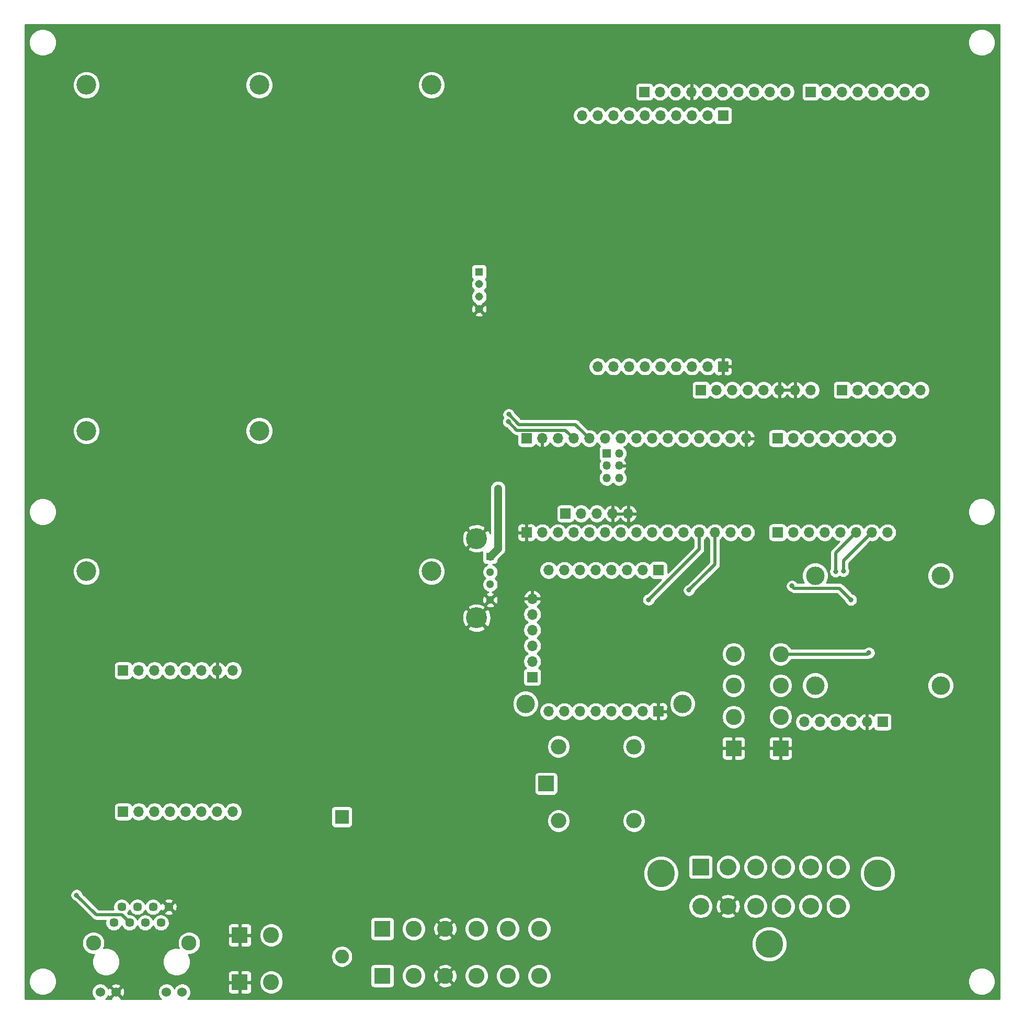
<source format=gbr>
%TF.GenerationSoftware,KiCad,Pcbnew,(5.1.12)-1*%
%TF.CreationDate,2022-02-22T16:25:40-06:00*%
%TF.ProjectId,AS13,41533133-2e6b-4696-9361-645f70636258,rev?*%
%TF.SameCoordinates,Original*%
%TF.FileFunction,Copper,L2,Bot*%
%TF.FilePolarity,Positive*%
%FSLAX46Y46*%
G04 Gerber Fmt 4.6, Leading zero omitted, Abs format (unit mm)*
G04 Created by KiCad (PCBNEW (5.1.12)-1) date 2022-02-22 16:25:40*
%MOMM*%
%LPD*%
G01*
G04 APERTURE LIST*
%TA.AperFunction,ComponentPad*%
%ADD10O,2.500000X2.500000*%
%TD*%
%TA.AperFunction,ComponentPad*%
%ADD11R,2.500000X2.500000*%
%TD*%
%TA.AperFunction,ComponentPad*%
%ADD12C,2.600000*%
%TD*%
%TA.AperFunction,ComponentPad*%
%ADD13R,2.600000X2.600000*%
%TD*%
%TA.AperFunction,ComponentPad*%
%ADD14C,4.485000*%
%TD*%
%TA.AperFunction,ComponentPad*%
%ADD15C,2.715000*%
%TD*%
%TA.AperFunction,ComponentPad*%
%ADD16R,2.715000X2.715000*%
%TD*%
%TA.AperFunction,ComponentPad*%
%ADD17R,2.250000X2.250000*%
%TD*%
%TA.AperFunction,ComponentPad*%
%ADD18C,2.250000*%
%TD*%
%TA.AperFunction,ComponentPad*%
%ADD19C,2.445000*%
%TD*%
%TA.AperFunction,ComponentPad*%
%ADD20C,1.530000*%
%TD*%
%TA.AperFunction,ComponentPad*%
%ADD21C,1.446000*%
%TD*%
%TA.AperFunction,ComponentPad*%
%ADD22C,2.999999*%
%TD*%
%TA.AperFunction,ComponentPad*%
%ADD23C,3.200000*%
%TD*%
%TA.AperFunction,ComponentPad*%
%ADD24C,3.000000*%
%TD*%
%TA.AperFunction,ComponentPad*%
%ADD25O,1.700000X1.700000*%
%TD*%
%TA.AperFunction,ComponentPad*%
%ADD26R,1.700000X1.700000*%
%TD*%
%TA.AperFunction,ComponentPad*%
%ADD27C,3.400000*%
%TD*%
%TA.AperFunction,ComponentPad*%
%ADD28C,1.300000*%
%TD*%
%TA.AperFunction,ComponentPad*%
%ADD29R,1.300000X1.300000*%
%TD*%
%TA.AperFunction,ComponentPad*%
%ADD30C,1.308000*%
%TD*%
%TA.AperFunction,ComponentPad*%
%ADD31R,1.308000X1.308000*%
%TD*%
%TA.AperFunction,ComponentPad*%
%ADD32O,1.350000X1.350000*%
%TD*%
%TA.AperFunction,ComponentPad*%
%ADD33R,1.350000X1.350000*%
%TD*%
%TA.AperFunction,ViaPad*%
%ADD34C,0.800000*%
%TD*%
%TA.AperFunction,Conductor*%
%ADD35C,0.508000*%
%TD*%
%TA.AperFunction,Conductor*%
%ADD36C,1.270000*%
%TD*%
%TA.AperFunction,Conductor*%
%ADD37C,0.254000*%
%TD*%
%TA.AperFunction,Conductor*%
%ADD38C,0.100000*%
%TD*%
G04 APERTURE END LIST*
D10*
%TO.P,K1,2*%
%TO.N,Net-(D5-Pad2)*%
X107000800Y-137501200D03*
%TO.P,K1,4*%
%TO.N,Net-(K1-Pad4)*%
X119200800Y-137501200D03*
%TO.P,K1,5*%
%TO.N,Net-(J6-Pad1)*%
X119200800Y-149501200D03*
%TO.P,K1,1*%
%TO.N,Net-(C11-Pad1)*%
X107000800Y-149501200D03*
D11*
%TO.P,K1,3*%
%TO.N,Net-(K1-Pad3)*%
X105000800Y-143501200D03*
%TD*%
D12*
%TO.P,KF3,4*%
%TO.N,Net-(KF3-Pad4)*%
X135330000Y-122530000D03*
X142950000Y-122530000D03*
%TO.P,KF3,3*%
%TO.N,Net-(J5-Pad5)*%
X135330000Y-127610000D03*
X142950000Y-127610000D03*
%TO.P,KF3,2*%
%TO.N,Net-(J5-Pad6)*%
X135330000Y-132690000D03*
X142950000Y-132690000D03*
D13*
%TO.P,KF3,1*%
%TO.N,GND*%
X135330000Y-137770000D03*
X142950000Y-137770000D03*
%TD*%
D14*
%TO.P,J6,MH3*%
%TO.N,Net-(J6-PadMH3)*%
X158655000Y-158020000D03*
%TO.P,J6,MH2*%
%TO.N,Net-(J6-PadMH2)*%
X141115000Y-169450000D03*
%TO.P,J6,MH1*%
%TO.N,Net-(J6-PadMH1)*%
X123575000Y-158020000D03*
D15*
%TO.P,J6,12*%
%TO.N,Net-(J6-Pad12)*%
X130000000Y-163350000D03*
%TO.P,J6,11*%
%TO.N,GND*%
X134445000Y-163350000D03*
%TO.P,J6,10*%
%TO.N,Net-(C11-Pad1)*%
X138890000Y-163350000D03*
%TO.P,J6,9*%
%TO.N,Net-(J6-Pad9)*%
X143340000Y-163350000D03*
%TO.P,J6,8*%
%TO.N,Net-(J6-Pad8)*%
X147785000Y-163350000D03*
%TO.P,J6,7*%
%TO.N,Net-(J6-Pad7)*%
X152230000Y-163350000D03*
%TO.P,J6,6*%
%TO.N,Net-(J2-Pad3)*%
X152230000Y-157000000D03*
%TO.P,J6,5*%
%TO.N,Net-(J2-Pad4)*%
X147785000Y-157000000D03*
%TO.P,J6,4*%
%TO.N,Net-(J6-Pad4)*%
X143340000Y-157000000D03*
%TO.P,J6,3*%
%TO.N,Net-(J6-Pad3)*%
X138890000Y-157000000D03*
%TO.P,J6,2*%
%TO.N,Net-(J6-Pad2)*%
X134445000Y-157000000D03*
D16*
%TO.P,J6,1*%
%TO.N,Net-(J6-Pad1)*%
X130000000Y-157000000D03*
%TD*%
D17*
%TO.P,D4,1*%
%TO.N,Net-(C8-Pad1)*%
X71925000Y-148875000D03*
D18*
%TO.P,D4,2*%
%TO.N,Net-(D4-Pad2)*%
X71925000Y-171475000D03*
%TD*%
D19*
%TO.P,J4,MH2*%
%TO.N,N/C*%
X47190000Y-169300000D03*
%TO.P,J4,MH1*%
X31700000Y-169300000D03*
D20*
%TO.P,J4,12*%
%TO.N,Net-(J4-Pad12)*%
X46070000Y-177250000D03*
%TO.P,J4,11*%
%TO.N,Net-(J4-Pad11)*%
X43530000Y-177250000D03*
%TO.P,J4,10*%
%TO.N,GND*%
X35360000Y-177250000D03*
%TO.P,J4,9*%
%TO.N,Net-(J4-Pad9)*%
X32820000Y-177250000D03*
D21*
%TO.P,J4,8*%
%TO.N,GND*%
X43890000Y-163460000D03*
%TO.P,J4,7*%
%TO.N,Net-(J4-Pad7)*%
X42620000Y-166000000D03*
%TO.P,J4,6*%
%TO.N,Net-(J4-Pad6)*%
X41350000Y-163460000D03*
%TO.P,J4,5*%
%TO.N,Net-(C2-Pad1)*%
X40080000Y-166000000D03*
%TO.P,J4,4*%
X38810000Y-163460000D03*
%TO.P,J4,3*%
%TO.N,Net-(J4-Pad3)*%
X37540000Y-166000000D03*
%TO.P,J4,2*%
%TO.N,Net-(J4-Pad2)*%
X36270000Y-163460000D03*
%TO.P,J4,1*%
%TO.N,Net-(J4-Pad1)*%
X35000000Y-166000000D03*
%TD*%
D22*
%TO.P,REF\u002A\u002A,4*%
%TO.N,N/C*%
X168859200Y-109819200D03*
%TO.P,REF\u002A\u002A,3*%
X168859200Y-127599200D03*
%TO.P,REF\u002A\u002A,2*%
X148539200Y-127599200D03*
%TO.P,REF\u002A\u002A,1*%
X148539200Y-109819200D03*
%TD*%
D23*
%TO.P,REF\u002A\u002A,8*%
%TO.N,N/C*%
X58560000Y-30380000D03*
X58560000Y-86380000D03*
X30560000Y-86380000D03*
X30560000Y-30380000D03*
X86440000Y-30380000D03*
X86440000Y-109120000D03*
X30560000Y-109120000D03*
%TD*%
D24*
%TO.P,REF\u002A\u002A,*%
%TO.N,*%
X101660000Y-130560000D03*
X127060000Y-130560000D03*
%TD*%
D25*
%TO.P,J5,6*%
%TO.N,Net-(J5-Pad6)*%
X146761200Y-133517400D03*
%TO.P,J5,5*%
%TO.N,Net-(J5-Pad5)*%
X149301200Y-133517400D03*
%TO.P,J5,4*%
%TO.N,Net-(J14-Pad6)*%
X151841200Y-133517400D03*
%TO.P,J5,3*%
%TO.N,Net-(J14-Pad7)*%
X154381200Y-133517400D03*
%TO.P,J5,2*%
%TO.N,GND*%
X156921200Y-133517400D03*
D26*
%TO.P,J5,1*%
%TO.N,Net-(C1-Pad1)*%
X159461200Y-133517400D03*
%TD*%
D27*
%TO.P,J1,6*%
%TO.N,GND*%
X93735800Y-116670800D03*
%TO.P,J1,5*%
X93735800Y-103820800D03*
D28*
%TO.P,J1,4*%
X95935800Y-113745800D03*
%TO.P,J1,3*%
%TO.N,Net-(J1-Pad3)*%
X95935800Y-111245800D03*
%TO.P,J1,2*%
%TO.N,Net-(J1-Pad2)*%
X95935800Y-109245800D03*
D29*
%TO.P,J1,1*%
%TO.N,Net-(C11-Pad1)*%
X95935800Y-106745800D03*
%TD*%
D25*
%TO.P,J12,6*%
%TO.N,GND*%
X102750000Y-113550000D03*
%TO.P,J12,5*%
%TO.N,Net-(J12-Pad5)*%
X102750000Y-116090000D03*
%TO.P,J12,4*%
%TO.N,Net-(J12-Pad4)*%
X102750000Y-118630000D03*
%TO.P,J12,3*%
%TO.N,Net-(J10-Pad4)*%
X102750000Y-121170000D03*
%TO.P,J12,2*%
%TO.N,Net-(J10-Pad3)*%
X102750000Y-123710000D03*
D26*
%TO.P,J12,1*%
%TO.N,Net-(C1-Pad1)*%
X102750000Y-126250000D03*
%TD*%
D12*
%TO.P,KF1,2*%
%TO.N,Net-(C11-Pad1)*%
X60482200Y-168034600D03*
X60482200Y-175654600D03*
D13*
%TO.P,KF1,1*%
%TO.N,GND*%
X55402200Y-168034600D03*
X55402200Y-175654600D03*
%TD*%
D25*
%TO.P,J18,8*%
%TO.N,Net-(J18-Pad8)*%
X160248600Y-87594200D03*
%TO.P,J18,7*%
%TO.N,Net-(J18-Pad7)*%
X157708600Y-87594200D03*
%TO.P,J18,6*%
%TO.N,Net-(J18-Pad6)*%
X155168600Y-87594200D03*
%TO.P,J18,5*%
%TO.N,Net-(J18-Pad5)*%
X152628600Y-87594200D03*
%TO.P,J18,4*%
%TO.N,Net-(J18-Pad4)*%
X150088600Y-87594200D03*
%TO.P,J18,3*%
%TO.N,Net-(J18-Pad3)*%
X147548600Y-87594200D03*
%TO.P,J18,2*%
%TO.N,Net-(J18-Pad2)*%
X145008600Y-87594200D03*
D26*
%TO.P,J18,1*%
%TO.N,Net-(J18-Pad1)*%
X142468600Y-87594200D03*
%TD*%
D25*
%TO.P,J3,5*%
%TO.N,GND*%
X118287800Y-99783400D03*
%TO.P,J3,4*%
X115747800Y-99783400D03*
%TO.P,J3,3*%
%TO.N,Net-(J1-Pad3)*%
X113207800Y-99783400D03*
%TO.P,J3,2*%
%TO.N,Net-(J1-Pad2)*%
X110667800Y-99783400D03*
D26*
%TO.P,J3,1*%
%TO.N,Net-(J3-Pad1)*%
X108127800Y-99783400D03*
%TD*%
D25*
%TO.P,J9,8*%
%TO.N,Net-(C11-Pad1)*%
X54295000Y-125179400D03*
%TO.P,J9,7*%
%TO.N,GND*%
X51755000Y-125179400D03*
%TO.P,J9,6*%
%TO.N,Net-(J9-Pad6)*%
X49215000Y-125179400D03*
%TO.P,J9,5*%
%TO.N,Net-(J9-Pad5)*%
X46675000Y-125179400D03*
%TO.P,J9,4*%
%TO.N,Net-(J9-Pad4)*%
X44135000Y-125179400D03*
%TO.P,J9,3*%
%TO.N,Net-(J9-Pad3)*%
X41595000Y-125179400D03*
%TO.P,J9,2*%
%TO.N,Net-(J13-Pad3)*%
X39055000Y-125179400D03*
D26*
%TO.P,J9,1*%
%TO.N,Net-(J13-Pad2)*%
X36515000Y-125179400D03*
%TD*%
D25*
%TO.P,J7,8*%
%TO.N,Net-(J7-Pad8)*%
X54295000Y-148039400D03*
%TO.P,J7,7*%
%TO.N,Net-(J7-Pad7)*%
X51755000Y-148039400D03*
%TO.P,J7,6*%
%TO.N,Net-(J7-Pad6)*%
X49215000Y-148039400D03*
%TO.P,J7,5*%
%TO.N,Net-(J7-Pad5)*%
X46675000Y-148039400D03*
%TO.P,J7,4*%
%TO.N,Net-(J7-Pad4)*%
X44135000Y-148039400D03*
%TO.P,J7,3*%
%TO.N,Net-(J7-Pad3)*%
X41595000Y-148039400D03*
%TO.P,J7,2*%
%TO.N,Net-(J7-Pad2)*%
X39055000Y-148039400D03*
D26*
%TO.P,J7,1*%
%TO.N,Net-(J7-Pad1)*%
X36515000Y-148039400D03*
%TD*%
D12*
%TO.P,KF2,6*%
%TO.N,Net-(J6-Pad12)*%
X103872600Y-167009600D03*
X103872600Y-174629600D03*
%TO.P,KF2,5*%
%TO.N,Net-(KF2-Pad5)*%
X98792600Y-167009600D03*
X98792600Y-174629600D03*
%TO.P,KF2,4*%
%TO.N,Net-(K1-Pad3)*%
X93712600Y-167009600D03*
X93712600Y-174629600D03*
%TO.P,KF2,3*%
%TO.N,GND*%
X88632600Y-167009600D03*
X88632600Y-174629600D03*
%TO.P,KF2,2*%
%TO.N,Net-(D4-Pad2)*%
X83552600Y-167009600D03*
X83552600Y-174629600D03*
D13*
%TO.P,KF2,1*%
X78472600Y-167009600D03*
X78472600Y-174629600D03*
%TD*%
D30*
%TO.P,J27,4*%
%TO.N,GND*%
X94145100Y-66654700D03*
%TO.P,J27,3*%
%TO.N,Net-(J27-Pad3)*%
X94145100Y-64654700D03*
%TO.P,J27,2*%
%TO.N,Net-(J17-Pad4)*%
X94145100Y-62654700D03*
D31*
%TO.P,J27,1*%
%TO.N,Net-(J17-Pad5)*%
X94145100Y-60654700D03*
%TD*%
D25*
%TO.P,J26,8*%
%TO.N,Net-(J18-Pad7)*%
X165608000Y-31511000D03*
%TO.P,J26,7*%
%TO.N,Net-(J18-Pad6)*%
X163068000Y-31511000D03*
%TO.P,J26,6*%
%TO.N,Net-(J17-Pad13)*%
X160528000Y-31511000D03*
%TO.P,J26,5*%
%TO.N,Net-(J26-Pad5)*%
X157988000Y-31511000D03*
%TO.P,J26,4*%
%TO.N,Net-(J26-Pad4)*%
X155448000Y-31511000D03*
%TO.P,J26,3*%
%TO.N,Net-(J26-Pad3)*%
X152908000Y-31511000D03*
%TO.P,J26,2*%
%TO.N,Net-(J26-Pad2)*%
X150368000Y-31511000D03*
D26*
%TO.P,J26,1*%
%TO.N,Net-(J26-Pad1)*%
X147828000Y-31511000D03*
%TD*%
D25*
%TO.P,J25,10*%
%TO.N,Net-(J17-Pad12)*%
X143768000Y-31511000D03*
%TO.P,J25,9*%
%TO.N,Net-(J25-Pad9)*%
X141228000Y-31511000D03*
%TO.P,J25,8*%
%TO.N,Net-(J25-Pad8)*%
X138688000Y-31511000D03*
%TO.P,J25,7*%
%TO.N,Net-(J25-Pad7)*%
X136148000Y-31511000D03*
%TO.P,J25,6*%
%TO.N,Net-(J25-Pad6)*%
X133608000Y-31511000D03*
%TO.P,J25,5*%
%TO.N,Net-(J25-Pad5)*%
X131068000Y-31511000D03*
%TO.P,J25,4*%
%TO.N,GND*%
X128528000Y-31511000D03*
%TO.P,J25,3*%
%TO.N,Net-(J25-Pad3)*%
X125988000Y-31511000D03*
%TO.P,J25,2*%
%TO.N,Net-(J25-Pad2)*%
X123448000Y-31511000D03*
D26*
%TO.P,J25,1*%
%TO.N,Net-(J25-Pad1)*%
X120908000Y-31511000D03*
%TD*%
D25*
%TO.P,J24,10*%
%TO.N,Net-(J24-Pad10)*%
X110794800Y-35336400D03*
%TO.P,J24,9*%
%TO.N,Net-(J24-Pad9)*%
X113334800Y-35336400D03*
%TO.P,J24,8*%
%TO.N,Net-(J24-Pad8)*%
X115874800Y-35336400D03*
%TO.P,J24,7*%
%TO.N,Net-(J24-Pad7)*%
X118414800Y-35336400D03*
%TO.P,J24,6*%
%TO.N,Net-(J24-Pad6)*%
X120954800Y-35336400D03*
%TO.P,J24,5*%
%TO.N,Net-(J24-Pad5)*%
X123494800Y-35336400D03*
%TO.P,J24,4*%
%TO.N,Net-(J24-Pad4)*%
X126034800Y-35336400D03*
%TO.P,J24,3*%
%TO.N,Net-(J24-Pad3)*%
X128574800Y-35336400D03*
%TO.P,J24,2*%
%TO.N,Net-(J24-Pad2)*%
X131114800Y-35336400D03*
D26*
%TO.P,J24,1*%
%TO.N,Net-(J24-Pad1)*%
X133654800Y-35336400D03*
%TD*%
D25*
%TO.P,J23,6*%
%TO.N,Net-(J23-Pad6)*%
X165608000Y-79771000D03*
%TO.P,J23,5*%
%TO.N,Net-(J23-Pad5)*%
X163068000Y-79771000D03*
%TO.P,J23,4*%
%TO.N,Net-(J23-Pad4)*%
X160528000Y-79771000D03*
%TO.P,J23,3*%
%TO.N,Net-(J23-Pad3)*%
X157988000Y-79771000D03*
%TO.P,J23,2*%
%TO.N,Net-(J23-Pad2)*%
X155448000Y-79771000D03*
D26*
%TO.P,J23,1*%
%TO.N,Net-(J23-Pad1)*%
X152908000Y-79771000D03*
%TD*%
D25*
%TO.P,J22,8*%
%TO.N,Net-(J22-Pad8)*%
X147828000Y-79771000D03*
%TO.P,J22,7*%
%TO.N,GND*%
X145288000Y-79771000D03*
%TO.P,J22,6*%
X142748000Y-79771000D03*
%TO.P,J22,5*%
%TO.N,Net-(C11-Pad1)*%
X140208000Y-79771000D03*
%TO.P,J22,4*%
%TO.N,Net-(J22-Pad4)*%
X137668000Y-79771000D03*
%TO.P,J22,3*%
%TO.N,Net-(J22-Pad3)*%
X135128000Y-79771000D03*
%TO.P,J22,2*%
%TO.N,Net-(J17-Pad3)*%
X132588000Y-79771000D03*
D26*
%TO.P,J22,1*%
%TO.N,Net-(J22-Pad1)*%
X130048000Y-79771000D03*
%TD*%
D25*
%TO.P,J21,9*%
%TO.N,Net-(J21-Pad9)*%
X113334800Y-75986400D03*
%TO.P,J21,8*%
%TO.N,Net-(J17-Pad6)*%
X115874800Y-75986400D03*
%TO.P,J21,7*%
%TO.N,Net-(J17-Pad7)*%
X118414800Y-75986400D03*
%TO.P,J21,6*%
%TO.N,Net-(J21-Pad6)*%
X120954800Y-75986400D03*
%TO.P,J21,5*%
%TO.N,Net-(J17-Pad10)*%
X123494800Y-75986400D03*
%TO.P,J21,4*%
%TO.N,Net-(J17-Pad11)*%
X126034800Y-75986400D03*
%TO.P,J21,3*%
%TO.N,Net-(J21-Pad3)*%
X128574800Y-75986400D03*
%TO.P,J21,2*%
%TO.N,Net-(C11-Pad1)*%
X131114800Y-75986400D03*
D26*
%TO.P,J21,1*%
%TO.N,GND*%
X133654800Y-75986400D03*
%TD*%
D25*
%TO.P,J17,15*%
%TO.N,GND*%
X137388600Y-87594200D03*
%TO.P,J17,14*%
%TO.N,Net-(J17-Pad14)*%
X134848600Y-87594200D03*
%TO.P,J17,13*%
%TO.N,Net-(J17-Pad13)*%
X132308600Y-87594200D03*
%TO.P,J17,12*%
%TO.N,Net-(J17-Pad12)*%
X129768600Y-87594200D03*
%TO.P,J17,11*%
%TO.N,Net-(J17-Pad11)*%
X127228600Y-87594200D03*
%TO.P,J17,10*%
%TO.N,Net-(J17-Pad10)*%
X124688600Y-87594200D03*
%TO.P,J17,9*%
%TO.N,Net-(J10-Pad3)*%
X122148600Y-87594200D03*
%TO.P,J17,8*%
%TO.N,Net-(J10-Pad4)*%
X119608600Y-87594200D03*
%TO.P,J17,7*%
%TO.N,Net-(J17-Pad7)*%
X117068600Y-87594200D03*
%TO.P,J17,6*%
%TO.N,Net-(J17-Pad6)*%
X114528600Y-87594200D03*
%TO.P,J17,5*%
%TO.N,Net-(J17-Pad5)*%
X111988600Y-87594200D03*
%TO.P,J17,4*%
%TO.N,Net-(J17-Pad4)*%
X109448600Y-87594200D03*
%TO.P,J17,3*%
%TO.N,Net-(J17-Pad3)*%
X106908600Y-87594200D03*
%TO.P,J17,2*%
%TO.N,GND*%
X104368600Y-87594200D03*
D26*
%TO.P,J17,1*%
%TO.N,Net-(C11-Pad1)*%
X101828600Y-87594200D03*
%TD*%
D32*
%TO.P,J8,6*%
%TO.N,Net-(J4-Pad1)*%
X116798600Y-94032600D03*
%TO.P,J8,5*%
%TO.N,Net-(J4-Pad2)*%
X114798600Y-94032600D03*
%TO.P,J8,4*%
%TO.N,GND*%
X116798600Y-92032600D03*
%TO.P,J8,3*%
%TO.N,Net-(J4-Pad9)*%
X114798600Y-92032600D03*
%TO.P,J8,2*%
%TO.N,Net-(J4-Pad6)*%
X116798600Y-90032600D03*
D33*
%TO.P,J8,1*%
%TO.N,Net-(J4-Pad3)*%
X114798600Y-90032600D03*
%TD*%
D25*
%TO.P,J14,8*%
%TO.N,Net-(J14-Pad8)*%
X160248600Y-102834200D03*
%TO.P,J14,7*%
%TO.N,Net-(J14-Pad7)*%
X157708600Y-102834200D03*
%TO.P,J14,6*%
%TO.N,Net-(J14-Pad6)*%
X155168600Y-102834200D03*
%TO.P,J14,5*%
%TO.N,Net-(J14-Pad5)*%
X152628600Y-102834200D03*
%TO.P,J14,4*%
%TO.N,Net-(J14-Pad4)*%
X150088600Y-102834200D03*
%TO.P,J14,3*%
%TO.N,Net-(J14-Pad3)*%
X147548600Y-102834200D03*
%TO.P,J14,2*%
%TO.N,Net-(D1-Pad1)*%
X145008600Y-102834200D03*
D26*
%TO.P,J14,1*%
%TO.N,Net-(D2-Pad1)*%
X142468600Y-102834200D03*
%TD*%
D25*
%TO.P,J13,15*%
%TO.N,Net-(J13-Pad15)*%
X137388600Y-102834200D03*
%TO.P,J13,14*%
%TO.N,Net-(J13-Pad14)*%
X134848600Y-102834200D03*
%TO.P,J13,13*%
%TO.N,Net-(J13-Pad13)*%
X132308600Y-102834200D03*
%TO.P,J13,12*%
%TO.N,Net-(J13-Pad12)*%
X129768600Y-102834200D03*
%TO.P,J13,11*%
%TO.N,Net-(J13-Pad11)*%
X127228600Y-102834200D03*
%TO.P,J13,10*%
%TO.N,Net-(J13-Pad10)*%
X124688600Y-102834200D03*
%TO.P,J13,9*%
%TO.N,Net-(J13-Pad9)*%
X122148600Y-102834200D03*
%TO.P,J13,8*%
%TO.N,Net-(J13-Pad8)*%
X119608600Y-102834200D03*
%TO.P,J13,7*%
%TO.N,Net-(J13-Pad7)*%
X117068600Y-102834200D03*
%TO.P,J13,6*%
%TO.N,Net-(J13-Pad6)*%
X114528600Y-102834200D03*
%TO.P,J13,5*%
%TO.N,Net-(J13-Pad5)*%
X111988600Y-102834200D03*
%TO.P,J13,4*%
%TO.N,Net-(J13-Pad4)*%
X109448600Y-102834200D03*
%TO.P,J13,3*%
%TO.N,Net-(J13-Pad3)*%
X106908600Y-102834200D03*
%TO.P,J13,2*%
%TO.N,Net-(J13-Pad2)*%
X104368600Y-102834200D03*
D26*
%TO.P,J13,1*%
%TO.N,GND*%
X101828600Y-102834200D03*
%TD*%
D25*
%TO.P,J16,8*%
%TO.N,Net-(J16-Pad8)*%
X105394760Y-131790200D03*
%TO.P,J16,7*%
%TO.N,Net-(J16-Pad7)*%
X107934760Y-131790200D03*
%TO.P,J16,6*%
%TO.N,Net-(J16-Pad6)*%
X110474760Y-131790200D03*
%TO.P,J16,5*%
%TO.N,Net-(J16-Pad5)*%
X113014760Y-131790200D03*
%TO.P,J16,4*%
%TO.N,Net-(J16-Pad4)*%
X115554760Y-131790200D03*
%TO.P,J16,3*%
%TO.N,Net-(J16-Pad3)*%
X118094760Y-131790200D03*
%TO.P,J16,2*%
%TO.N,Net-(C1-Pad1)*%
X120634760Y-131790200D03*
D26*
%TO.P,J16,1*%
%TO.N,GND*%
X123174760Y-131790200D03*
%TD*%
D25*
%TO.P,J15,8*%
%TO.N,Net-(J15-Pad8)*%
X105394760Y-108930200D03*
%TO.P,J15,7*%
%TO.N,Net-(J15-Pad7)*%
X107934760Y-108930200D03*
%TO.P,J15,6*%
%TO.N,Net-(J10-Pad4)*%
X110474760Y-108930200D03*
%TO.P,J15,5*%
%TO.N,Net-(J10-Pad3)*%
X113014760Y-108930200D03*
%TO.P,J15,4*%
%TO.N,Net-(J15-Pad4)*%
X115554760Y-108930200D03*
%TO.P,J15,3*%
%TO.N,Net-(J15-Pad3)*%
X118094760Y-108930200D03*
%TO.P,J15,2*%
%TO.N,Net-(J15-Pad2)*%
X120634760Y-108930200D03*
D26*
%TO.P,J15,1*%
%TO.N,Net-(J15-Pad1)*%
X123174760Y-108930200D03*
%TD*%
D34*
%TO.N,GND*%
X130695700Y-65849260D03*
X168904000Y-90919300D03*
X98877120Y-86834740D03*
X154980840Y-126512860D03*
X158861760Y-127817640D03*
X84759800Y-121858800D03*
X82042000Y-124932200D03*
X136800000Y-114405200D03*
X143364323Y-114327923D03*
X157800000Y-138900000D03*
X133925000Y-150375000D03*
X163700000Y-139166942D03*
X161825000Y-110700000D03*
X161825000Y-114975000D03*
X123349999Y-116974999D03*
X123475000Y-125500000D03*
X170205764Y-139157726D03*
X129325001Y-141474999D03*
X97350000Y-127175000D03*
X78800000Y-147250000D03*
X167575000Y-130900000D03*
X64750000Y-140175000D03*
X76825000Y-139850000D03*
X70650000Y-127300000D03*
X71525000Y-127300000D03*
X76900000Y-142275000D03*
X79200000Y-136675000D03*
X95000000Y-136000000D03*
%TO.N,Net-(C1-Pad1)*%
X144800000Y-111500000D03*
X154350000Y-113750000D03*
%TO.N,Net-(J14-Pad7)*%
X153111200Y-109088800D03*
%TO.N,Net-(J14-Pad6)*%
X151841200Y-109158800D03*
%TO.N,Net-(J4-Pad3)*%
X28976501Y-161548499D03*
%TO.N,Net-(J13-Pad13)*%
X128125000Y-112175000D03*
%TO.N,Net-(J13-Pad12)*%
X121578877Y-113728877D03*
%TO.N,Net-(J17-Pad5)*%
X98940620Y-83723240D03*
%TO.N,Net-(J17-Pad4)*%
X98877120Y-84917040D03*
%TO.N,Net-(C11-Pad1)*%
X97200000Y-95700000D03*
%TO.N,Net-(KF3-Pad4)*%
X157250000Y-122325002D03*
%TD*%
D35*
%TO.N,Net-(C1-Pad1)*%
X152450000Y-111850000D02*
X154350000Y-113750000D01*
X145150000Y-111850000D02*
X152450000Y-111850000D01*
X144800000Y-111500000D02*
X145150000Y-111850000D01*
%TO.N,Net-(J14-Pad7)*%
X153111200Y-107431600D02*
X157708600Y-102834200D01*
X153111200Y-109088800D02*
X153111200Y-107431600D01*
%TO.N,Net-(J14-Pad6)*%
X151841200Y-106161600D02*
X155168600Y-102834200D01*
X151841200Y-109158800D02*
X151841200Y-106161600D01*
%TO.N,Net-(J4-Pad3)*%
X36290000Y-164750000D02*
X37540000Y-166000000D01*
X32178002Y-164750000D02*
X36290000Y-164750000D01*
X28976501Y-161548499D02*
X32178002Y-164750000D01*
%TO.N,Net-(J13-Pad13)*%
X132308600Y-107991400D02*
X128125000Y-112175000D01*
X132308600Y-102834200D02*
X132308600Y-107991400D01*
%TO.N,Net-(J13-Pad12)*%
X129768600Y-105539154D02*
X121578877Y-113728877D01*
X129768600Y-102834200D02*
X129768600Y-105539154D01*
%TO.N,Net-(J17-Pad5)*%
X111988600Y-87594200D02*
X109750860Y-85356460D01*
X100573840Y-85356460D02*
X98940620Y-83723240D01*
X109750860Y-85356460D02*
X100573840Y-85356460D01*
%TO.N,Net-(J17-Pad4)*%
X100250279Y-86290199D02*
X98877120Y-84917040D01*
X108144599Y-86290199D02*
X100250279Y-86290199D01*
X109448600Y-87594200D02*
X108144599Y-86290199D01*
D36*
%TO.N,Net-(C11-Pad1)*%
X97200000Y-96265685D02*
X97200000Y-95700000D01*
X97200000Y-105481600D02*
X97200000Y-96265685D01*
X95935800Y-106745800D02*
X97200000Y-105481600D01*
D35*
%TO.N,Net-(KF3-Pad4)*%
X142950000Y-122530000D02*
X157045002Y-122530000D01*
X157045002Y-122530000D02*
X157250000Y-122325002D01*
%TD*%
D37*
%TO.N,GND*%
X178340001Y-178340000D02*
X46958633Y-178340000D01*
X46962448Y-178337451D01*
X47157451Y-178142448D01*
X47310664Y-177913149D01*
X47416199Y-177658365D01*
X47470000Y-177387888D01*
X47470000Y-177112112D01*
X47438670Y-176954600D01*
X53464128Y-176954600D01*
X53476388Y-177079082D01*
X53512698Y-177198780D01*
X53571663Y-177309094D01*
X53651015Y-177405785D01*
X53747706Y-177485137D01*
X53858020Y-177544102D01*
X53977718Y-177580412D01*
X54102200Y-177592672D01*
X55116450Y-177589600D01*
X55275200Y-177430850D01*
X55275200Y-175781600D01*
X55529200Y-175781600D01*
X55529200Y-177430850D01*
X55687950Y-177589600D01*
X56702200Y-177592672D01*
X56826682Y-177580412D01*
X56946380Y-177544102D01*
X57056694Y-177485137D01*
X57153385Y-177405785D01*
X57232737Y-177309094D01*
X57291702Y-177198780D01*
X57328012Y-177079082D01*
X57340272Y-176954600D01*
X57337200Y-175940350D01*
X57178450Y-175781600D01*
X55529200Y-175781600D01*
X55275200Y-175781600D01*
X53625950Y-175781600D01*
X53467200Y-175940350D01*
X53464128Y-176954600D01*
X47438670Y-176954600D01*
X47416199Y-176841635D01*
X47310664Y-176586851D01*
X47157451Y-176357552D01*
X46962448Y-176162549D01*
X46733149Y-176009336D01*
X46478365Y-175903801D01*
X46207888Y-175850000D01*
X45932112Y-175850000D01*
X45661635Y-175903801D01*
X45406851Y-176009336D01*
X45177552Y-176162549D01*
X44982549Y-176357552D01*
X44829336Y-176586851D01*
X44800000Y-176657674D01*
X44770664Y-176586851D01*
X44617451Y-176357552D01*
X44422448Y-176162549D01*
X44193149Y-176009336D01*
X43938365Y-175903801D01*
X43667888Y-175850000D01*
X43392112Y-175850000D01*
X43121635Y-175903801D01*
X42866851Y-176009336D01*
X42637552Y-176162549D01*
X42442549Y-176357552D01*
X42289336Y-176586851D01*
X42183801Y-176841635D01*
X42130000Y-177112112D01*
X42130000Y-177387888D01*
X42183801Y-177658365D01*
X42289336Y-177913149D01*
X42442549Y-178142448D01*
X42637552Y-178337451D01*
X42641367Y-178340000D01*
X36113845Y-178340000D01*
X36148102Y-178217707D01*
X35360000Y-177429605D01*
X34571898Y-178217707D01*
X34606155Y-178340000D01*
X33708633Y-178340000D01*
X33712448Y-178337451D01*
X33907451Y-178142448D01*
X34060664Y-177913149D01*
X34087482Y-177848406D01*
X34089522Y-177854072D01*
X34151894Y-177970760D01*
X34392293Y-178038102D01*
X35180395Y-177250000D01*
X35539605Y-177250000D01*
X36327707Y-178038102D01*
X36568106Y-177970760D01*
X36685506Y-177721220D01*
X36751967Y-177453573D01*
X36764936Y-177178101D01*
X36723914Y-176905393D01*
X36630478Y-176645928D01*
X36568106Y-176529240D01*
X36327707Y-176461898D01*
X35539605Y-177250000D01*
X35180395Y-177250000D01*
X34392293Y-176461898D01*
X34151894Y-176529240D01*
X34090688Y-176659336D01*
X34060664Y-176586851D01*
X33907451Y-176357552D01*
X33832192Y-176282293D01*
X34571898Y-176282293D01*
X35360000Y-177070395D01*
X36148102Y-176282293D01*
X36080760Y-176041894D01*
X35831220Y-175924494D01*
X35563573Y-175858033D01*
X35288101Y-175845064D01*
X35015393Y-175886086D01*
X34755928Y-175979522D01*
X34639240Y-176041894D01*
X34571898Y-176282293D01*
X33832192Y-176282293D01*
X33712448Y-176162549D01*
X33483149Y-176009336D01*
X33228365Y-175903801D01*
X32957888Y-175850000D01*
X32682112Y-175850000D01*
X32411635Y-175903801D01*
X32156851Y-176009336D01*
X31927552Y-176162549D01*
X31732549Y-176357552D01*
X31579336Y-176586851D01*
X31473801Y-176841635D01*
X31420000Y-177112112D01*
X31420000Y-177387888D01*
X31473801Y-177658365D01*
X31579336Y-177913149D01*
X31732549Y-178142448D01*
X31927552Y-178337451D01*
X31931367Y-178340000D01*
X20660000Y-178340000D01*
X20660000Y-175279872D01*
X21265000Y-175279872D01*
X21265000Y-175720128D01*
X21350890Y-176151925D01*
X21519369Y-176558669D01*
X21763962Y-176924729D01*
X22075271Y-177236038D01*
X22441331Y-177480631D01*
X22848075Y-177649110D01*
X23279872Y-177735000D01*
X23720128Y-177735000D01*
X24151925Y-177649110D01*
X24558669Y-177480631D01*
X24924729Y-177236038D01*
X25236038Y-176924729D01*
X25480631Y-176558669D01*
X25649110Y-176151925D01*
X25735000Y-175720128D01*
X25735000Y-175279872D01*
X25649110Y-174848075D01*
X25480631Y-174441331D01*
X25236038Y-174075271D01*
X24924729Y-173763962D01*
X24558669Y-173519369D01*
X24151925Y-173350890D01*
X23720128Y-173265000D01*
X23279872Y-173265000D01*
X22848075Y-173350890D01*
X22441331Y-173519369D01*
X22075271Y-173763962D01*
X21763962Y-174075271D01*
X21519369Y-174441331D01*
X21350890Y-174848075D01*
X21265000Y-175279872D01*
X20660000Y-175279872D01*
X20660000Y-169117052D01*
X29842500Y-169117052D01*
X29842500Y-169482948D01*
X29913882Y-169841813D01*
X30053905Y-170179856D01*
X30257185Y-170484087D01*
X30515913Y-170742815D01*
X30820144Y-170946095D01*
X31158187Y-171086118D01*
X31517052Y-171157500D01*
X31808725Y-171157500D01*
X31727214Y-171279489D01*
X31556851Y-171690782D01*
X31470000Y-172127409D01*
X31470000Y-172572591D01*
X31556851Y-173009218D01*
X31727214Y-173420511D01*
X31974544Y-173790666D01*
X32289334Y-174105456D01*
X32659489Y-174352786D01*
X33070782Y-174523149D01*
X33507409Y-174610000D01*
X33952591Y-174610000D01*
X34389218Y-174523149D01*
X34800511Y-174352786D01*
X35170666Y-174105456D01*
X35485456Y-173790666D01*
X35732786Y-173420511D01*
X35903149Y-173009218D01*
X35990000Y-172572591D01*
X35990000Y-172127409D01*
X42900000Y-172127409D01*
X42900000Y-172572591D01*
X42986851Y-173009218D01*
X43157214Y-173420511D01*
X43404544Y-173790666D01*
X43719334Y-174105456D01*
X44089489Y-174352786D01*
X44500782Y-174523149D01*
X44937409Y-174610000D01*
X45382591Y-174610000D01*
X45819218Y-174523149D01*
X46226131Y-174354600D01*
X53464128Y-174354600D01*
X53467200Y-175368850D01*
X53625950Y-175527600D01*
X55275200Y-175527600D01*
X55275200Y-173878350D01*
X55529200Y-173878350D01*
X55529200Y-175527600D01*
X57178450Y-175527600D01*
X57242031Y-175464019D01*
X58547200Y-175464019D01*
X58547200Y-175845181D01*
X58621561Y-176219019D01*
X58767425Y-176571166D01*
X58979187Y-176888091D01*
X59248709Y-177157613D01*
X59565634Y-177369375D01*
X59917781Y-177515239D01*
X60291619Y-177589600D01*
X60672781Y-177589600D01*
X61046619Y-177515239D01*
X61398766Y-177369375D01*
X61715691Y-177157613D01*
X61985213Y-176888091D01*
X62196975Y-176571166D01*
X62342839Y-176219019D01*
X62417200Y-175845181D01*
X62417200Y-175464019D01*
X62342839Y-175090181D01*
X62196975Y-174738034D01*
X61985213Y-174421109D01*
X61715691Y-174151587D01*
X61398766Y-173939825D01*
X61046619Y-173793961D01*
X60672781Y-173719600D01*
X60291619Y-173719600D01*
X59917781Y-173793961D01*
X59565634Y-173939825D01*
X59248709Y-174151587D01*
X58979187Y-174421109D01*
X58767425Y-174738034D01*
X58621561Y-175090181D01*
X58547200Y-175464019D01*
X57242031Y-175464019D01*
X57337200Y-175368850D01*
X57340272Y-174354600D01*
X57328012Y-174230118D01*
X57291702Y-174110420D01*
X57232737Y-174000106D01*
X57153385Y-173903415D01*
X57056694Y-173824063D01*
X56946380Y-173765098D01*
X56826682Y-173728788D01*
X56702200Y-173716528D01*
X55687950Y-173719600D01*
X55529200Y-173878350D01*
X55275200Y-173878350D01*
X55116450Y-173719600D01*
X54102200Y-173716528D01*
X53977718Y-173728788D01*
X53858020Y-173765098D01*
X53747706Y-173824063D01*
X53651015Y-173903415D01*
X53571663Y-174000106D01*
X53512698Y-174110420D01*
X53476388Y-174230118D01*
X53464128Y-174354600D01*
X46226131Y-174354600D01*
X46230511Y-174352786D01*
X46600666Y-174105456D01*
X46915456Y-173790666D01*
X47162786Y-173420511D01*
X47200442Y-173329600D01*
X76534528Y-173329600D01*
X76534528Y-175929600D01*
X76546788Y-176054082D01*
X76583098Y-176173780D01*
X76642063Y-176284094D01*
X76721415Y-176380785D01*
X76818106Y-176460137D01*
X76928420Y-176519102D01*
X77048118Y-176555412D01*
X77172600Y-176567672D01*
X79772600Y-176567672D01*
X79897082Y-176555412D01*
X80016780Y-176519102D01*
X80127094Y-176460137D01*
X80223785Y-176380785D01*
X80303137Y-176284094D01*
X80362102Y-176173780D01*
X80398412Y-176054082D01*
X80410672Y-175929600D01*
X80410672Y-174439019D01*
X81617600Y-174439019D01*
X81617600Y-174820181D01*
X81691961Y-175194019D01*
X81837825Y-175546166D01*
X82049587Y-175863091D01*
X82319109Y-176132613D01*
X82636034Y-176344375D01*
X82988181Y-176490239D01*
X83362019Y-176564600D01*
X83743181Y-176564600D01*
X84117019Y-176490239D01*
X84469166Y-176344375D01*
X84786091Y-176132613D01*
X84939880Y-175978824D01*
X87462981Y-175978824D01*
X87594917Y-176273912D01*
X87935645Y-176444759D01*
X88303157Y-176545850D01*
X88683329Y-176573301D01*
X89061551Y-176526057D01*
X89423290Y-176405933D01*
X89670283Y-176273912D01*
X89802219Y-175978824D01*
X88632600Y-174809205D01*
X87462981Y-175978824D01*
X84939880Y-175978824D01*
X85055613Y-175863091D01*
X85267375Y-175546166D01*
X85413239Y-175194019D01*
X85487600Y-174820181D01*
X85487600Y-174680329D01*
X86688899Y-174680329D01*
X86736143Y-175058551D01*
X86856267Y-175420290D01*
X86988288Y-175667283D01*
X87283376Y-175799219D01*
X88452995Y-174629600D01*
X88812205Y-174629600D01*
X89981824Y-175799219D01*
X90276912Y-175667283D01*
X90447759Y-175326555D01*
X90548850Y-174959043D01*
X90576301Y-174578871D01*
X90558832Y-174439019D01*
X91777600Y-174439019D01*
X91777600Y-174820181D01*
X91851961Y-175194019D01*
X91997825Y-175546166D01*
X92209587Y-175863091D01*
X92479109Y-176132613D01*
X92796034Y-176344375D01*
X93148181Y-176490239D01*
X93522019Y-176564600D01*
X93903181Y-176564600D01*
X94277019Y-176490239D01*
X94629166Y-176344375D01*
X94946091Y-176132613D01*
X95215613Y-175863091D01*
X95427375Y-175546166D01*
X95573239Y-175194019D01*
X95647600Y-174820181D01*
X95647600Y-174439019D01*
X96857600Y-174439019D01*
X96857600Y-174820181D01*
X96931961Y-175194019D01*
X97077825Y-175546166D01*
X97289587Y-175863091D01*
X97559109Y-176132613D01*
X97876034Y-176344375D01*
X98228181Y-176490239D01*
X98602019Y-176564600D01*
X98983181Y-176564600D01*
X99357019Y-176490239D01*
X99709166Y-176344375D01*
X100026091Y-176132613D01*
X100295613Y-175863091D01*
X100507375Y-175546166D01*
X100653239Y-175194019D01*
X100727600Y-174820181D01*
X100727600Y-174439019D01*
X101937600Y-174439019D01*
X101937600Y-174820181D01*
X102011961Y-175194019D01*
X102157825Y-175546166D01*
X102369587Y-175863091D01*
X102639109Y-176132613D01*
X102956034Y-176344375D01*
X103308181Y-176490239D01*
X103682019Y-176564600D01*
X104063181Y-176564600D01*
X104437019Y-176490239D01*
X104789166Y-176344375D01*
X105106091Y-176132613D01*
X105375613Y-175863091D01*
X105587375Y-175546166D01*
X105697677Y-175279872D01*
X173265000Y-175279872D01*
X173265000Y-175720128D01*
X173350890Y-176151925D01*
X173519369Y-176558669D01*
X173763962Y-176924729D01*
X174075271Y-177236038D01*
X174441331Y-177480631D01*
X174848075Y-177649110D01*
X175279872Y-177735000D01*
X175720128Y-177735000D01*
X176151925Y-177649110D01*
X176558669Y-177480631D01*
X176924729Y-177236038D01*
X177236038Y-176924729D01*
X177480631Y-176558669D01*
X177649110Y-176151925D01*
X177735000Y-175720128D01*
X177735000Y-175279872D01*
X177649110Y-174848075D01*
X177480631Y-174441331D01*
X177236038Y-174075271D01*
X176924729Y-173763962D01*
X176558669Y-173519369D01*
X176151925Y-173350890D01*
X175720128Y-173265000D01*
X175279872Y-173265000D01*
X174848075Y-173350890D01*
X174441331Y-173519369D01*
X174075271Y-173763962D01*
X173763962Y-174075271D01*
X173519369Y-174441331D01*
X173350890Y-174848075D01*
X173265000Y-175279872D01*
X105697677Y-175279872D01*
X105733239Y-175194019D01*
X105807600Y-174820181D01*
X105807600Y-174439019D01*
X105733239Y-174065181D01*
X105587375Y-173713034D01*
X105375613Y-173396109D01*
X105106091Y-173126587D01*
X104789166Y-172914825D01*
X104437019Y-172768961D01*
X104063181Y-172694600D01*
X103682019Y-172694600D01*
X103308181Y-172768961D01*
X102956034Y-172914825D01*
X102639109Y-173126587D01*
X102369587Y-173396109D01*
X102157825Y-173713034D01*
X102011961Y-174065181D01*
X101937600Y-174439019D01*
X100727600Y-174439019D01*
X100653239Y-174065181D01*
X100507375Y-173713034D01*
X100295613Y-173396109D01*
X100026091Y-173126587D01*
X99709166Y-172914825D01*
X99357019Y-172768961D01*
X98983181Y-172694600D01*
X98602019Y-172694600D01*
X98228181Y-172768961D01*
X97876034Y-172914825D01*
X97559109Y-173126587D01*
X97289587Y-173396109D01*
X97077825Y-173713034D01*
X96931961Y-174065181D01*
X96857600Y-174439019D01*
X95647600Y-174439019D01*
X95573239Y-174065181D01*
X95427375Y-173713034D01*
X95215613Y-173396109D01*
X94946091Y-173126587D01*
X94629166Y-172914825D01*
X94277019Y-172768961D01*
X93903181Y-172694600D01*
X93522019Y-172694600D01*
X93148181Y-172768961D01*
X92796034Y-172914825D01*
X92479109Y-173126587D01*
X92209587Y-173396109D01*
X91997825Y-173713034D01*
X91851961Y-174065181D01*
X91777600Y-174439019D01*
X90558832Y-174439019D01*
X90529057Y-174200649D01*
X90408933Y-173838910D01*
X90276912Y-173591917D01*
X89981824Y-173459981D01*
X88812205Y-174629600D01*
X88452995Y-174629600D01*
X87283376Y-173459981D01*
X86988288Y-173591917D01*
X86817441Y-173932645D01*
X86716350Y-174300157D01*
X86688899Y-174680329D01*
X85487600Y-174680329D01*
X85487600Y-174439019D01*
X85413239Y-174065181D01*
X85267375Y-173713034D01*
X85055613Y-173396109D01*
X84939880Y-173280376D01*
X87462981Y-173280376D01*
X88632600Y-174449995D01*
X89802219Y-173280376D01*
X89670283Y-172985288D01*
X89329555Y-172814441D01*
X88962043Y-172713350D01*
X88581871Y-172685899D01*
X88203649Y-172733143D01*
X87841910Y-172853267D01*
X87594917Y-172985288D01*
X87462981Y-173280376D01*
X84939880Y-173280376D01*
X84786091Y-173126587D01*
X84469166Y-172914825D01*
X84117019Y-172768961D01*
X83743181Y-172694600D01*
X83362019Y-172694600D01*
X82988181Y-172768961D01*
X82636034Y-172914825D01*
X82319109Y-173126587D01*
X82049587Y-173396109D01*
X81837825Y-173713034D01*
X81691961Y-174065181D01*
X81617600Y-174439019D01*
X80410672Y-174439019D01*
X80410672Y-173329600D01*
X80398412Y-173205118D01*
X80362102Y-173085420D01*
X80303137Y-172975106D01*
X80223785Y-172878415D01*
X80127094Y-172799063D01*
X80016780Y-172740098D01*
X79897082Y-172703788D01*
X79772600Y-172691528D01*
X77172600Y-172691528D01*
X77048118Y-172703788D01*
X76928420Y-172740098D01*
X76818106Y-172799063D01*
X76721415Y-172878415D01*
X76642063Y-172975106D01*
X76583098Y-173085420D01*
X76546788Y-173205118D01*
X76534528Y-173329600D01*
X47200442Y-173329600D01*
X47333149Y-173009218D01*
X47420000Y-172572591D01*
X47420000Y-172127409D01*
X47333149Y-171690782D01*
X47171968Y-171301655D01*
X70165000Y-171301655D01*
X70165000Y-171648345D01*
X70232636Y-171988373D01*
X70365308Y-172308673D01*
X70557919Y-172596935D01*
X70803065Y-172842081D01*
X71091327Y-173034692D01*
X71411627Y-173167364D01*
X71751655Y-173235000D01*
X72098345Y-173235000D01*
X72438373Y-173167364D01*
X72758673Y-173034692D01*
X73046935Y-172842081D01*
X73292081Y-172596935D01*
X73484692Y-172308673D01*
X73617364Y-171988373D01*
X73685000Y-171648345D01*
X73685000Y-171301655D01*
X73617364Y-170961627D01*
X73484692Y-170641327D01*
X73292081Y-170353065D01*
X73046935Y-170107919D01*
X72758673Y-169915308D01*
X72438373Y-169782636D01*
X72098345Y-169715000D01*
X71751655Y-169715000D01*
X71411627Y-169782636D01*
X71091327Y-169915308D01*
X70803065Y-170107919D01*
X70557919Y-170353065D01*
X70365308Y-170641327D01*
X70232636Y-170961627D01*
X70165000Y-171301655D01*
X47171968Y-171301655D01*
X47162786Y-171279489D01*
X47081275Y-171157500D01*
X47372948Y-171157500D01*
X47731813Y-171086118D01*
X48069856Y-170946095D01*
X48374087Y-170742815D01*
X48632815Y-170484087D01*
X48836095Y-170179856D01*
X48976118Y-169841813D01*
X49047500Y-169482948D01*
X49047500Y-169334600D01*
X53464128Y-169334600D01*
X53476388Y-169459082D01*
X53512698Y-169578780D01*
X53571663Y-169689094D01*
X53651015Y-169785785D01*
X53747706Y-169865137D01*
X53858020Y-169924102D01*
X53977718Y-169960412D01*
X54102200Y-169972672D01*
X55116450Y-169969600D01*
X55275200Y-169810850D01*
X55275200Y-168161600D01*
X55529200Y-168161600D01*
X55529200Y-169810850D01*
X55687950Y-169969600D01*
X56702200Y-169972672D01*
X56826682Y-169960412D01*
X56946380Y-169924102D01*
X57056694Y-169865137D01*
X57153385Y-169785785D01*
X57232737Y-169689094D01*
X57291702Y-169578780D01*
X57328012Y-169459082D01*
X57340272Y-169334600D01*
X57337200Y-168320350D01*
X57178450Y-168161600D01*
X55529200Y-168161600D01*
X55275200Y-168161600D01*
X53625950Y-168161600D01*
X53467200Y-168320350D01*
X53464128Y-169334600D01*
X49047500Y-169334600D01*
X49047500Y-169117052D01*
X48976118Y-168758187D01*
X48836095Y-168420144D01*
X48632815Y-168115913D01*
X48374087Y-167857185D01*
X48069856Y-167653905D01*
X47731813Y-167513882D01*
X47372948Y-167442500D01*
X47007052Y-167442500D01*
X46648187Y-167513882D01*
X46310144Y-167653905D01*
X46005913Y-167857185D01*
X45747185Y-168115913D01*
X45543905Y-168420144D01*
X45403882Y-168758187D01*
X45332500Y-169117052D01*
X45332500Y-169482948D01*
X45403882Y-169841813D01*
X45517828Y-170116900D01*
X45382591Y-170090000D01*
X44937409Y-170090000D01*
X44500782Y-170176851D01*
X44089489Y-170347214D01*
X43719334Y-170594544D01*
X43404544Y-170909334D01*
X43157214Y-171279489D01*
X42986851Y-171690782D01*
X42900000Y-172127409D01*
X35990000Y-172127409D01*
X35903149Y-171690782D01*
X35732786Y-171279489D01*
X35485456Y-170909334D01*
X35170666Y-170594544D01*
X34800511Y-170347214D01*
X34389218Y-170176851D01*
X33952591Y-170090000D01*
X33507409Y-170090000D01*
X33372172Y-170116900D01*
X33486118Y-169841813D01*
X33557500Y-169482948D01*
X33557500Y-169117052D01*
X33486118Y-168758187D01*
X33346095Y-168420144D01*
X33142815Y-168115913D01*
X32884087Y-167857185D01*
X32579856Y-167653905D01*
X32241813Y-167513882D01*
X31882948Y-167442500D01*
X31517052Y-167442500D01*
X31158187Y-167513882D01*
X30820144Y-167653905D01*
X30515913Y-167857185D01*
X30257185Y-168115913D01*
X30053905Y-168420144D01*
X29913882Y-168758187D01*
X29842500Y-169117052D01*
X20660000Y-169117052D01*
X20660000Y-161446560D01*
X27941501Y-161446560D01*
X27941501Y-161650438D01*
X27981275Y-161850397D01*
X28059296Y-162038755D01*
X28172564Y-162208273D01*
X28316727Y-162352436D01*
X28486245Y-162465704D01*
X28674603Y-162543725D01*
X28724396Y-162553629D01*
X31518506Y-165347740D01*
X31546343Y-165381659D01*
X31681711Y-165492753D01*
X31836151Y-165575303D01*
X31902060Y-165595296D01*
X32003726Y-165626136D01*
X32036926Y-165629406D01*
X32134335Y-165639000D01*
X32134341Y-165639000D01*
X32178001Y-165643300D01*
X32221661Y-165639000D01*
X33687202Y-165639000D01*
X33642000Y-165866249D01*
X33642000Y-166133751D01*
X33694187Y-166396114D01*
X33796556Y-166643254D01*
X33945172Y-166865675D01*
X34134325Y-167054828D01*
X34356746Y-167203444D01*
X34603886Y-167305813D01*
X34866249Y-167358000D01*
X35133751Y-167358000D01*
X35396114Y-167305813D01*
X35643254Y-167203444D01*
X35865675Y-167054828D01*
X36054828Y-166865675D01*
X36203444Y-166643254D01*
X36270000Y-166482574D01*
X36336556Y-166643254D01*
X36485172Y-166865675D01*
X36674325Y-167054828D01*
X36896746Y-167203444D01*
X37143886Y-167305813D01*
X37406249Y-167358000D01*
X37673751Y-167358000D01*
X37936114Y-167305813D01*
X38183254Y-167203444D01*
X38405675Y-167054828D01*
X38594828Y-166865675D01*
X38743444Y-166643254D01*
X38810000Y-166482574D01*
X38876556Y-166643254D01*
X39025172Y-166865675D01*
X39214325Y-167054828D01*
X39436746Y-167203444D01*
X39683886Y-167305813D01*
X39946249Y-167358000D01*
X40213751Y-167358000D01*
X40476114Y-167305813D01*
X40723254Y-167203444D01*
X40945675Y-167054828D01*
X41134828Y-166865675D01*
X41283444Y-166643254D01*
X41350000Y-166482574D01*
X41416556Y-166643254D01*
X41565172Y-166865675D01*
X41754325Y-167054828D01*
X41976746Y-167203444D01*
X42223886Y-167305813D01*
X42486249Y-167358000D01*
X42753751Y-167358000D01*
X43016114Y-167305813D01*
X43263254Y-167203444D01*
X43485675Y-167054828D01*
X43674828Y-166865675D01*
X43762408Y-166734600D01*
X53464128Y-166734600D01*
X53467200Y-167748850D01*
X53625950Y-167907600D01*
X55275200Y-167907600D01*
X55275200Y-166258350D01*
X55529200Y-166258350D01*
X55529200Y-167907600D01*
X57178450Y-167907600D01*
X57242031Y-167844019D01*
X58547200Y-167844019D01*
X58547200Y-168225181D01*
X58621561Y-168599019D01*
X58767425Y-168951166D01*
X58979187Y-169268091D01*
X59248709Y-169537613D01*
X59565634Y-169749375D01*
X59917781Y-169895239D01*
X60291619Y-169969600D01*
X60672781Y-169969600D01*
X61046619Y-169895239D01*
X61398766Y-169749375D01*
X61715691Y-169537613D01*
X61985213Y-169268091D01*
X62053032Y-169166591D01*
X138237500Y-169166591D01*
X138237500Y-169733409D01*
X138348081Y-170289336D01*
X138564993Y-170813007D01*
X138879900Y-171284299D01*
X139280701Y-171685100D01*
X139751993Y-172000007D01*
X140275664Y-172216919D01*
X140831591Y-172327500D01*
X141398409Y-172327500D01*
X141954336Y-172216919D01*
X142478007Y-172000007D01*
X142949299Y-171685100D01*
X143350100Y-171284299D01*
X143665007Y-170813007D01*
X143881919Y-170289336D01*
X143992500Y-169733409D01*
X143992500Y-169166591D01*
X143881919Y-168610664D01*
X143665007Y-168086993D01*
X143350100Y-167615701D01*
X142949299Y-167214900D01*
X142478007Y-166899993D01*
X141954336Y-166683081D01*
X141398409Y-166572500D01*
X140831591Y-166572500D01*
X140275664Y-166683081D01*
X139751993Y-166899993D01*
X139280701Y-167214900D01*
X138879900Y-167615701D01*
X138564993Y-168086993D01*
X138348081Y-168610664D01*
X138237500Y-169166591D01*
X62053032Y-169166591D01*
X62196975Y-168951166D01*
X62342839Y-168599019D01*
X62417200Y-168225181D01*
X62417200Y-167844019D01*
X62342839Y-167470181D01*
X62196975Y-167118034D01*
X61985213Y-166801109D01*
X61715691Y-166531587D01*
X61398766Y-166319825D01*
X61046619Y-166173961D01*
X60672781Y-166099600D01*
X60291619Y-166099600D01*
X59917781Y-166173961D01*
X59565634Y-166319825D01*
X59248709Y-166531587D01*
X58979187Y-166801109D01*
X58767425Y-167118034D01*
X58621561Y-167470181D01*
X58547200Y-167844019D01*
X57242031Y-167844019D01*
X57337200Y-167748850D01*
X57340272Y-166734600D01*
X57328012Y-166610118D01*
X57291702Y-166490420D01*
X57232737Y-166380106D01*
X57153385Y-166283415D01*
X57056694Y-166204063D01*
X56946380Y-166145098D01*
X56826682Y-166108788D01*
X56702200Y-166096528D01*
X55687950Y-166099600D01*
X55529200Y-166258350D01*
X55275200Y-166258350D01*
X55116450Y-166099600D01*
X54102200Y-166096528D01*
X53977718Y-166108788D01*
X53858020Y-166145098D01*
X53747706Y-166204063D01*
X53651015Y-166283415D01*
X53571663Y-166380106D01*
X53512698Y-166490420D01*
X53476388Y-166610118D01*
X53464128Y-166734600D01*
X43762408Y-166734600D01*
X43823444Y-166643254D01*
X43925813Y-166396114D01*
X43978000Y-166133751D01*
X43978000Y-165866249D01*
X43946841Y-165709600D01*
X76534528Y-165709600D01*
X76534528Y-168309600D01*
X76546788Y-168434082D01*
X76583098Y-168553780D01*
X76642063Y-168664094D01*
X76721415Y-168760785D01*
X76818106Y-168840137D01*
X76928420Y-168899102D01*
X77048118Y-168935412D01*
X77172600Y-168947672D01*
X79772600Y-168947672D01*
X79897082Y-168935412D01*
X80016780Y-168899102D01*
X80127094Y-168840137D01*
X80223785Y-168760785D01*
X80303137Y-168664094D01*
X80362102Y-168553780D01*
X80398412Y-168434082D01*
X80410672Y-168309600D01*
X80410672Y-166819019D01*
X81617600Y-166819019D01*
X81617600Y-167200181D01*
X81691961Y-167574019D01*
X81837825Y-167926166D01*
X82049587Y-168243091D01*
X82319109Y-168512613D01*
X82636034Y-168724375D01*
X82988181Y-168870239D01*
X83362019Y-168944600D01*
X83743181Y-168944600D01*
X84117019Y-168870239D01*
X84469166Y-168724375D01*
X84786091Y-168512613D01*
X84939880Y-168358824D01*
X87462981Y-168358824D01*
X87594917Y-168653912D01*
X87935645Y-168824759D01*
X88303157Y-168925850D01*
X88683329Y-168953301D01*
X89061551Y-168906057D01*
X89423290Y-168785933D01*
X89670283Y-168653912D01*
X89802219Y-168358824D01*
X88632600Y-167189205D01*
X87462981Y-168358824D01*
X84939880Y-168358824D01*
X85055613Y-168243091D01*
X85267375Y-167926166D01*
X85413239Y-167574019D01*
X85487600Y-167200181D01*
X85487600Y-167060329D01*
X86688899Y-167060329D01*
X86736143Y-167438551D01*
X86856267Y-167800290D01*
X86988288Y-168047283D01*
X87283376Y-168179219D01*
X88452995Y-167009600D01*
X88812205Y-167009600D01*
X89981824Y-168179219D01*
X90276912Y-168047283D01*
X90447759Y-167706555D01*
X90548850Y-167339043D01*
X90576301Y-166958871D01*
X90558832Y-166819019D01*
X91777600Y-166819019D01*
X91777600Y-167200181D01*
X91851961Y-167574019D01*
X91997825Y-167926166D01*
X92209587Y-168243091D01*
X92479109Y-168512613D01*
X92796034Y-168724375D01*
X93148181Y-168870239D01*
X93522019Y-168944600D01*
X93903181Y-168944600D01*
X94277019Y-168870239D01*
X94629166Y-168724375D01*
X94946091Y-168512613D01*
X95215613Y-168243091D01*
X95427375Y-167926166D01*
X95573239Y-167574019D01*
X95647600Y-167200181D01*
X95647600Y-166819019D01*
X96857600Y-166819019D01*
X96857600Y-167200181D01*
X96931961Y-167574019D01*
X97077825Y-167926166D01*
X97289587Y-168243091D01*
X97559109Y-168512613D01*
X97876034Y-168724375D01*
X98228181Y-168870239D01*
X98602019Y-168944600D01*
X98983181Y-168944600D01*
X99357019Y-168870239D01*
X99709166Y-168724375D01*
X100026091Y-168512613D01*
X100295613Y-168243091D01*
X100507375Y-167926166D01*
X100653239Y-167574019D01*
X100727600Y-167200181D01*
X100727600Y-166819019D01*
X101937600Y-166819019D01*
X101937600Y-167200181D01*
X102011961Y-167574019D01*
X102157825Y-167926166D01*
X102369587Y-168243091D01*
X102639109Y-168512613D01*
X102956034Y-168724375D01*
X103308181Y-168870239D01*
X103682019Y-168944600D01*
X104063181Y-168944600D01*
X104437019Y-168870239D01*
X104789166Y-168724375D01*
X105106091Y-168512613D01*
X105375613Y-168243091D01*
X105587375Y-167926166D01*
X105733239Y-167574019D01*
X105807600Y-167200181D01*
X105807600Y-166819019D01*
X105733239Y-166445181D01*
X105587375Y-166093034D01*
X105375613Y-165776109D01*
X105106091Y-165506587D01*
X104789166Y-165294825D01*
X104437019Y-165148961D01*
X104063181Y-165074600D01*
X103682019Y-165074600D01*
X103308181Y-165148961D01*
X102956034Y-165294825D01*
X102639109Y-165506587D01*
X102369587Y-165776109D01*
X102157825Y-166093034D01*
X102011961Y-166445181D01*
X101937600Y-166819019D01*
X100727600Y-166819019D01*
X100653239Y-166445181D01*
X100507375Y-166093034D01*
X100295613Y-165776109D01*
X100026091Y-165506587D01*
X99709166Y-165294825D01*
X99357019Y-165148961D01*
X98983181Y-165074600D01*
X98602019Y-165074600D01*
X98228181Y-165148961D01*
X97876034Y-165294825D01*
X97559109Y-165506587D01*
X97289587Y-165776109D01*
X97077825Y-166093034D01*
X96931961Y-166445181D01*
X96857600Y-166819019D01*
X95647600Y-166819019D01*
X95573239Y-166445181D01*
X95427375Y-166093034D01*
X95215613Y-165776109D01*
X94946091Y-165506587D01*
X94629166Y-165294825D01*
X94277019Y-165148961D01*
X93903181Y-165074600D01*
X93522019Y-165074600D01*
X93148181Y-165148961D01*
X92796034Y-165294825D01*
X92479109Y-165506587D01*
X92209587Y-165776109D01*
X91997825Y-166093034D01*
X91851961Y-166445181D01*
X91777600Y-166819019D01*
X90558832Y-166819019D01*
X90529057Y-166580649D01*
X90408933Y-166218910D01*
X90276912Y-165971917D01*
X89981824Y-165839981D01*
X88812205Y-167009600D01*
X88452995Y-167009600D01*
X87283376Y-165839981D01*
X86988288Y-165971917D01*
X86817441Y-166312645D01*
X86716350Y-166680157D01*
X86688899Y-167060329D01*
X85487600Y-167060329D01*
X85487600Y-166819019D01*
X85413239Y-166445181D01*
X85267375Y-166093034D01*
X85055613Y-165776109D01*
X84939880Y-165660376D01*
X87462981Y-165660376D01*
X88632600Y-166829995D01*
X89802219Y-165660376D01*
X89670283Y-165365288D01*
X89329555Y-165194441D01*
X88962043Y-165093350D01*
X88581871Y-165065899D01*
X88203649Y-165113143D01*
X87841910Y-165233267D01*
X87594917Y-165365288D01*
X87462981Y-165660376D01*
X84939880Y-165660376D01*
X84786091Y-165506587D01*
X84469166Y-165294825D01*
X84117019Y-165148961D01*
X83743181Y-165074600D01*
X83362019Y-165074600D01*
X82988181Y-165148961D01*
X82636034Y-165294825D01*
X82319109Y-165506587D01*
X82049587Y-165776109D01*
X81837825Y-166093034D01*
X81691961Y-166445181D01*
X81617600Y-166819019D01*
X80410672Y-166819019D01*
X80410672Y-165709600D01*
X80398412Y-165585118D01*
X80362102Y-165465420D01*
X80303137Y-165355106D01*
X80223785Y-165258415D01*
X80127094Y-165179063D01*
X80016780Y-165120098D01*
X79897082Y-165083788D01*
X79772600Y-165071528D01*
X77172600Y-165071528D01*
X77048118Y-165083788D01*
X76928420Y-165120098D01*
X76818106Y-165179063D01*
X76721415Y-165258415D01*
X76642063Y-165355106D01*
X76583098Y-165465420D01*
X76546788Y-165585118D01*
X76534528Y-165709600D01*
X43946841Y-165709600D01*
X43925813Y-165603886D01*
X43823444Y-165356746D01*
X43674828Y-165134325D01*
X43485675Y-164945172D01*
X43263254Y-164796556D01*
X43016114Y-164694187D01*
X42753751Y-164642000D01*
X42486249Y-164642000D01*
X42223886Y-164694187D01*
X41976746Y-164796556D01*
X41754325Y-164945172D01*
X41565172Y-165134325D01*
X41416556Y-165356746D01*
X41350000Y-165517426D01*
X41283444Y-165356746D01*
X41134828Y-165134325D01*
X40945675Y-164945172D01*
X40723254Y-164796556D01*
X40476114Y-164694187D01*
X40213751Y-164642000D01*
X39946249Y-164642000D01*
X39683886Y-164694187D01*
X39436746Y-164796556D01*
X39214325Y-164945172D01*
X39025172Y-165134325D01*
X38876556Y-165356746D01*
X38810000Y-165517426D01*
X38743444Y-165356746D01*
X38594828Y-165134325D01*
X38405675Y-164945172D01*
X38183254Y-164796556D01*
X37936114Y-164694187D01*
X37673751Y-164642000D01*
X37439235Y-164642000D01*
X37223869Y-164426634D01*
X37324828Y-164325675D01*
X37473444Y-164103254D01*
X37540000Y-163942574D01*
X37606556Y-164103254D01*
X37755172Y-164325675D01*
X37944325Y-164514828D01*
X38166746Y-164663444D01*
X38413886Y-164765813D01*
X38676249Y-164818000D01*
X38943751Y-164818000D01*
X39206114Y-164765813D01*
X39453254Y-164663444D01*
X39675675Y-164514828D01*
X39864828Y-164325675D01*
X40013444Y-164103254D01*
X40080000Y-163942574D01*
X40146556Y-164103254D01*
X40295172Y-164325675D01*
X40484325Y-164514828D01*
X40706746Y-164663444D01*
X40953886Y-164765813D01*
X41216249Y-164818000D01*
X41483751Y-164818000D01*
X41746114Y-164765813D01*
X41993254Y-164663444D01*
X42215675Y-164514828D01*
X42332799Y-164397704D01*
X43131901Y-164397704D01*
X43194152Y-164633818D01*
X43436523Y-164747017D01*
X43696321Y-164810756D01*
X43963561Y-164822587D01*
X44227975Y-164782054D01*
X44479401Y-164690716D01*
X44585848Y-164633818D01*
X44648099Y-164397704D01*
X43890000Y-163639605D01*
X43131901Y-164397704D01*
X42332799Y-164397704D01*
X42404828Y-164325675D01*
X42553444Y-164103254D01*
X42620254Y-163941962D01*
X42659284Y-164049401D01*
X42716182Y-164155848D01*
X42952296Y-164218099D01*
X43710395Y-163460000D01*
X44069605Y-163460000D01*
X44827704Y-164218099D01*
X45063818Y-164155848D01*
X45177017Y-163913477D01*
X45240756Y-163653679D01*
X45252587Y-163386439D01*
X45216919Y-163153756D01*
X128007500Y-163153756D01*
X128007500Y-163546244D01*
X128084071Y-163931191D01*
X128234269Y-164293803D01*
X128452324Y-164620145D01*
X128729855Y-164897676D01*
X129056197Y-165115731D01*
X129418809Y-165265929D01*
X129803756Y-165342500D01*
X130196244Y-165342500D01*
X130581191Y-165265929D01*
X130943803Y-165115731D01*
X131270145Y-164897676D01*
X131427641Y-164740180D01*
X133234425Y-164740180D01*
X133373286Y-165041153D01*
X133723806Y-165217739D01*
X134102042Y-165322549D01*
X134493457Y-165351556D01*
X134883010Y-165303643D01*
X135255730Y-165180653D01*
X135516714Y-165041153D01*
X135655575Y-164740180D01*
X134445000Y-163529605D01*
X133234425Y-164740180D01*
X131427641Y-164740180D01*
X131547676Y-164620145D01*
X131765731Y-164293803D01*
X131915929Y-163931191D01*
X131992500Y-163546244D01*
X131992500Y-163398457D01*
X132443444Y-163398457D01*
X132491357Y-163788010D01*
X132614347Y-164160730D01*
X132753847Y-164421714D01*
X133054820Y-164560575D01*
X134265395Y-163350000D01*
X134624605Y-163350000D01*
X135835180Y-164560575D01*
X136136153Y-164421714D01*
X136312739Y-164071194D01*
X136417549Y-163692958D01*
X136446556Y-163301543D01*
X136428379Y-163153756D01*
X136897500Y-163153756D01*
X136897500Y-163546244D01*
X136974071Y-163931191D01*
X137124269Y-164293803D01*
X137342324Y-164620145D01*
X137619855Y-164897676D01*
X137946197Y-165115731D01*
X138308809Y-165265929D01*
X138693756Y-165342500D01*
X139086244Y-165342500D01*
X139471191Y-165265929D01*
X139833803Y-165115731D01*
X140160145Y-164897676D01*
X140437676Y-164620145D01*
X140655731Y-164293803D01*
X140805929Y-163931191D01*
X140882500Y-163546244D01*
X140882500Y-163153756D01*
X141347500Y-163153756D01*
X141347500Y-163546244D01*
X141424071Y-163931191D01*
X141574269Y-164293803D01*
X141792324Y-164620145D01*
X142069855Y-164897676D01*
X142396197Y-165115731D01*
X142758809Y-165265929D01*
X143143756Y-165342500D01*
X143536244Y-165342500D01*
X143921191Y-165265929D01*
X144283803Y-165115731D01*
X144610145Y-164897676D01*
X144887676Y-164620145D01*
X145105731Y-164293803D01*
X145255929Y-163931191D01*
X145332500Y-163546244D01*
X145332500Y-163153756D01*
X145792500Y-163153756D01*
X145792500Y-163546244D01*
X145869071Y-163931191D01*
X146019269Y-164293803D01*
X146237324Y-164620145D01*
X146514855Y-164897676D01*
X146841197Y-165115731D01*
X147203809Y-165265929D01*
X147588756Y-165342500D01*
X147981244Y-165342500D01*
X148366191Y-165265929D01*
X148728803Y-165115731D01*
X149055145Y-164897676D01*
X149332676Y-164620145D01*
X149550731Y-164293803D01*
X149700929Y-163931191D01*
X149777500Y-163546244D01*
X149777500Y-163153756D01*
X150237500Y-163153756D01*
X150237500Y-163546244D01*
X150314071Y-163931191D01*
X150464269Y-164293803D01*
X150682324Y-164620145D01*
X150959855Y-164897676D01*
X151286197Y-165115731D01*
X151648809Y-165265929D01*
X152033756Y-165342500D01*
X152426244Y-165342500D01*
X152811191Y-165265929D01*
X153173803Y-165115731D01*
X153500145Y-164897676D01*
X153777676Y-164620145D01*
X153995731Y-164293803D01*
X154145929Y-163931191D01*
X154222500Y-163546244D01*
X154222500Y-163153756D01*
X154145929Y-162768809D01*
X153995731Y-162406197D01*
X153777676Y-162079855D01*
X153500145Y-161802324D01*
X153173803Y-161584269D01*
X152811191Y-161434071D01*
X152426244Y-161357500D01*
X152033756Y-161357500D01*
X151648809Y-161434071D01*
X151286197Y-161584269D01*
X150959855Y-161802324D01*
X150682324Y-162079855D01*
X150464269Y-162406197D01*
X150314071Y-162768809D01*
X150237500Y-163153756D01*
X149777500Y-163153756D01*
X149700929Y-162768809D01*
X149550731Y-162406197D01*
X149332676Y-162079855D01*
X149055145Y-161802324D01*
X148728803Y-161584269D01*
X148366191Y-161434071D01*
X147981244Y-161357500D01*
X147588756Y-161357500D01*
X147203809Y-161434071D01*
X146841197Y-161584269D01*
X146514855Y-161802324D01*
X146237324Y-162079855D01*
X146019269Y-162406197D01*
X145869071Y-162768809D01*
X145792500Y-163153756D01*
X145332500Y-163153756D01*
X145255929Y-162768809D01*
X145105731Y-162406197D01*
X144887676Y-162079855D01*
X144610145Y-161802324D01*
X144283803Y-161584269D01*
X143921191Y-161434071D01*
X143536244Y-161357500D01*
X143143756Y-161357500D01*
X142758809Y-161434071D01*
X142396197Y-161584269D01*
X142069855Y-161802324D01*
X141792324Y-162079855D01*
X141574269Y-162406197D01*
X141424071Y-162768809D01*
X141347500Y-163153756D01*
X140882500Y-163153756D01*
X140805929Y-162768809D01*
X140655731Y-162406197D01*
X140437676Y-162079855D01*
X140160145Y-161802324D01*
X139833803Y-161584269D01*
X139471191Y-161434071D01*
X139086244Y-161357500D01*
X138693756Y-161357500D01*
X138308809Y-161434071D01*
X137946197Y-161584269D01*
X137619855Y-161802324D01*
X137342324Y-162079855D01*
X137124269Y-162406197D01*
X136974071Y-162768809D01*
X136897500Y-163153756D01*
X136428379Y-163153756D01*
X136398643Y-162911990D01*
X136275653Y-162539270D01*
X136136153Y-162278286D01*
X135835180Y-162139425D01*
X134624605Y-163350000D01*
X134265395Y-163350000D01*
X133054820Y-162139425D01*
X132753847Y-162278286D01*
X132577261Y-162628806D01*
X132472451Y-163007042D01*
X132443444Y-163398457D01*
X131992500Y-163398457D01*
X131992500Y-163153756D01*
X131915929Y-162768809D01*
X131765731Y-162406197D01*
X131547676Y-162079855D01*
X131427641Y-161959820D01*
X133234425Y-161959820D01*
X134445000Y-163170395D01*
X135655575Y-161959820D01*
X135516714Y-161658847D01*
X135166194Y-161482261D01*
X134787958Y-161377451D01*
X134396543Y-161348444D01*
X134006990Y-161396357D01*
X133634270Y-161519347D01*
X133373286Y-161658847D01*
X133234425Y-161959820D01*
X131427641Y-161959820D01*
X131270145Y-161802324D01*
X130943803Y-161584269D01*
X130581191Y-161434071D01*
X130196244Y-161357500D01*
X129803756Y-161357500D01*
X129418809Y-161434071D01*
X129056197Y-161584269D01*
X128729855Y-161802324D01*
X128452324Y-162079855D01*
X128234269Y-162406197D01*
X128084071Y-162768809D01*
X128007500Y-163153756D01*
X45216919Y-163153756D01*
X45212054Y-163122025D01*
X45120716Y-162870599D01*
X45063818Y-162764152D01*
X44827704Y-162701901D01*
X44069605Y-163460000D01*
X43710395Y-163460000D01*
X42952296Y-162701901D01*
X42716182Y-162764152D01*
X42618389Y-162973537D01*
X42553444Y-162816746D01*
X42404828Y-162594325D01*
X42332799Y-162522296D01*
X43131901Y-162522296D01*
X43890000Y-163280395D01*
X44648099Y-162522296D01*
X44585848Y-162286182D01*
X44343477Y-162172983D01*
X44083679Y-162109244D01*
X43816439Y-162097413D01*
X43552025Y-162137946D01*
X43300599Y-162229284D01*
X43194152Y-162286182D01*
X43131901Y-162522296D01*
X42332799Y-162522296D01*
X42215675Y-162405172D01*
X41993254Y-162256556D01*
X41746114Y-162154187D01*
X41483751Y-162102000D01*
X41216249Y-162102000D01*
X40953886Y-162154187D01*
X40706746Y-162256556D01*
X40484325Y-162405172D01*
X40295172Y-162594325D01*
X40146556Y-162816746D01*
X40080000Y-162977426D01*
X40013444Y-162816746D01*
X39864828Y-162594325D01*
X39675675Y-162405172D01*
X39453254Y-162256556D01*
X39206114Y-162154187D01*
X38943751Y-162102000D01*
X38676249Y-162102000D01*
X38413886Y-162154187D01*
X38166746Y-162256556D01*
X37944325Y-162405172D01*
X37755172Y-162594325D01*
X37606556Y-162816746D01*
X37540000Y-162977426D01*
X37473444Y-162816746D01*
X37324828Y-162594325D01*
X37135675Y-162405172D01*
X36913254Y-162256556D01*
X36666114Y-162154187D01*
X36403751Y-162102000D01*
X36136249Y-162102000D01*
X35873886Y-162154187D01*
X35626746Y-162256556D01*
X35404325Y-162405172D01*
X35215172Y-162594325D01*
X35066556Y-162816746D01*
X34964187Y-163063886D01*
X34912000Y-163326249D01*
X34912000Y-163593751D01*
X34964187Y-163856114D01*
X34966211Y-163861000D01*
X32546238Y-163861000D01*
X29981631Y-161296394D01*
X29971727Y-161246601D01*
X29893706Y-161058243D01*
X29780438Y-160888725D01*
X29636275Y-160744562D01*
X29466757Y-160631294D01*
X29278399Y-160553273D01*
X29078440Y-160513499D01*
X28874562Y-160513499D01*
X28674603Y-160553273D01*
X28486245Y-160631294D01*
X28316727Y-160744562D01*
X28172564Y-160888725D01*
X28059296Y-161058243D01*
X27981275Y-161246601D01*
X27941501Y-161446560D01*
X20660000Y-161446560D01*
X20660000Y-157736591D01*
X120697500Y-157736591D01*
X120697500Y-158303409D01*
X120808081Y-158859336D01*
X121024993Y-159383007D01*
X121339900Y-159854299D01*
X121740701Y-160255100D01*
X122211993Y-160570007D01*
X122735664Y-160786919D01*
X123291591Y-160897500D01*
X123858409Y-160897500D01*
X124414336Y-160786919D01*
X124938007Y-160570007D01*
X125409299Y-160255100D01*
X125810100Y-159854299D01*
X126125007Y-159383007D01*
X126341919Y-158859336D01*
X126452500Y-158303409D01*
X126452500Y-157736591D01*
X126341919Y-157180664D01*
X126125007Y-156656993D01*
X125810100Y-156185701D01*
X125409299Y-155784900D01*
X125196183Y-155642500D01*
X128004428Y-155642500D01*
X128004428Y-158357500D01*
X128016688Y-158481982D01*
X128052998Y-158601680D01*
X128111963Y-158711994D01*
X128191315Y-158808685D01*
X128288006Y-158888037D01*
X128398320Y-158947002D01*
X128518018Y-158983312D01*
X128642500Y-158995572D01*
X131357500Y-158995572D01*
X131481982Y-158983312D01*
X131601680Y-158947002D01*
X131711994Y-158888037D01*
X131808685Y-158808685D01*
X131888037Y-158711994D01*
X131947002Y-158601680D01*
X131983312Y-158481982D01*
X131995572Y-158357500D01*
X131995572Y-156803756D01*
X132452500Y-156803756D01*
X132452500Y-157196244D01*
X132529071Y-157581191D01*
X132679269Y-157943803D01*
X132897324Y-158270145D01*
X133174855Y-158547676D01*
X133501197Y-158765731D01*
X133863809Y-158915929D01*
X134248756Y-158992500D01*
X134641244Y-158992500D01*
X135026191Y-158915929D01*
X135388803Y-158765731D01*
X135715145Y-158547676D01*
X135992676Y-158270145D01*
X136210731Y-157943803D01*
X136360929Y-157581191D01*
X136437500Y-157196244D01*
X136437500Y-156803756D01*
X136897500Y-156803756D01*
X136897500Y-157196244D01*
X136974071Y-157581191D01*
X137124269Y-157943803D01*
X137342324Y-158270145D01*
X137619855Y-158547676D01*
X137946197Y-158765731D01*
X138308809Y-158915929D01*
X138693756Y-158992500D01*
X139086244Y-158992500D01*
X139471191Y-158915929D01*
X139833803Y-158765731D01*
X140160145Y-158547676D01*
X140437676Y-158270145D01*
X140655731Y-157943803D01*
X140805929Y-157581191D01*
X140882500Y-157196244D01*
X140882500Y-156803756D01*
X141347500Y-156803756D01*
X141347500Y-157196244D01*
X141424071Y-157581191D01*
X141574269Y-157943803D01*
X141792324Y-158270145D01*
X142069855Y-158547676D01*
X142396197Y-158765731D01*
X142758809Y-158915929D01*
X143143756Y-158992500D01*
X143536244Y-158992500D01*
X143921191Y-158915929D01*
X144283803Y-158765731D01*
X144610145Y-158547676D01*
X144887676Y-158270145D01*
X145105731Y-157943803D01*
X145255929Y-157581191D01*
X145332500Y-157196244D01*
X145332500Y-156803756D01*
X145792500Y-156803756D01*
X145792500Y-157196244D01*
X145869071Y-157581191D01*
X146019269Y-157943803D01*
X146237324Y-158270145D01*
X146514855Y-158547676D01*
X146841197Y-158765731D01*
X147203809Y-158915929D01*
X147588756Y-158992500D01*
X147981244Y-158992500D01*
X148366191Y-158915929D01*
X148728803Y-158765731D01*
X149055145Y-158547676D01*
X149332676Y-158270145D01*
X149550731Y-157943803D01*
X149700929Y-157581191D01*
X149777500Y-157196244D01*
X149777500Y-156803756D01*
X150237500Y-156803756D01*
X150237500Y-157196244D01*
X150314071Y-157581191D01*
X150464269Y-157943803D01*
X150682324Y-158270145D01*
X150959855Y-158547676D01*
X151286197Y-158765731D01*
X151648809Y-158915929D01*
X152033756Y-158992500D01*
X152426244Y-158992500D01*
X152811191Y-158915929D01*
X153173803Y-158765731D01*
X153500145Y-158547676D01*
X153777676Y-158270145D01*
X153995731Y-157943803D01*
X154081560Y-157736591D01*
X155777500Y-157736591D01*
X155777500Y-158303409D01*
X155888081Y-158859336D01*
X156104993Y-159383007D01*
X156419900Y-159854299D01*
X156820701Y-160255100D01*
X157291993Y-160570007D01*
X157815664Y-160786919D01*
X158371591Y-160897500D01*
X158938409Y-160897500D01*
X159494336Y-160786919D01*
X160018007Y-160570007D01*
X160489299Y-160255100D01*
X160890100Y-159854299D01*
X161205007Y-159383007D01*
X161421919Y-158859336D01*
X161532500Y-158303409D01*
X161532500Y-157736591D01*
X161421919Y-157180664D01*
X161205007Y-156656993D01*
X160890100Y-156185701D01*
X160489299Y-155784900D01*
X160018007Y-155469993D01*
X159494336Y-155253081D01*
X158938409Y-155142500D01*
X158371591Y-155142500D01*
X157815664Y-155253081D01*
X157291993Y-155469993D01*
X156820701Y-155784900D01*
X156419900Y-156185701D01*
X156104993Y-156656993D01*
X155888081Y-157180664D01*
X155777500Y-157736591D01*
X154081560Y-157736591D01*
X154145929Y-157581191D01*
X154222500Y-157196244D01*
X154222500Y-156803756D01*
X154145929Y-156418809D01*
X153995731Y-156056197D01*
X153777676Y-155729855D01*
X153500145Y-155452324D01*
X153173803Y-155234269D01*
X152811191Y-155084071D01*
X152426244Y-155007500D01*
X152033756Y-155007500D01*
X151648809Y-155084071D01*
X151286197Y-155234269D01*
X150959855Y-155452324D01*
X150682324Y-155729855D01*
X150464269Y-156056197D01*
X150314071Y-156418809D01*
X150237500Y-156803756D01*
X149777500Y-156803756D01*
X149700929Y-156418809D01*
X149550731Y-156056197D01*
X149332676Y-155729855D01*
X149055145Y-155452324D01*
X148728803Y-155234269D01*
X148366191Y-155084071D01*
X147981244Y-155007500D01*
X147588756Y-155007500D01*
X147203809Y-155084071D01*
X146841197Y-155234269D01*
X146514855Y-155452324D01*
X146237324Y-155729855D01*
X146019269Y-156056197D01*
X145869071Y-156418809D01*
X145792500Y-156803756D01*
X145332500Y-156803756D01*
X145255929Y-156418809D01*
X145105731Y-156056197D01*
X144887676Y-155729855D01*
X144610145Y-155452324D01*
X144283803Y-155234269D01*
X143921191Y-155084071D01*
X143536244Y-155007500D01*
X143143756Y-155007500D01*
X142758809Y-155084071D01*
X142396197Y-155234269D01*
X142069855Y-155452324D01*
X141792324Y-155729855D01*
X141574269Y-156056197D01*
X141424071Y-156418809D01*
X141347500Y-156803756D01*
X140882500Y-156803756D01*
X140805929Y-156418809D01*
X140655731Y-156056197D01*
X140437676Y-155729855D01*
X140160145Y-155452324D01*
X139833803Y-155234269D01*
X139471191Y-155084071D01*
X139086244Y-155007500D01*
X138693756Y-155007500D01*
X138308809Y-155084071D01*
X137946197Y-155234269D01*
X137619855Y-155452324D01*
X137342324Y-155729855D01*
X137124269Y-156056197D01*
X136974071Y-156418809D01*
X136897500Y-156803756D01*
X136437500Y-156803756D01*
X136360929Y-156418809D01*
X136210731Y-156056197D01*
X135992676Y-155729855D01*
X135715145Y-155452324D01*
X135388803Y-155234269D01*
X135026191Y-155084071D01*
X134641244Y-155007500D01*
X134248756Y-155007500D01*
X133863809Y-155084071D01*
X133501197Y-155234269D01*
X133174855Y-155452324D01*
X132897324Y-155729855D01*
X132679269Y-156056197D01*
X132529071Y-156418809D01*
X132452500Y-156803756D01*
X131995572Y-156803756D01*
X131995572Y-155642500D01*
X131983312Y-155518018D01*
X131947002Y-155398320D01*
X131888037Y-155288006D01*
X131808685Y-155191315D01*
X131711994Y-155111963D01*
X131601680Y-155052998D01*
X131481982Y-155016688D01*
X131357500Y-155004428D01*
X128642500Y-155004428D01*
X128518018Y-155016688D01*
X128398320Y-155052998D01*
X128288006Y-155111963D01*
X128191315Y-155191315D01*
X128111963Y-155288006D01*
X128052998Y-155398320D01*
X128016688Y-155518018D01*
X128004428Y-155642500D01*
X125196183Y-155642500D01*
X124938007Y-155469993D01*
X124414336Y-155253081D01*
X123858409Y-155142500D01*
X123291591Y-155142500D01*
X122735664Y-155253081D01*
X122211993Y-155469993D01*
X121740701Y-155784900D01*
X121339900Y-156185701D01*
X121024993Y-156656993D01*
X120808081Y-157180664D01*
X120697500Y-157736591D01*
X20660000Y-157736591D01*
X20660000Y-147189400D01*
X35026928Y-147189400D01*
X35026928Y-148889400D01*
X35039188Y-149013882D01*
X35075498Y-149133580D01*
X35134463Y-149243894D01*
X35213815Y-149340585D01*
X35310506Y-149419937D01*
X35420820Y-149478902D01*
X35540518Y-149515212D01*
X35665000Y-149527472D01*
X37365000Y-149527472D01*
X37489482Y-149515212D01*
X37609180Y-149478902D01*
X37719494Y-149419937D01*
X37816185Y-149340585D01*
X37895537Y-149243894D01*
X37954502Y-149133580D01*
X37976513Y-149061020D01*
X38108368Y-149192875D01*
X38351589Y-149355390D01*
X38621842Y-149467332D01*
X38908740Y-149524400D01*
X39201260Y-149524400D01*
X39488158Y-149467332D01*
X39758411Y-149355390D01*
X40001632Y-149192875D01*
X40208475Y-148986032D01*
X40325000Y-148811640D01*
X40441525Y-148986032D01*
X40648368Y-149192875D01*
X40891589Y-149355390D01*
X41161842Y-149467332D01*
X41448740Y-149524400D01*
X41741260Y-149524400D01*
X42028158Y-149467332D01*
X42298411Y-149355390D01*
X42541632Y-149192875D01*
X42748475Y-148986032D01*
X42865000Y-148811640D01*
X42981525Y-148986032D01*
X43188368Y-149192875D01*
X43431589Y-149355390D01*
X43701842Y-149467332D01*
X43988740Y-149524400D01*
X44281260Y-149524400D01*
X44568158Y-149467332D01*
X44838411Y-149355390D01*
X45081632Y-149192875D01*
X45288475Y-148986032D01*
X45405000Y-148811640D01*
X45521525Y-148986032D01*
X45728368Y-149192875D01*
X45971589Y-149355390D01*
X46241842Y-149467332D01*
X46528740Y-149524400D01*
X46821260Y-149524400D01*
X47108158Y-149467332D01*
X47378411Y-149355390D01*
X47621632Y-149192875D01*
X47828475Y-148986032D01*
X47945000Y-148811640D01*
X48061525Y-148986032D01*
X48268368Y-149192875D01*
X48511589Y-149355390D01*
X48781842Y-149467332D01*
X49068740Y-149524400D01*
X49361260Y-149524400D01*
X49648158Y-149467332D01*
X49918411Y-149355390D01*
X50161632Y-149192875D01*
X50368475Y-148986032D01*
X50485000Y-148811640D01*
X50601525Y-148986032D01*
X50808368Y-149192875D01*
X51051589Y-149355390D01*
X51321842Y-149467332D01*
X51608740Y-149524400D01*
X51901260Y-149524400D01*
X52188158Y-149467332D01*
X52458411Y-149355390D01*
X52701632Y-149192875D01*
X52908475Y-148986032D01*
X53025000Y-148811640D01*
X53141525Y-148986032D01*
X53348368Y-149192875D01*
X53591589Y-149355390D01*
X53861842Y-149467332D01*
X54148740Y-149524400D01*
X54441260Y-149524400D01*
X54728158Y-149467332D01*
X54998411Y-149355390D01*
X55241632Y-149192875D01*
X55448475Y-148986032D01*
X55610990Y-148742811D01*
X55722932Y-148472558D01*
X55780000Y-148185660D01*
X55780000Y-147893140D01*
X55751528Y-147750000D01*
X70161928Y-147750000D01*
X70161928Y-150000000D01*
X70174188Y-150124482D01*
X70210498Y-150244180D01*
X70269463Y-150354494D01*
X70348815Y-150451185D01*
X70445506Y-150530537D01*
X70555820Y-150589502D01*
X70675518Y-150625812D01*
X70800000Y-150638072D01*
X73050000Y-150638072D01*
X73174482Y-150625812D01*
X73294180Y-150589502D01*
X73404494Y-150530537D01*
X73501185Y-150451185D01*
X73580537Y-150354494D01*
X73639502Y-150244180D01*
X73675812Y-150124482D01*
X73688072Y-150000000D01*
X73688072Y-149315544D01*
X105115800Y-149315544D01*
X105115800Y-149686856D01*
X105188239Y-150051034D01*
X105330334Y-150394082D01*
X105536625Y-150702818D01*
X105799182Y-150965375D01*
X106107918Y-151171666D01*
X106450966Y-151313761D01*
X106815144Y-151386200D01*
X107186456Y-151386200D01*
X107550634Y-151313761D01*
X107893682Y-151171666D01*
X108202418Y-150965375D01*
X108464975Y-150702818D01*
X108671266Y-150394082D01*
X108813361Y-150051034D01*
X108885800Y-149686856D01*
X108885800Y-149315544D01*
X117315800Y-149315544D01*
X117315800Y-149686856D01*
X117388239Y-150051034D01*
X117530334Y-150394082D01*
X117736625Y-150702818D01*
X117999182Y-150965375D01*
X118307918Y-151171666D01*
X118650966Y-151313761D01*
X119015144Y-151386200D01*
X119386456Y-151386200D01*
X119750634Y-151313761D01*
X120093682Y-151171666D01*
X120402418Y-150965375D01*
X120664975Y-150702818D01*
X120871266Y-150394082D01*
X121013361Y-150051034D01*
X121085800Y-149686856D01*
X121085800Y-149315544D01*
X121013361Y-148951366D01*
X120871266Y-148608318D01*
X120664975Y-148299582D01*
X120402418Y-148037025D01*
X120093682Y-147830734D01*
X119750634Y-147688639D01*
X119386456Y-147616200D01*
X119015144Y-147616200D01*
X118650966Y-147688639D01*
X118307918Y-147830734D01*
X117999182Y-148037025D01*
X117736625Y-148299582D01*
X117530334Y-148608318D01*
X117388239Y-148951366D01*
X117315800Y-149315544D01*
X108885800Y-149315544D01*
X108813361Y-148951366D01*
X108671266Y-148608318D01*
X108464975Y-148299582D01*
X108202418Y-148037025D01*
X107893682Y-147830734D01*
X107550634Y-147688639D01*
X107186456Y-147616200D01*
X106815144Y-147616200D01*
X106450966Y-147688639D01*
X106107918Y-147830734D01*
X105799182Y-148037025D01*
X105536625Y-148299582D01*
X105330334Y-148608318D01*
X105188239Y-148951366D01*
X105115800Y-149315544D01*
X73688072Y-149315544D01*
X73688072Y-147750000D01*
X73675812Y-147625518D01*
X73639502Y-147505820D01*
X73580537Y-147395506D01*
X73501185Y-147298815D01*
X73404494Y-147219463D01*
X73294180Y-147160498D01*
X73174482Y-147124188D01*
X73050000Y-147111928D01*
X70800000Y-147111928D01*
X70675518Y-147124188D01*
X70555820Y-147160498D01*
X70445506Y-147219463D01*
X70348815Y-147298815D01*
X70269463Y-147395506D01*
X70210498Y-147505820D01*
X70174188Y-147625518D01*
X70161928Y-147750000D01*
X55751528Y-147750000D01*
X55722932Y-147606242D01*
X55610990Y-147335989D01*
X55448475Y-147092768D01*
X55241632Y-146885925D01*
X54998411Y-146723410D01*
X54728158Y-146611468D01*
X54441260Y-146554400D01*
X54148740Y-146554400D01*
X53861842Y-146611468D01*
X53591589Y-146723410D01*
X53348368Y-146885925D01*
X53141525Y-147092768D01*
X53025000Y-147267160D01*
X52908475Y-147092768D01*
X52701632Y-146885925D01*
X52458411Y-146723410D01*
X52188158Y-146611468D01*
X51901260Y-146554400D01*
X51608740Y-146554400D01*
X51321842Y-146611468D01*
X51051589Y-146723410D01*
X50808368Y-146885925D01*
X50601525Y-147092768D01*
X50485000Y-147267160D01*
X50368475Y-147092768D01*
X50161632Y-146885925D01*
X49918411Y-146723410D01*
X49648158Y-146611468D01*
X49361260Y-146554400D01*
X49068740Y-146554400D01*
X48781842Y-146611468D01*
X48511589Y-146723410D01*
X48268368Y-146885925D01*
X48061525Y-147092768D01*
X47945000Y-147267160D01*
X47828475Y-147092768D01*
X47621632Y-146885925D01*
X47378411Y-146723410D01*
X47108158Y-146611468D01*
X46821260Y-146554400D01*
X46528740Y-146554400D01*
X46241842Y-146611468D01*
X45971589Y-146723410D01*
X45728368Y-146885925D01*
X45521525Y-147092768D01*
X45405000Y-147267160D01*
X45288475Y-147092768D01*
X45081632Y-146885925D01*
X44838411Y-146723410D01*
X44568158Y-146611468D01*
X44281260Y-146554400D01*
X43988740Y-146554400D01*
X43701842Y-146611468D01*
X43431589Y-146723410D01*
X43188368Y-146885925D01*
X42981525Y-147092768D01*
X42865000Y-147267160D01*
X42748475Y-147092768D01*
X42541632Y-146885925D01*
X42298411Y-146723410D01*
X42028158Y-146611468D01*
X41741260Y-146554400D01*
X41448740Y-146554400D01*
X41161842Y-146611468D01*
X40891589Y-146723410D01*
X40648368Y-146885925D01*
X40441525Y-147092768D01*
X40325000Y-147267160D01*
X40208475Y-147092768D01*
X40001632Y-146885925D01*
X39758411Y-146723410D01*
X39488158Y-146611468D01*
X39201260Y-146554400D01*
X38908740Y-146554400D01*
X38621842Y-146611468D01*
X38351589Y-146723410D01*
X38108368Y-146885925D01*
X37976513Y-147017780D01*
X37954502Y-146945220D01*
X37895537Y-146834906D01*
X37816185Y-146738215D01*
X37719494Y-146658863D01*
X37609180Y-146599898D01*
X37489482Y-146563588D01*
X37365000Y-146551328D01*
X35665000Y-146551328D01*
X35540518Y-146563588D01*
X35420820Y-146599898D01*
X35310506Y-146658863D01*
X35213815Y-146738215D01*
X35134463Y-146834906D01*
X35075498Y-146945220D01*
X35039188Y-147064918D01*
X35026928Y-147189400D01*
X20660000Y-147189400D01*
X20660000Y-142251200D01*
X103112728Y-142251200D01*
X103112728Y-144751200D01*
X103124988Y-144875682D01*
X103161298Y-144995380D01*
X103220263Y-145105694D01*
X103299615Y-145202385D01*
X103396306Y-145281737D01*
X103506620Y-145340702D01*
X103626318Y-145377012D01*
X103750800Y-145389272D01*
X106250800Y-145389272D01*
X106375282Y-145377012D01*
X106494980Y-145340702D01*
X106605294Y-145281737D01*
X106701985Y-145202385D01*
X106781337Y-145105694D01*
X106840302Y-144995380D01*
X106876612Y-144875682D01*
X106888872Y-144751200D01*
X106888872Y-142251200D01*
X106876612Y-142126718D01*
X106840302Y-142007020D01*
X106781337Y-141896706D01*
X106701985Y-141800015D01*
X106605294Y-141720663D01*
X106494980Y-141661698D01*
X106375282Y-141625388D01*
X106250800Y-141613128D01*
X103750800Y-141613128D01*
X103626318Y-141625388D01*
X103506620Y-141661698D01*
X103396306Y-141720663D01*
X103299615Y-141800015D01*
X103220263Y-141896706D01*
X103161298Y-142007020D01*
X103124988Y-142126718D01*
X103112728Y-142251200D01*
X20660000Y-142251200D01*
X20660000Y-137315544D01*
X105115800Y-137315544D01*
X105115800Y-137686856D01*
X105188239Y-138051034D01*
X105330334Y-138394082D01*
X105536625Y-138702818D01*
X105799182Y-138965375D01*
X106107918Y-139171666D01*
X106450966Y-139313761D01*
X106815144Y-139386200D01*
X107186456Y-139386200D01*
X107550634Y-139313761D01*
X107893682Y-139171666D01*
X108202418Y-138965375D01*
X108464975Y-138702818D01*
X108671266Y-138394082D01*
X108813361Y-138051034D01*
X108885800Y-137686856D01*
X108885800Y-137315544D01*
X117315800Y-137315544D01*
X117315800Y-137686856D01*
X117388239Y-138051034D01*
X117530334Y-138394082D01*
X117736625Y-138702818D01*
X117999182Y-138965375D01*
X118307918Y-139171666D01*
X118650966Y-139313761D01*
X119015144Y-139386200D01*
X119386456Y-139386200D01*
X119750634Y-139313761D01*
X120093682Y-139171666D01*
X120245835Y-139070000D01*
X133391928Y-139070000D01*
X133404188Y-139194482D01*
X133440498Y-139314180D01*
X133499463Y-139424494D01*
X133578815Y-139521185D01*
X133675506Y-139600537D01*
X133785820Y-139659502D01*
X133905518Y-139695812D01*
X134030000Y-139708072D01*
X135044250Y-139705000D01*
X135203000Y-139546250D01*
X135203000Y-137897000D01*
X135457000Y-137897000D01*
X135457000Y-139546250D01*
X135615750Y-139705000D01*
X136630000Y-139708072D01*
X136754482Y-139695812D01*
X136874180Y-139659502D01*
X136984494Y-139600537D01*
X137081185Y-139521185D01*
X137160537Y-139424494D01*
X137219502Y-139314180D01*
X137255812Y-139194482D01*
X137268072Y-139070000D01*
X141011928Y-139070000D01*
X141024188Y-139194482D01*
X141060498Y-139314180D01*
X141119463Y-139424494D01*
X141198815Y-139521185D01*
X141295506Y-139600537D01*
X141405820Y-139659502D01*
X141525518Y-139695812D01*
X141650000Y-139708072D01*
X142664250Y-139705000D01*
X142823000Y-139546250D01*
X142823000Y-137897000D01*
X143077000Y-137897000D01*
X143077000Y-139546250D01*
X143235750Y-139705000D01*
X144250000Y-139708072D01*
X144374482Y-139695812D01*
X144494180Y-139659502D01*
X144604494Y-139600537D01*
X144701185Y-139521185D01*
X144780537Y-139424494D01*
X144839502Y-139314180D01*
X144875812Y-139194482D01*
X144888072Y-139070000D01*
X144885000Y-138055750D01*
X144726250Y-137897000D01*
X143077000Y-137897000D01*
X142823000Y-137897000D01*
X141173750Y-137897000D01*
X141015000Y-138055750D01*
X141011928Y-139070000D01*
X137268072Y-139070000D01*
X137265000Y-138055750D01*
X137106250Y-137897000D01*
X135457000Y-137897000D01*
X135203000Y-137897000D01*
X133553750Y-137897000D01*
X133395000Y-138055750D01*
X133391928Y-139070000D01*
X120245835Y-139070000D01*
X120402418Y-138965375D01*
X120664975Y-138702818D01*
X120871266Y-138394082D01*
X121013361Y-138051034D01*
X121085800Y-137686856D01*
X121085800Y-137315544D01*
X121013361Y-136951366D01*
X120871266Y-136608318D01*
X120778845Y-136470000D01*
X133391928Y-136470000D01*
X133395000Y-137484250D01*
X133553750Y-137643000D01*
X135203000Y-137643000D01*
X135203000Y-135993750D01*
X135457000Y-135993750D01*
X135457000Y-137643000D01*
X137106250Y-137643000D01*
X137265000Y-137484250D01*
X137268072Y-136470000D01*
X141011928Y-136470000D01*
X141015000Y-137484250D01*
X141173750Y-137643000D01*
X142823000Y-137643000D01*
X142823000Y-135993750D01*
X143077000Y-135993750D01*
X143077000Y-137643000D01*
X144726250Y-137643000D01*
X144885000Y-137484250D01*
X144888072Y-136470000D01*
X144875812Y-136345518D01*
X144839502Y-136225820D01*
X144780537Y-136115506D01*
X144701185Y-136018815D01*
X144604494Y-135939463D01*
X144494180Y-135880498D01*
X144374482Y-135844188D01*
X144250000Y-135831928D01*
X143235750Y-135835000D01*
X143077000Y-135993750D01*
X142823000Y-135993750D01*
X142664250Y-135835000D01*
X141650000Y-135831928D01*
X141525518Y-135844188D01*
X141405820Y-135880498D01*
X141295506Y-135939463D01*
X141198815Y-136018815D01*
X141119463Y-136115506D01*
X141060498Y-136225820D01*
X141024188Y-136345518D01*
X141011928Y-136470000D01*
X137268072Y-136470000D01*
X137255812Y-136345518D01*
X137219502Y-136225820D01*
X137160537Y-136115506D01*
X137081185Y-136018815D01*
X136984494Y-135939463D01*
X136874180Y-135880498D01*
X136754482Y-135844188D01*
X136630000Y-135831928D01*
X135615750Y-135835000D01*
X135457000Y-135993750D01*
X135203000Y-135993750D01*
X135044250Y-135835000D01*
X134030000Y-135831928D01*
X133905518Y-135844188D01*
X133785820Y-135880498D01*
X133675506Y-135939463D01*
X133578815Y-136018815D01*
X133499463Y-136115506D01*
X133440498Y-136225820D01*
X133404188Y-136345518D01*
X133391928Y-136470000D01*
X120778845Y-136470000D01*
X120664975Y-136299582D01*
X120402418Y-136037025D01*
X120093682Y-135830734D01*
X119750634Y-135688639D01*
X119386456Y-135616200D01*
X119015144Y-135616200D01*
X118650966Y-135688639D01*
X118307918Y-135830734D01*
X117999182Y-136037025D01*
X117736625Y-136299582D01*
X117530334Y-136608318D01*
X117388239Y-136951366D01*
X117315800Y-137315544D01*
X108885800Y-137315544D01*
X108813361Y-136951366D01*
X108671266Y-136608318D01*
X108464975Y-136299582D01*
X108202418Y-136037025D01*
X107893682Y-135830734D01*
X107550634Y-135688639D01*
X107186456Y-135616200D01*
X106815144Y-135616200D01*
X106450966Y-135688639D01*
X106107918Y-135830734D01*
X105799182Y-136037025D01*
X105536625Y-136299582D01*
X105330334Y-136608318D01*
X105188239Y-136951366D01*
X105115800Y-137315544D01*
X20660000Y-137315544D01*
X20660000Y-130349721D01*
X99525000Y-130349721D01*
X99525000Y-130770279D01*
X99607047Y-131182756D01*
X99767988Y-131571302D01*
X100001637Y-131920983D01*
X100299017Y-132218363D01*
X100648698Y-132452012D01*
X101037244Y-132612953D01*
X101449721Y-132695000D01*
X101870279Y-132695000D01*
X102282756Y-132612953D01*
X102671302Y-132452012D01*
X103020983Y-132218363D01*
X103318363Y-131920983D01*
X103503476Y-131643940D01*
X103909760Y-131643940D01*
X103909760Y-131936460D01*
X103966828Y-132223358D01*
X104078770Y-132493611D01*
X104241285Y-132736832D01*
X104448128Y-132943675D01*
X104691349Y-133106190D01*
X104961602Y-133218132D01*
X105248500Y-133275200D01*
X105541020Y-133275200D01*
X105827918Y-133218132D01*
X106098171Y-133106190D01*
X106341392Y-132943675D01*
X106548235Y-132736832D01*
X106664760Y-132562440D01*
X106781285Y-132736832D01*
X106988128Y-132943675D01*
X107231349Y-133106190D01*
X107501602Y-133218132D01*
X107788500Y-133275200D01*
X108081020Y-133275200D01*
X108367918Y-133218132D01*
X108638171Y-133106190D01*
X108881392Y-132943675D01*
X109088235Y-132736832D01*
X109204760Y-132562440D01*
X109321285Y-132736832D01*
X109528128Y-132943675D01*
X109771349Y-133106190D01*
X110041602Y-133218132D01*
X110328500Y-133275200D01*
X110621020Y-133275200D01*
X110907918Y-133218132D01*
X111178171Y-133106190D01*
X111421392Y-132943675D01*
X111628235Y-132736832D01*
X111744760Y-132562440D01*
X111861285Y-132736832D01*
X112068128Y-132943675D01*
X112311349Y-133106190D01*
X112581602Y-133218132D01*
X112868500Y-133275200D01*
X113161020Y-133275200D01*
X113447918Y-133218132D01*
X113718171Y-133106190D01*
X113961392Y-132943675D01*
X114168235Y-132736832D01*
X114284760Y-132562440D01*
X114401285Y-132736832D01*
X114608128Y-132943675D01*
X114851349Y-133106190D01*
X115121602Y-133218132D01*
X115408500Y-133275200D01*
X115701020Y-133275200D01*
X115987918Y-133218132D01*
X116258171Y-133106190D01*
X116501392Y-132943675D01*
X116708235Y-132736832D01*
X116824760Y-132562440D01*
X116941285Y-132736832D01*
X117148128Y-132943675D01*
X117391349Y-133106190D01*
X117661602Y-133218132D01*
X117948500Y-133275200D01*
X118241020Y-133275200D01*
X118527918Y-133218132D01*
X118798171Y-133106190D01*
X119041392Y-132943675D01*
X119248235Y-132736832D01*
X119364760Y-132562440D01*
X119481285Y-132736832D01*
X119688128Y-132943675D01*
X119931349Y-133106190D01*
X120201602Y-133218132D01*
X120488500Y-133275200D01*
X120781020Y-133275200D01*
X121067918Y-133218132D01*
X121338171Y-133106190D01*
X121581392Y-132943675D01*
X121713247Y-132811820D01*
X121735258Y-132884380D01*
X121794223Y-132994694D01*
X121873575Y-133091385D01*
X121970266Y-133170737D01*
X122080580Y-133229702D01*
X122200278Y-133266012D01*
X122324760Y-133278272D01*
X122889010Y-133275200D01*
X123047760Y-133116450D01*
X123047760Y-131917200D01*
X123301760Y-131917200D01*
X123301760Y-133116450D01*
X123460510Y-133275200D01*
X124024760Y-133278272D01*
X124149242Y-133266012D01*
X124268940Y-133229702D01*
X124379254Y-133170737D01*
X124475945Y-133091385D01*
X124555297Y-132994694D01*
X124614262Y-132884380D01*
X124650572Y-132764682D01*
X124662832Y-132640200D01*
X124659760Y-132075950D01*
X124501010Y-131917200D01*
X123301760Y-131917200D01*
X123047760Y-131917200D01*
X123027760Y-131917200D01*
X123027760Y-131663200D01*
X123047760Y-131663200D01*
X123047760Y-130463950D01*
X123301760Y-130463950D01*
X123301760Y-131663200D01*
X124501010Y-131663200D01*
X124659760Y-131504450D01*
X124662832Y-130940200D01*
X124650572Y-130815718D01*
X124614262Y-130696020D01*
X124555297Y-130585706D01*
X124475945Y-130489015D01*
X124379254Y-130409663D01*
X124268940Y-130350698D01*
X124265720Y-130349721D01*
X124925000Y-130349721D01*
X124925000Y-130770279D01*
X125007047Y-131182756D01*
X125167988Y-131571302D01*
X125401637Y-131920983D01*
X125699017Y-132218363D01*
X126048698Y-132452012D01*
X126437244Y-132612953D01*
X126849721Y-132695000D01*
X127270279Y-132695000D01*
X127682756Y-132612953D01*
X127956851Y-132499419D01*
X133395000Y-132499419D01*
X133395000Y-132880581D01*
X133469361Y-133254419D01*
X133615225Y-133606566D01*
X133826987Y-133923491D01*
X134096509Y-134193013D01*
X134413434Y-134404775D01*
X134765581Y-134550639D01*
X135139419Y-134625000D01*
X135520581Y-134625000D01*
X135894419Y-134550639D01*
X136246566Y-134404775D01*
X136563491Y-134193013D01*
X136833013Y-133923491D01*
X137044775Y-133606566D01*
X137190639Y-133254419D01*
X137265000Y-132880581D01*
X137265000Y-132499419D01*
X141015000Y-132499419D01*
X141015000Y-132880581D01*
X141089361Y-133254419D01*
X141235225Y-133606566D01*
X141446987Y-133923491D01*
X141716509Y-134193013D01*
X142033434Y-134404775D01*
X142385581Y-134550639D01*
X142759419Y-134625000D01*
X143140581Y-134625000D01*
X143514419Y-134550639D01*
X143866566Y-134404775D01*
X144183491Y-134193013D01*
X144453013Y-133923491D01*
X144664775Y-133606566D01*
X144762291Y-133371140D01*
X145276200Y-133371140D01*
X145276200Y-133663660D01*
X145333268Y-133950558D01*
X145445210Y-134220811D01*
X145607725Y-134464032D01*
X145814568Y-134670875D01*
X146057789Y-134833390D01*
X146328042Y-134945332D01*
X146614940Y-135002400D01*
X146907460Y-135002400D01*
X147194358Y-134945332D01*
X147464611Y-134833390D01*
X147707832Y-134670875D01*
X147914675Y-134464032D01*
X148031200Y-134289640D01*
X148147725Y-134464032D01*
X148354568Y-134670875D01*
X148597789Y-134833390D01*
X148868042Y-134945332D01*
X149154940Y-135002400D01*
X149447460Y-135002400D01*
X149734358Y-134945332D01*
X150004611Y-134833390D01*
X150247832Y-134670875D01*
X150454675Y-134464032D01*
X150571200Y-134289640D01*
X150687725Y-134464032D01*
X150894568Y-134670875D01*
X151137789Y-134833390D01*
X151408042Y-134945332D01*
X151694940Y-135002400D01*
X151987460Y-135002400D01*
X152274358Y-134945332D01*
X152544611Y-134833390D01*
X152787832Y-134670875D01*
X152994675Y-134464032D01*
X153111200Y-134289640D01*
X153227725Y-134464032D01*
X153434568Y-134670875D01*
X153677789Y-134833390D01*
X153948042Y-134945332D01*
X154234940Y-135002400D01*
X154527460Y-135002400D01*
X154814358Y-134945332D01*
X155084611Y-134833390D01*
X155327832Y-134670875D01*
X155534675Y-134464032D01*
X155656395Y-134281866D01*
X155726022Y-134398755D01*
X155920931Y-134614988D01*
X156154280Y-134789041D01*
X156417101Y-134914225D01*
X156564310Y-134958876D01*
X156794200Y-134837555D01*
X156794200Y-133644400D01*
X156774200Y-133644400D01*
X156774200Y-133390400D01*
X156794200Y-133390400D01*
X156794200Y-132197245D01*
X157048200Y-132197245D01*
X157048200Y-133390400D01*
X157068200Y-133390400D01*
X157068200Y-133644400D01*
X157048200Y-133644400D01*
X157048200Y-134837555D01*
X157278090Y-134958876D01*
X157425299Y-134914225D01*
X157688120Y-134789041D01*
X157921469Y-134614988D01*
X157997234Y-134530934D01*
X158021698Y-134611580D01*
X158080663Y-134721894D01*
X158160015Y-134818585D01*
X158256706Y-134897937D01*
X158367020Y-134956902D01*
X158486718Y-134993212D01*
X158611200Y-135005472D01*
X160311200Y-135005472D01*
X160435682Y-134993212D01*
X160555380Y-134956902D01*
X160665694Y-134897937D01*
X160762385Y-134818585D01*
X160841737Y-134721894D01*
X160900702Y-134611580D01*
X160937012Y-134491882D01*
X160949272Y-134367400D01*
X160949272Y-132667400D01*
X160937012Y-132542918D01*
X160900702Y-132423220D01*
X160841737Y-132312906D01*
X160762385Y-132216215D01*
X160665694Y-132136863D01*
X160555380Y-132077898D01*
X160435682Y-132041588D01*
X160311200Y-132029328D01*
X158611200Y-132029328D01*
X158486718Y-132041588D01*
X158367020Y-132077898D01*
X158256706Y-132136863D01*
X158160015Y-132216215D01*
X158080663Y-132312906D01*
X158021698Y-132423220D01*
X157997234Y-132503866D01*
X157921469Y-132419812D01*
X157688120Y-132245759D01*
X157425299Y-132120575D01*
X157278090Y-132075924D01*
X157048200Y-132197245D01*
X156794200Y-132197245D01*
X156564310Y-132075924D01*
X156417101Y-132120575D01*
X156154280Y-132245759D01*
X155920931Y-132419812D01*
X155726022Y-132636045D01*
X155656395Y-132752934D01*
X155534675Y-132570768D01*
X155327832Y-132363925D01*
X155084611Y-132201410D01*
X154814358Y-132089468D01*
X154527460Y-132032400D01*
X154234940Y-132032400D01*
X153948042Y-132089468D01*
X153677789Y-132201410D01*
X153434568Y-132363925D01*
X153227725Y-132570768D01*
X153111200Y-132745160D01*
X152994675Y-132570768D01*
X152787832Y-132363925D01*
X152544611Y-132201410D01*
X152274358Y-132089468D01*
X151987460Y-132032400D01*
X151694940Y-132032400D01*
X151408042Y-132089468D01*
X151137789Y-132201410D01*
X150894568Y-132363925D01*
X150687725Y-132570768D01*
X150571200Y-132745160D01*
X150454675Y-132570768D01*
X150247832Y-132363925D01*
X150004611Y-132201410D01*
X149734358Y-132089468D01*
X149447460Y-132032400D01*
X149154940Y-132032400D01*
X148868042Y-132089468D01*
X148597789Y-132201410D01*
X148354568Y-132363925D01*
X148147725Y-132570768D01*
X148031200Y-132745160D01*
X147914675Y-132570768D01*
X147707832Y-132363925D01*
X147464611Y-132201410D01*
X147194358Y-132089468D01*
X146907460Y-132032400D01*
X146614940Y-132032400D01*
X146328042Y-132089468D01*
X146057789Y-132201410D01*
X145814568Y-132363925D01*
X145607725Y-132570768D01*
X145445210Y-132813989D01*
X145333268Y-133084242D01*
X145276200Y-133371140D01*
X144762291Y-133371140D01*
X144810639Y-133254419D01*
X144885000Y-132880581D01*
X144885000Y-132499419D01*
X144810639Y-132125581D01*
X144664775Y-131773434D01*
X144453013Y-131456509D01*
X144183491Y-131186987D01*
X143866566Y-130975225D01*
X143514419Y-130829361D01*
X143140581Y-130755000D01*
X142759419Y-130755000D01*
X142385581Y-130829361D01*
X142033434Y-130975225D01*
X141716509Y-131186987D01*
X141446987Y-131456509D01*
X141235225Y-131773434D01*
X141089361Y-132125581D01*
X141015000Y-132499419D01*
X137265000Y-132499419D01*
X137190639Y-132125581D01*
X137044775Y-131773434D01*
X136833013Y-131456509D01*
X136563491Y-131186987D01*
X136246566Y-130975225D01*
X135894419Y-130829361D01*
X135520581Y-130755000D01*
X135139419Y-130755000D01*
X134765581Y-130829361D01*
X134413434Y-130975225D01*
X134096509Y-131186987D01*
X133826987Y-131456509D01*
X133615225Y-131773434D01*
X133469361Y-132125581D01*
X133395000Y-132499419D01*
X127956851Y-132499419D01*
X128071302Y-132452012D01*
X128420983Y-132218363D01*
X128718363Y-131920983D01*
X128952012Y-131571302D01*
X129112953Y-131182756D01*
X129195000Y-130770279D01*
X129195000Y-130349721D01*
X129112953Y-129937244D01*
X128952012Y-129548698D01*
X128718363Y-129199017D01*
X128420983Y-128901637D01*
X128071302Y-128667988D01*
X127682756Y-128507047D01*
X127270279Y-128425000D01*
X126849721Y-128425000D01*
X126437244Y-128507047D01*
X126048698Y-128667988D01*
X125699017Y-128901637D01*
X125401637Y-129199017D01*
X125167988Y-129548698D01*
X125007047Y-129937244D01*
X124925000Y-130349721D01*
X124265720Y-130349721D01*
X124149242Y-130314388D01*
X124024760Y-130302128D01*
X123460510Y-130305200D01*
X123301760Y-130463950D01*
X123047760Y-130463950D01*
X122889010Y-130305200D01*
X122324760Y-130302128D01*
X122200278Y-130314388D01*
X122080580Y-130350698D01*
X121970266Y-130409663D01*
X121873575Y-130489015D01*
X121794223Y-130585706D01*
X121735258Y-130696020D01*
X121713247Y-130768580D01*
X121581392Y-130636725D01*
X121338171Y-130474210D01*
X121067918Y-130362268D01*
X120781020Y-130305200D01*
X120488500Y-130305200D01*
X120201602Y-130362268D01*
X119931349Y-130474210D01*
X119688128Y-130636725D01*
X119481285Y-130843568D01*
X119364760Y-131017960D01*
X119248235Y-130843568D01*
X119041392Y-130636725D01*
X118798171Y-130474210D01*
X118527918Y-130362268D01*
X118241020Y-130305200D01*
X117948500Y-130305200D01*
X117661602Y-130362268D01*
X117391349Y-130474210D01*
X117148128Y-130636725D01*
X116941285Y-130843568D01*
X116824760Y-131017960D01*
X116708235Y-130843568D01*
X116501392Y-130636725D01*
X116258171Y-130474210D01*
X115987918Y-130362268D01*
X115701020Y-130305200D01*
X115408500Y-130305200D01*
X115121602Y-130362268D01*
X114851349Y-130474210D01*
X114608128Y-130636725D01*
X114401285Y-130843568D01*
X114284760Y-131017960D01*
X114168235Y-130843568D01*
X113961392Y-130636725D01*
X113718171Y-130474210D01*
X113447918Y-130362268D01*
X113161020Y-130305200D01*
X112868500Y-130305200D01*
X112581602Y-130362268D01*
X112311349Y-130474210D01*
X112068128Y-130636725D01*
X111861285Y-130843568D01*
X111744760Y-131017960D01*
X111628235Y-130843568D01*
X111421392Y-130636725D01*
X111178171Y-130474210D01*
X110907918Y-130362268D01*
X110621020Y-130305200D01*
X110328500Y-130305200D01*
X110041602Y-130362268D01*
X109771349Y-130474210D01*
X109528128Y-130636725D01*
X109321285Y-130843568D01*
X109204760Y-131017960D01*
X109088235Y-130843568D01*
X108881392Y-130636725D01*
X108638171Y-130474210D01*
X108367918Y-130362268D01*
X108081020Y-130305200D01*
X107788500Y-130305200D01*
X107501602Y-130362268D01*
X107231349Y-130474210D01*
X106988128Y-130636725D01*
X106781285Y-130843568D01*
X106664760Y-131017960D01*
X106548235Y-130843568D01*
X106341392Y-130636725D01*
X106098171Y-130474210D01*
X105827918Y-130362268D01*
X105541020Y-130305200D01*
X105248500Y-130305200D01*
X104961602Y-130362268D01*
X104691349Y-130474210D01*
X104448128Y-130636725D01*
X104241285Y-130843568D01*
X104078770Y-131086789D01*
X103966828Y-131357042D01*
X103909760Y-131643940D01*
X103503476Y-131643940D01*
X103552012Y-131571302D01*
X103712953Y-131182756D01*
X103795000Y-130770279D01*
X103795000Y-130349721D01*
X103712953Y-129937244D01*
X103552012Y-129548698D01*
X103318363Y-129199017D01*
X103020983Y-128901637D01*
X102671302Y-128667988D01*
X102282756Y-128507047D01*
X101870279Y-128425000D01*
X101449721Y-128425000D01*
X101037244Y-128507047D01*
X100648698Y-128667988D01*
X100299017Y-128901637D01*
X100001637Y-129199017D01*
X99767988Y-129548698D01*
X99607047Y-129937244D01*
X99525000Y-130349721D01*
X20660000Y-130349721D01*
X20660000Y-124329400D01*
X35026928Y-124329400D01*
X35026928Y-126029400D01*
X35039188Y-126153882D01*
X35075498Y-126273580D01*
X35134463Y-126383894D01*
X35213815Y-126480585D01*
X35310506Y-126559937D01*
X35420820Y-126618902D01*
X35540518Y-126655212D01*
X35665000Y-126667472D01*
X37365000Y-126667472D01*
X37489482Y-126655212D01*
X37609180Y-126618902D01*
X37719494Y-126559937D01*
X37816185Y-126480585D01*
X37895537Y-126383894D01*
X37954502Y-126273580D01*
X37976513Y-126201020D01*
X38108368Y-126332875D01*
X38351589Y-126495390D01*
X38621842Y-126607332D01*
X38908740Y-126664400D01*
X39201260Y-126664400D01*
X39488158Y-126607332D01*
X39758411Y-126495390D01*
X40001632Y-126332875D01*
X40208475Y-126126032D01*
X40325000Y-125951640D01*
X40441525Y-126126032D01*
X40648368Y-126332875D01*
X40891589Y-126495390D01*
X41161842Y-126607332D01*
X41448740Y-126664400D01*
X41741260Y-126664400D01*
X42028158Y-126607332D01*
X42298411Y-126495390D01*
X42541632Y-126332875D01*
X42748475Y-126126032D01*
X42865000Y-125951640D01*
X42981525Y-126126032D01*
X43188368Y-126332875D01*
X43431589Y-126495390D01*
X43701842Y-126607332D01*
X43988740Y-126664400D01*
X44281260Y-126664400D01*
X44568158Y-126607332D01*
X44838411Y-126495390D01*
X45081632Y-126332875D01*
X45288475Y-126126032D01*
X45405000Y-125951640D01*
X45521525Y-126126032D01*
X45728368Y-126332875D01*
X45971589Y-126495390D01*
X46241842Y-126607332D01*
X46528740Y-126664400D01*
X46821260Y-126664400D01*
X47108158Y-126607332D01*
X47378411Y-126495390D01*
X47621632Y-126332875D01*
X47828475Y-126126032D01*
X47945000Y-125951640D01*
X48061525Y-126126032D01*
X48268368Y-126332875D01*
X48511589Y-126495390D01*
X48781842Y-126607332D01*
X49068740Y-126664400D01*
X49361260Y-126664400D01*
X49648158Y-126607332D01*
X49918411Y-126495390D01*
X50161632Y-126332875D01*
X50368475Y-126126032D01*
X50490195Y-125943866D01*
X50559822Y-126060755D01*
X50754731Y-126276988D01*
X50988080Y-126451041D01*
X51250901Y-126576225D01*
X51398110Y-126620876D01*
X51628000Y-126499555D01*
X51628000Y-125306400D01*
X51608000Y-125306400D01*
X51608000Y-125052400D01*
X51628000Y-125052400D01*
X51628000Y-123859245D01*
X51882000Y-123859245D01*
X51882000Y-125052400D01*
X51902000Y-125052400D01*
X51902000Y-125306400D01*
X51882000Y-125306400D01*
X51882000Y-126499555D01*
X52111890Y-126620876D01*
X52259099Y-126576225D01*
X52521920Y-126451041D01*
X52755269Y-126276988D01*
X52950178Y-126060755D01*
X53019805Y-125943866D01*
X53141525Y-126126032D01*
X53348368Y-126332875D01*
X53591589Y-126495390D01*
X53861842Y-126607332D01*
X54148740Y-126664400D01*
X54441260Y-126664400D01*
X54728158Y-126607332D01*
X54998411Y-126495390D01*
X55241632Y-126332875D01*
X55448475Y-126126032D01*
X55610990Y-125882811D01*
X55722932Y-125612558D01*
X55765212Y-125400000D01*
X101261928Y-125400000D01*
X101261928Y-127100000D01*
X101274188Y-127224482D01*
X101310498Y-127344180D01*
X101369463Y-127454494D01*
X101448815Y-127551185D01*
X101545506Y-127630537D01*
X101655820Y-127689502D01*
X101775518Y-127725812D01*
X101900000Y-127738072D01*
X103600000Y-127738072D01*
X103724482Y-127725812D01*
X103844180Y-127689502D01*
X103954494Y-127630537D01*
X104051185Y-127551185D01*
X104130537Y-127454494D01*
X104149285Y-127419419D01*
X133395000Y-127419419D01*
X133395000Y-127800581D01*
X133469361Y-128174419D01*
X133615225Y-128526566D01*
X133826987Y-128843491D01*
X134096509Y-129113013D01*
X134413434Y-129324775D01*
X134765581Y-129470639D01*
X135139419Y-129545000D01*
X135520581Y-129545000D01*
X135894419Y-129470639D01*
X136246566Y-129324775D01*
X136563491Y-129113013D01*
X136833013Y-128843491D01*
X137044775Y-128526566D01*
X137190639Y-128174419D01*
X137265000Y-127800581D01*
X137265000Y-127419419D01*
X141015000Y-127419419D01*
X141015000Y-127800581D01*
X141089361Y-128174419D01*
X141235225Y-128526566D01*
X141446987Y-128843491D01*
X141716509Y-129113013D01*
X142033434Y-129324775D01*
X142385581Y-129470639D01*
X142759419Y-129545000D01*
X143140581Y-129545000D01*
X143514419Y-129470639D01*
X143866566Y-129324775D01*
X144183491Y-129113013D01*
X144453013Y-128843491D01*
X144664775Y-128526566D01*
X144810639Y-128174419D01*
X144885000Y-127800581D01*
X144885000Y-127419419D01*
X144878934Y-127388921D01*
X146404201Y-127388921D01*
X146404201Y-127809479D01*
X146486248Y-128221956D01*
X146647189Y-128610501D01*
X146880838Y-128960182D01*
X147178218Y-129257562D01*
X147527899Y-129491211D01*
X147916444Y-129652152D01*
X148328921Y-129734199D01*
X148749479Y-129734199D01*
X149161956Y-129652152D01*
X149550501Y-129491211D01*
X149900182Y-129257562D01*
X150197562Y-128960182D01*
X150431211Y-128610501D01*
X150592152Y-128221956D01*
X150674199Y-127809479D01*
X150674199Y-127388921D01*
X166724201Y-127388921D01*
X166724201Y-127809479D01*
X166806248Y-128221956D01*
X166967189Y-128610501D01*
X167200838Y-128960182D01*
X167498218Y-129257562D01*
X167847899Y-129491211D01*
X168236444Y-129652152D01*
X168648921Y-129734199D01*
X169069479Y-129734199D01*
X169481956Y-129652152D01*
X169870501Y-129491211D01*
X170220182Y-129257562D01*
X170517562Y-128960182D01*
X170751211Y-128610501D01*
X170912152Y-128221956D01*
X170994199Y-127809479D01*
X170994199Y-127388921D01*
X170912152Y-126976444D01*
X170751211Y-126587899D01*
X170517562Y-126238218D01*
X170220182Y-125940838D01*
X169870501Y-125707189D01*
X169481956Y-125546248D01*
X169069479Y-125464201D01*
X168648921Y-125464201D01*
X168236444Y-125546248D01*
X167847899Y-125707189D01*
X167498218Y-125940838D01*
X167200838Y-126238218D01*
X166967189Y-126587899D01*
X166806248Y-126976444D01*
X166724201Y-127388921D01*
X150674199Y-127388921D01*
X150592152Y-126976444D01*
X150431211Y-126587899D01*
X150197562Y-126238218D01*
X149900182Y-125940838D01*
X149550501Y-125707189D01*
X149161956Y-125546248D01*
X148749479Y-125464201D01*
X148328921Y-125464201D01*
X147916444Y-125546248D01*
X147527899Y-125707189D01*
X147178218Y-125940838D01*
X146880838Y-126238218D01*
X146647189Y-126587899D01*
X146486248Y-126976444D01*
X146404201Y-127388921D01*
X144878934Y-127388921D01*
X144810639Y-127045581D01*
X144664775Y-126693434D01*
X144453013Y-126376509D01*
X144183491Y-126106987D01*
X143866566Y-125895225D01*
X143514419Y-125749361D01*
X143140581Y-125675000D01*
X142759419Y-125675000D01*
X142385581Y-125749361D01*
X142033434Y-125895225D01*
X141716509Y-126106987D01*
X141446987Y-126376509D01*
X141235225Y-126693434D01*
X141089361Y-127045581D01*
X141015000Y-127419419D01*
X137265000Y-127419419D01*
X137190639Y-127045581D01*
X137044775Y-126693434D01*
X136833013Y-126376509D01*
X136563491Y-126106987D01*
X136246566Y-125895225D01*
X135894419Y-125749361D01*
X135520581Y-125675000D01*
X135139419Y-125675000D01*
X134765581Y-125749361D01*
X134413434Y-125895225D01*
X134096509Y-126106987D01*
X133826987Y-126376509D01*
X133615225Y-126693434D01*
X133469361Y-127045581D01*
X133395000Y-127419419D01*
X104149285Y-127419419D01*
X104189502Y-127344180D01*
X104225812Y-127224482D01*
X104238072Y-127100000D01*
X104238072Y-125400000D01*
X104225812Y-125275518D01*
X104189502Y-125155820D01*
X104130537Y-125045506D01*
X104051185Y-124948815D01*
X103954494Y-124869463D01*
X103844180Y-124810498D01*
X103771620Y-124788487D01*
X103903475Y-124656632D01*
X104065990Y-124413411D01*
X104177932Y-124143158D01*
X104235000Y-123856260D01*
X104235000Y-123563740D01*
X104177932Y-123276842D01*
X104065990Y-123006589D01*
X103903475Y-122763368D01*
X103696632Y-122556525D01*
X103522240Y-122440000D01*
X103672770Y-122339419D01*
X133395000Y-122339419D01*
X133395000Y-122720581D01*
X133469361Y-123094419D01*
X133615225Y-123446566D01*
X133826987Y-123763491D01*
X134096509Y-124033013D01*
X134413434Y-124244775D01*
X134765581Y-124390639D01*
X135139419Y-124465000D01*
X135520581Y-124465000D01*
X135894419Y-124390639D01*
X136246566Y-124244775D01*
X136563491Y-124033013D01*
X136833013Y-123763491D01*
X137044775Y-123446566D01*
X137190639Y-123094419D01*
X137265000Y-122720581D01*
X137265000Y-122339419D01*
X141015000Y-122339419D01*
X141015000Y-122720581D01*
X141089361Y-123094419D01*
X141235225Y-123446566D01*
X141446987Y-123763491D01*
X141716509Y-124033013D01*
X142033434Y-124244775D01*
X142385581Y-124390639D01*
X142759419Y-124465000D01*
X143140581Y-124465000D01*
X143514419Y-124390639D01*
X143866566Y-124244775D01*
X144183491Y-124033013D01*
X144453013Y-123763491D01*
X144664775Y-123446566D01*
X144676193Y-123419000D01*
X157001342Y-123419000D01*
X157045002Y-123423300D01*
X157088662Y-123419000D01*
X157088669Y-123419000D01*
X157219276Y-123406136D01*
X157386853Y-123355303D01*
X157393545Y-123351726D01*
X157551898Y-123320228D01*
X157740256Y-123242207D01*
X157909774Y-123128939D01*
X158053937Y-122984776D01*
X158167205Y-122815258D01*
X158245226Y-122626900D01*
X158285000Y-122426941D01*
X158285000Y-122223063D01*
X158245226Y-122023104D01*
X158167205Y-121834746D01*
X158053937Y-121665228D01*
X157909774Y-121521065D01*
X157740256Y-121407797D01*
X157551898Y-121329776D01*
X157351939Y-121290002D01*
X157148061Y-121290002D01*
X156948102Y-121329776D01*
X156759744Y-121407797D01*
X156590226Y-121521065D01*
X156470291Y-121641000D01*
X144676193Y-121641000D01*
X144664775Y-121613434D01*
X144453013Y-121296509D01*
X144183491Y-121026987D01*
X143866566Y-120815225D01*
X143514419Y-120669361D01*
X143140581Y-120595000D01*
X142759419Y-120595000D01*
X142385581Y-120669361D01*
X142033434Y-120815225D01*
X141716509Y-121026987D01*
X141446987Y-121296509D01*
X141235225Y-121613434D01*
X141089361Y-121965581D01*
X141015000Y-122339419D01*
X137265000Y-122339419D01*
X137190639Y-121965581D01*
X137044775Y-121613434D01*
X136833013Y-121296509D01*
X136563491Y-121026987D01*
X136246566Y-120815225D01*
X135894419Y-120669361D01*
X135520581Y-120595000D01*
X135139419Y-120595000D01*
X134765581Y-120669361D01*
X134413434Y-120815225D01*
X134096509Y-121026987D01*
X133826987Y-121296509D01*
X133615225Y-121613434D01*
X133469361Y-121965581D01*
X133395000Y-122339419D01*
X103672770Y-122339419D01*
X103696632Y-122323475D01*
X103903475Y-122116632D01*
X104065990Y-121873411D01*
X104177932Y-121603158D01*
X104235000Y-121316260D01*
X104235000Y-121023740D01*
X104177932Y-120736842D01*
X104065990Y-120466589D01*
X103903475Y-120223368D01*
X103696632Y-120016525D01*
X103522240Y-119900000D01*
X103696632Y-119783475D01*
X103903475Y-119576632D01*
X104065990Y-119333411D01*
X104177932Y-119063158D01*
X104235000Y-118776260D01*
X104235000Y-118483740D01*
X104177932Y-118196842D01*
X104065990Y-117926589D01*
X103903475Y-117683368D01*
X103696632Y-117476525D01*
X103522240Y-117360000D01*
X103696632Y-117243475D01*
X103903475Y-117036632D01*
X104065990Y-116793411D01*
X104177932Y-116523158D01*
X104235000Y-116236260D01*
X104235000Y-115943740D01*
X104177932Y-115656842D01*
X104065990Y-115386589D01*
X103903475Y-115143368D01*
X103696632Y-114936525D01*
X103514466Y-114814805D01*
X103631355Y-114745178D01*
X103847588Y-114550269D01*
X104021641Y-114316920D01*
X104146825Y-114054099D01*
X104191476Y-113906890D01*
X104070155Y-113677000D01*
X102877000Y-113677000D01*
X102877000Y-113697000D01*
X102623000Y-113697000D01*
X102623000Y-113677000D01*
X101429845Y-113677000D01*
X101308524Y-113906890D01*
X101353175Y-114054099D01*
X101478359Y-114316920D01*
X101652412Y-114550269D01*
X101868645Y-114745178D01*
X101985534Y-114814805D01*
X101803368Y-114936525D01*
X101596525Y-115143368D01*
X101434010Y-115386589D01*
X101322068Y-115656842D01*
X101265000Y-115943740D01*
X101265000Y-116236260D01*
X101322068Y-116523158D01*
X101434010Y-116793411D01*
X101596525Y-117036632D01*
X101803368Y-117243475D01*
X101977760Y-117360000D01*
X101803368Y-117476525D01*
X101596525Y-117683368D01*
X101434010Y-117926589D01*
X101322068Y-118196842D01*
X101265000Y-118483740D01*
X101265000Y-118776260D01*
X101322068Y-119063158D01*
X101434010Y-119333411D01*
X101596525Y-119576632D01*
X101803368Y-119783475D01*
X101977760Y-119900000D01*
X101803368Y-120016525D01*
X101596525Y-120223368D01*
X101434010Y-120466589D01*
X101322068Y-120736842D01*
X101265000Y-121023740D01*
X101265000Y-121316260D01*
X101322068Y-121603158D01*
X101434010Y-121873411D01*
X101596525Y-122116632D01*
X101803368Y-122323475D01*
X101977760Y-122440000D01*
X101803368Y-122556525D01*
X101596525Y-122763368D01*
X101434010Y-123006589D01*
X101322068Y-123276842D01*
X101265000Y-123563740D01*
X101265000Y-123856260D01*
X101322068Y-124143158D01*
X101434010Y-124413411D01*
X101596525Y-124656632D01*
X101728380Y-124788487D01*
X101655820Y-124810498D01*
X101545506Y-124869463D01*
X101448815Y-124948815D01*
X101369463Y-125045506D01*
X101310498Y-125155820D01*
X101274188Y-125275518D01*
X101261928Y-125400000D01*
X55765212Y-125400000D01*
X55780000Y-125325660D01*
X55780000Y-125033140D01*
X55722932Y-124746242D01*
X55610990Y-124475989D01*
X55448475Y-124232768D01*
X55241632Y-124025925D01*
X54998411Y-123863410D01*
X54728158Y-123751468D01*
X54441260Y-123694400D01*
X54148740Y-123694400D01*
X53861842Y-123751468D01*
X53591589Y-123863410D01*
X53348368Y-124025925D01*
X53141525Y-124232768D01*
X53019805Y-124414934D01*
X52950178Y-124298045D01*
X52755269Y-124081812D01*
X52521920Y-123907759D01*
X52259099Y-123782575D01*
X52111890Y-123737924D01*
X51882000Y-123859245D01*
X51628000Y-123859245D01*
X51398110Y-123737924D01*
X51250901Y-123782575D01*
X50988080Y-123907759D01*
X50754731Y-124081812D01*
X50559822Y-124298045D01*
X50490195Y-124414934D01*
X50368475Y-124232768D01*
X50161632Y-124025925D01*
X49918411Y-123863410D01*
X49648158Y-123751468D01*
X49361260Y-123694400D01*
X49068740Y-123694400D01*
X48781842Y-123751468D01*
X48511589Y-123863410D01*
X48268368Y-124025925D01*
X48061525Y-124232768D01*
X47945000Y-124407160D01*
X47828475Y-124232768D01*
X47621632Y-124025925D01*
X47378411Y-123863410D01*
X47108158Y-123751468D01*
X46821260Y-123694400D01*
X46528740Y-123694400D01*
X46241842Y-123751468D01*
X45971589Y-123863410D01*
X45728368Y-124025925D01*
X45521525Y-124232768D01*
X45405000Y-124407160D01*
X45288475Y-124232768D01*
X45081632Y-124025925D01*
X44838411Y-123863410D01*
X44568158Y-123751468D01*
X44281260Y-123694400D01*
X43988740Y-123694400D01*
X43701842Y-123751468D01*
X43431589Y-123863410D01*
X43188368Y-124025925D01*
X42981525Y-124232768D01*
X42865000Y-124407160D01*
X42748475Y-124232768D01*
X42541632Y-124025925D01*
X42298411Y-123863410D01*
X42028158Y-123751468D01*
X41741260Y-123694400D01*
X41448740Y-123694400D01*
X41161842Y-123751468D01*
X40891589Y-123863410D01*
X40648368Y-124025925D01*
X40441525Y-124232768D01*
X40325000Y-124407160D01*
X40208475Y-124232768D01*
X40001632Y-124025925D01*
X39758411Y-123863410D01*
X39488158Y-123751468D01*
X39201260Y-123694400D01*
X38908740Y-123694400D01*
X38621842Y-123751468D01*
X38351589Y-123863410D01*
X38108368Y-124025925D01*
X37976513Y-124157780D01*
X37954502Y-124085220D01*
X37895537Y-123974906D01*
X37816185Y-123878215D01*
X37719494Y-123798863D01*
X37609180Y-123739898D01*
X37489482Y-123703588D01*
X37365000Y-123691328D01*
X35665000Y-123691328D01*
X35540518Y-123703588D01*
X35420820Y-123739898D01*
X35310506Y-123798863D01*
X35213815Y-123878215D01*
X35134463Y-123974906D01*
X35075498Y-124085220D01*
X35039188Y-124204918D01*
X35026928Y-124329400D01*
X20660000Y-124329400D01*
X20660000Y-118304823D01*
X92281382Y-118304823D01*
X92461448Y-118640860D01*
X92870274Y-118851620D01*
X93312362Y-118978572D01*
X93770722Y-119016837D01*
X94227740Y-118964946D01*
X94665853Y-118824892D01*
X95010152Y-118640860D01*
X95190218Y-118304823D01*
X93735800Y-116850405D01*
X92281382Y-118304823D01*
X20660000Y-118304823D01*
X20660000Y-116705722D01*
X91389763Y-116705722D01*
X91441654Y-117162740D01*
X91581708Y-117600853D01*
X91765740Y-117945152D01*
X92101777Y-118125218D01*
X93556195Y-116670800D01*
X93915405Y-116670800D01*
X95369823Y-118125218D01*
X95705860Y-117945152D01*
X95916620Y-117536326D01*
X96043572Y-117094238D01*
X96081837Y-116635878D01*
X96029946Y-116178860D01*
X95889892Y-115740747D01*
X95705860Y-115396448D01*
X95369823Y-115216382D01*
X93915405Y-116670800D01*
X93556195Y-116670800D01*
X92101777Y-115216382D01*
X91765740Y-115396448D01*
X91554980Y-115805274D01*
X91428028Y-116247362D01*
X91389763Y-116705722D01*
X20660000Y-116705722D01*
X20660000Y-115036777D01*
X92281382Y-115036777D01*
X93735800Y-116491195D01*
X95190218Y-115036777D01*
X95010152Y-114700740D01*
X94875507Y-114631327D01*
X95229878Y-114631327D01*
X95283266Y-114860001D01*
X95513174Y-114965895D01*
X95759324Y-115024902D01*
X96012255Y-115034752D01*
X96262249Y-114995070D01*
X96499696Y-114907378D01*
X96588334Y-114860001D01*
X96641722Y-114631327D01*
X95935800Y-113925405D01*
X95229878Y-114631327D01*
X94875507Y-114631327D01*
X94601326Y-114489980D01*
X94159238Y-114363028D01*
X93700878Y-114324763D01*
X93243860Y-114376654D01*
X92805747Y-114516708D01*
X92461448Y-114700740D01*
X92281382Y-115036777D01*
X20660000Y-115036777D01*
X20660000Y-113822255D01*
X94646848Y-113822255D01*
X94686530Y-114072249D01*
X94774222Y-114309696D01*
X94821599Y-114398334D01*
X95050273Y-114451722D01*
X95756195Y-113745800D01*
X96115405Y-113745800D01*
X96821327Y-114451722D01*
X97050001Y-114398334D01*
X97155895Y-114168426D01*
X97214902Y-113922276D01*
X97224752Y-113669345D01*
X97185070Y-113419351D01*
X97101517Y-113193110D01*
X101308524Y-113193110D01*
X101429845Y-113423000D01*
X102623000Y-113423000D01*
X102623000Y-112229186D01*
X102877000Y-112229186D01*
X102877000Y-113423000D01*
X104070155Y-113423000D01*
X104191476Y-113193110D01*
X104146825Y-113045901D01*
X104021641Y-112783080D01*
X103847588Y-112549731D01*
X103631355Y-112354822D01*
X103381252Y-112205843D01*
X103106891Y-112108519D01*
X102877000Y-112229186D01*
X102623000Y-112229186D01*
X102393109Y-112108519D01*
X102118748Y-112205843D01*
X101868645Y-112354822D01*
X101652412Y-112549731D01*
X101478359Y-112783080D01*
X101353175Y-113045901D01*
X101308524Y-113193110D01*
X97101517Y-113193110D01*
X97097378Y-113181904D01*
X97050001Y-113093266D01*
X96821327Y-113039878D01*
X96115405Y-113745800D01*
X95756195Y-113745800D01*
X95050273Y-113039878D01*
X94821599Y-113093266D01*
X94715705Y-113323174D01*
X94656698Y-113569324D01*
X94646848Y-113822255D01*
X20660000Y-113822255D01*
X20660000Y-108899872D01*
X28325000Y-108899872D01*
X28325000Y-109340128D01*
X28410890Y-109771925D01*
X28579369Y-110178669D01*
X28823962Y-110544729D01*
X29135271Y-110856038D01*
X29501331Y-111100631D01*
X29908075Y-111269110D01*
X30339872Y-111355000D01*
X30780128Y-111355000D01*
X31211925Y-111269110D01*
X31618669Y-111100631D01*
X31984729Y-110856038D01*
X32296038Y-110544729D01*
X32540631Y-110178669D01*
X32709110Y-109771925D01*
X32795000Y-109340128D01*
X32795000Y-108899872D01*
X84205000Y-108899872D01*
X84205000Y-109340128D01*
X84290890Y-109771925D01*
X84459369Y-110178669D01*
X84703962Y-110544729D01*
X85015271Y-110856038D01*
X85381331Y-111100631D01*
X85788075Y-111269110D01*
X86219872Y-111355000D01*
X86660128Y-111355000D01*
X87091925Y-111269110D01*
X87498669Y-111100631D01*
X87864729Y-110856038D01*
X88176038Y-110544729D01*
X88420631Y-110178669D01*
X88589110Y-109771925D01*
X88675000Y-109340128D01*
X88675000Y-108899872D01*
X88589110Y-108468075D01*
X88420631Y-108061331D01*
X88176038Y-107695271D01*
X87864729Y-107383962D01*
X87498669Y-107139369D01*
X87091925Y-106970890D01*
X86660128Y-106885000D01*
X86219872Y-106885000D01*
X85788075Y-106970890D01*
X85381331Y-107139369D01*
X85015271Y-107383962D01*
X84703962Y-107695271D01*
X84459369Y-108061331D01*
X84290890Y-108468075D01*
X84205000Y-108899872D01*
X32795000Y-108899872D01*
X32709110Y-108468075D01*
X32540631Y-108061331D01*
X32296038Y-107695271D01*
X31984729Y-107383962D01*
X31618669Y-107139369D01*
X31211925Y-106970890D01*
X30780128Y-106885000D01*
X30339872Y-106885000D01*
X29908075Y-106970890D01*
X29501331Y-107139369D01*
X29135271Y-107383962D01*
X28823962Y-107695271D01*
X28579369Y-108061331D01*
X28410890Y-108468075D01*
X28325000Y-108899872D01*
X20660000Y-108899872D01*
X20660000Y-105454823D01*
X92281382Y-105454823D01*
X92461448Y-105790860D01*
X92870274Y-106001620D01*
X93312362Y-106128572D01*
X93770722Y-106166837D01*
X94227740Y-106114946D01*
X94659434Y-105976944D01*
X94647728Y-106095800D01*
X94647728Y-107395800D01*
X94659988Y-107520282D01*
X94696298Y-107639980D01*
X94755263Y-107750294D01*
X94834615Y-107846985D01*
X94931306Y-107926337D01*
X95041620Y-107985302D01*
X95161318Y-108021612D01*
X95285800Y-108033872D01*
X95503784Y-108033872D01*
X95327124Y-108107047D01*
X95116660Y-108247675D01*
X94937675Y-108426660D01*
X94797047Y-108637124D01*
X94700181Y-108870979D01*
X94650800Y-109119239D01*
X94650800Y-109372361D01*
X94700181Y-109620621D01*
X94797047Y-109854476D01*
X94937675Y-110064940D01*
X95116660Y-110243925D01*
X95119466Y-110245800D01*
X95116660Y-110247675D01*
X94937675Y-110426660D01*
X94797047Y-110637124D01*
X94700181Y-110870979D01*
X94650800Y-111119239D01*
X94650800Y-111372361D01*
X94700181Y-111620621D01*
X94797047Y-111854476D01*
X94937675Y-112064940D01*
X95116660Y-112243925D01*
X95327124Y-112384553D01*
X95560979Y-112481419D01*
X95624700Y-112494094D01*
X95609351Y-112496530D01*
X95371904Y-112584222D01*
X95283266Y-112631599D01*
X95229878Y-112860273D01*
X95935800Y-113566195D01*
X96641722Y-112860273D01*
X96588334Y-112631599D01*
X96358426Y-112525705D01*
X96235783Y-112496305D01*
X96310621Y-112481419D01*
X96544476Y-112384553D01*
X96754940Y-112243925D01*
X96933925Y-112064940D01*
X97074553Y-111854476D01*
X97171419Y-111620621D01*
X97220800Y-111372361D01*
X97220800Y-111119239D01*
X97171419Y-110870979D01*
X97074553Y-110637124D01*
X96933925Y-110426660D01*
X96754940Y-110247675D01*
X96752134Y-110245800D01*
X96754940Y-110243925D01*
X96933925Y-110064940D01*
X97074553Y-109854476D01*
X97171419Y-109620621D01*
X97220800Y-109372361D01*
X97220800Y-109119239D01*
X97171419Y-108870979D01*
X97074553Y-108637124D01*
X96933925Y-108426660D01*
X96754940Y-108247675D01*
X96544476Y-108107047D01*
X96367816Y-108033872D01*
X96585800Y-108033872D01*
X96710282Y-108021612D01*
X96829980Y-107985302D01*
X96940294Y-107926337D01*
X97036985Y-107846985D01*
X97116337Y-107750294D01*
X97175302Y-107639980D01*
X97211612Y-107520282D01*
X97223872Y-107395800D01*
X97223872Y-107253779D01*
X98053920Y-106423732D01*
X98102370Y-106383970D01*
X98142132Y-106335520D01*
X98142135Y-106335517D01*
X98206210Y-106257441D01*
X98261075Y-106190588D01*
X98379003Y-105969959D01*
X98451623Y-105730563D01*
X98470000Y-105543980D01*
X98470000Y-105543979D01*
X98476144Y-105481600D01*
X98470000Y-105419220D01*
X98470000Y-103684200D01*
X100340528Y-103684200D01*
X100352788Y-103808682D01*
X100389098Y-103928380D01*
X100448063Y-104038694D01*
X100527415Y-104135385D01*
X100624106Y-104214737D01*
X100734420Y-104273702D01*
X100854118Y-104310012D01*
X100978600Y-104322272D01*
X101542850Y-104319200D01*
X101701600Y-104160450D01*
X101701600Y-102961200D01*
X100502350Y-102961200D01*
X100343600Y-103119950D01*
X100340528Y-103684200D01*
X98470000Y-103684200D01*
X98470000Y-101984200D01*
X100340528Y-101984200D01*
X100343600Y-102548450D01*
X100502350Y-102707200D01*
X101701600Y-102707200D01*
X101701600Y-101507950D01*
X101955600Y-101507950D01*
X101955600Y-102707200D01*
X101975600Y-102707200D01*
X101975600Y-102961200D01*
X101955600Y-102961200D01*
X101955600Y-104160450D01*
X102114350Y-104319200D01*
X102678600Y-104322272D01*
X102803082Y-104310012D01*
X102922780Y-104273702D01*
X103033094Y-104214737D01*
X103129785Y-104135385D01*
X103209137Y-104038694D01*
X103268102Y-103928380D01*
X103290113Y-103855820D01*
X103421968Y-103987675D01*
X103665189Y-104150190D01*
X103935442Y-104262132D01*
X104222340Y-104319200D01*
X104514860Y-104319200D01*
X104801758Y-104262132D01*
X105072011Y-104150190D01*
X105315232Y-103987675D01*
X105522075Y-103780832D01*
X105638600Y-103606440D01*
X105755125Y-103780832D01*
X105961968Y-103987675D01*
X106205189Y-104150190D01*
X106475442Y-104262132D01*
X106762340Y-104319200D01*
X107054860Y-104319200D01*
X107341758Y-104262132D01*
X107612011Y-104150190D01*
X107855232Y-103987675D01*
X108062075Y-103780832D01*
X108178600Y-103606440D01*
X108295125Y-103780832D01*
X108501968Y-103987675D01*
X108745189Y-104150190D01*
X109015442Y-104262132D01*
X109302340Y-104319200D01*
X109594860Y-104319200D01*
X109881758Y-104262132D01*
X110152011Y-104150190D01*
X110395232Y-103987675D01*
X110602075Y-103780832D01*
X110718600Y-103606440D01*
X110835125Y-103780832D01*
X111041968Y-103987675D01*
X111285189Y-104150190D01*
X111555442Y-104262132D01*
X111842340Y-104319200D01*
X112134860Y-104319200D01*
X112421758Y-104262132D01*
X112692011Y-104150190D01*
X112935232Y-103987675D01*
X113142075Y-103780832D01*
X113258600Y-103606440D01*
X113375125Y-103780832D01*
X113581968Y-103987675D01*
X113825189Y-104150190D01*
X114095442Y-104262132D01*
X114382340Y-104319200D01*
X114674860Y-104319200D01*
X114961758Y-104262132D01*
X115232011Y-104150190D01*
X115475232Y-103987675D01*
X115682075Y-103780832D01*
X115798600Y-103606440D01*
X115915125Y-103780832D01*
X116121968Y-103987675D01*
X116365189Y-104150190D01*
X116635442Y-104262132D01*
X116922340Y-104319200D01*
X117214860Y-104319200D01*
X117501758Y-104262132D01*
X117772011Y-104150190D01*
X118015232Y-103987675D01*
X118222075Y-103780832D01*
X118338600Y-103606440D01*
X118455125Y-103780832D01*
X118661968Y-103987675D01*
X118905189Y-104150190D01*
X119175442Y-104262132D01*
X119462340Y-104319200D01*
X119754860Y-104319200D01*
X120041758Y-104262132D01*
X120312011Y-104150190D01*
X120555232Y-103987675D01*
X120762075Y-103780832D01*
X120878600Y-103606440D01*
X120995125Y-103780832D01*
X121201968Y-103987675D01*
X121445189Y-104150190D01*
X121715442Y-104262132D01*
X122002340Y-104319200D01*
X122294860Y-104319200D01*
X122581758Y-104262132D01*
X122852011Y-104150190D01*
X123095232Y-103987675D01*
X123302075Y-103780832D01*
X123418600Y-103606440D01*
X123535125Y-103780832D01*
X123741968Y-103987675D01*
X123985189Y-104150190D01*
X124255442Y-104262132D01*
X124542340Y-104319200D01*
X124834860Y-104319200D01*
X125121758Y-104262132D01*
X125392011Y-104150190D01*
X125635232Y-103987675D01*
X125842075Y-103780832D01*
X125958600Y-103606440D01*
X126075125Y-103780832D01*
X126281968Y-103987675D01*
X126525189Y-104150190D01*
X126795442Y-104262132D01*
X127082340Y-104319200D01*
X127374860Y-104319200D01*
X127661758Y-104262132D01*
X127932011Y-104150190D01*
X128175232Y-103987675D01*
X128382075Y-103780832D01*
X128498600Y-103606440D01*
X128615125Y-103780832D01*
X128821968Y-103987675D01*
X128879600Y-104026184D01*
X128879601Y-105170918D01*
X124662832Y-109387687D01*
X124662832Y-108080200D01*
X124650572Y-107955718D01*
X124614262Y-107836020D01*
X124555297Y-107725706D01*
X124475945Y-107629015D01*
X124379254Y-107549663D01*
X124268940Y-107490698D01*
X124149242Y-107454388D01*
X124024760Y-107442128D01*
X122324760Y-107442128D01*
X122200278Y-107454388D01*
X122080580Y-107490698D01*
X121970266Y-107549663D01*
X121873575Y-107629015D01*
X121794223Y-107725706D01*
X121735258Y-107836020D01*
X121713247Y-107908580D01*
X121581392Y-107776725D01*
X121338171Y-107614210D01*
X121067918Y-107502268D01*
X120781020Y-107445200D01*
X120488500Y-107445200D01*
X120201602Y-107502268D01*
X119931349Y-107614210D01*
X119688128Y-107776725D01*
X119481285Y-107983568D01*
X119364760Y-108157960D01*
X119248235Y-107983568D01*
X119041392Y-107776725D01*
X118798171Y-107614210D01*
X118527918Y-107502268D01*
X118241020Y-107445200D01*
X117948500Y-107445200D01*
X117661602Y-107502268D01*
X117391349Y-107614210D01*
X117148128Y-107776725D01*
X116941285Y-107983568D01*
X116824760Y-108157960D01*
X116708235Y-107983568D01*
X116501392Y-107776725D01*
X116258171Y-107614210D01*
X115987918Y-107502268D01*
X115701020Y-107445200D01*
X115408500Y-107445200D01*
X115121602Y-107502268D01*
X114851349Y-107614210D01*
X114608128Y-107776725D01*
X114401285Y-107983568D01*
X114284760Y-108157960D01*
X114168235Y-107983568D01*
X113961392Y-107776725D01*
X113718171Y-107614210D01*
X113447918Y-107502268D01*
X113161020Y-107445200D01*
X112868500Y-107445200D01*
X112581602Y-107502268D01*
X112311349Y-107614210D01*
X112068128Y-107776725D01*
X111861285Y-107983568D01*
X111744760Y-108157960D01*
X111628235Y-107983568D01*
X111421392Y-107776725D01*
X111178171Y-107614210D01*
X110907918Y-107502268D01*
X110621020Y-107445200D01*
X110328500Y-107445200D01*
X110041602Y-107502268D01*
X109771349Y-107614210D01*
X109528128Y-107776725D01*
X109321285Y-107983568D01*
X109204760Y-108157960D01*
X109088235Y-107983568D01*
X108881392Y-107776725D01*
X108638171Y-107614210D01*
X108367918Y-107502268D01*
X108081020Y-107445200D01*
X107788500Y-107445200D01*
X107501602Y-107502268D01*
X107231349Y-107614210D01*
X106988128Y-107776725D01*
X106781285Y-107983568D01*
X106664760Y-108157960D01*
X106548235Y-107983568D01*
X106341392Y-107776725D01*
X106098171Y-107614210D01*
X105827918Y-107502268D01*
X105541020Y-107445200D01*
X105248500Y-107445200D01*
X104961602Y-107502268D01*
X104691349Y-107614210D01*
X104448128Y-107776725D01*
X104241285Y-107983568D01*
X104078770Y-108226789D01*
X103966828Y-108497042D01*
X103909760Y-108783940D01*
X103909760Y-109076460D01*
X103966828Y-109363358D01*
X104078770Y-109633611D01*
X104241285Y-109876832D01*
X104448128Y-110083675D01*
X104691349Y-110246190D01*
X104961602Y-110358132D01*
X105248500Y-110415200D01*
X105541020Y-110415200D01*
X105827918Y-110358132D01*
X106098171Y-110246190D01*
X106341392Y-110083675D01*
X106548235Y-109876832D01*
X106664760Y-109702440D01*
X106781285Y-109876832D01*
X106988128Y-110083675D01*
X107231349Y-110246190D01*
X107501602Y-110358132D01*
X107788500Y-110415200D01*
X108081020Y-110415200D01*
X108367918Y-110358132D01*
X108638171Y-110246190D01*
X108881392Y-110083675D01*
X109088235Y-109876832D01*
X109204760Y-109702440D01*
X109321285Y-109876832D01*
X109528128Y-110083675D01*
X109771349Y-110246190D01*
X110041602Y-110358132D01*
X110328500Y-110415200D01*
X110621020Y-110415200D01*
X110907918Y-110358132D01*
X111178171Y-110246190D01*
X111421392Y-110083675D01*
X111628235Y-109876832D01*
X111744760Y-109702440D01*
X111861285Y-109876832D01*
X112068128Y-110083675D01*
X112311349Y-110246190D01*
X112581602Y-110358132D01*
X112868500Y-110415200D01*
X113161020Y-110415200D01*
X113447918Y-110358132D01*
X113718171Y-110246190D01*
X113961392Y-110083675D01*
X114168235Y-109876832D01*
X114284760Y-109702440D01*
X114401285Y-109876832D01*
X114608128Y-110083675D01*
X114851349Y-110246190D01*
X115121602Y-110358132D01*
X115408500Y-110415200D01*
X115701020Y-110415200D01*
X115987918Y-110358132D01*
X116258171Y-110246190D01*
X116501392Y-110083675D01*
X116708235Y-109876832D01*
X116824760Y-109702440D01*
X116941285Y-109876832D01*
X117148128Y-110083675D01*
X117391349Y-110246190D01*
X117661602Y-110358132D01*
X117948500Y-110415200D01*
X118241020Y-110415200D01*
X118527918Y-110358132D01*
X118798171Y-110246190D01*
X119041392Y-110083675D01*
X119248235Y-109876832D01*
X119364760Y-109702440D01*
X119481285Y-109876832D01*
X119688128Y-110083675D01*
X119931349Y-110246190D01*
X120201602Y-110358132D01*
X120488500Y-110415200D01*
X120781020Y-110415200D01*
X121067918Y-110358132D01*
X121338171Y-110246190D01*
X121581392Y-110083675D01*
X121713247Y-109951820D01*
X121735258Y-110024380D01*
X121794223Y-110134694D01*
X121873575Y-110231385D01*
X121970266Y-110310737D01*
X122080580Y-110369702D01*
X122200278Y-110406012D01*
X122324760Y-110418272D01*
X123632247Y-110418272D01*
X121326772Y-112723747D01*
X121276979Y-112733651D01*
X121088621Y-112811672D01*
X120919103Y-112924940D01*
X120774940Y-113069103D01*
X120661672Y-113238621D01*
X120583651Y-113426979D01*
X120543877Y-113626938D01*
X120543877Y-113830816D01*
X120583651Y-114030775D01*
X120661672Y-114219133D01*
X120774940Y-114388651D01*
X120919103Y-114532814D01*
X121088621Y-114646082D01*
X121276979Y-114724103D01*
X121476938Y-114763877D01*
X121680816Y-114763877D01*
X121880775Y-114724103D01*
X122069133Y-114646082D01*
X122238651Y-114532814D01*
X122382814Y-114388651D01*
X122496082Y-114219133D01*
X122574103Y-114030775D01*
X122584007Y-113980982D01*
X130366336Y-106198653D01*
X130400259Y-106170813D01*
X130511353Y-106035445D01*
X130593903Y-105881005D01*
X130621248Y-105790860D01*
X130644736Y-105713430D01*
X130649475Y-105665309D01*
X130657600Y-105582821D01*
X130657600Y-105582815D01*
X130661900Y-105539155D01*
X130657600Y-105495495D01*
X130657600Y-104026183D01*
X130715232Y-103987675D01*
X130922075Y-103780832D01*
X131038600Y-103606440D01*
X131155125Y-103780832D01*
X131361968Y-103987675D01*
X131419600Y-104026184D01*
X131419601Y-107623163D01*
X127872895Y-111169870D01*
X127823102Y-111179774D01*
X127634744Y-111257795D01*
X127465226Y-111371063D01*
X127321063Y-111515226D01*
X127207795Y-111684744D01*
X127129774Y-111873102D01*
X127090000Y-112073061D01*
X127090000Y-112276939D01*
X127129774Y-112476898D01*
X127207795Y-112665256D01*
X127321063Y-112834774D01*
X127465226Y-112978937D01*
X127634744Y-113092205D01*
X127823102Y-113170226D01*
X128023061Y-113210000D01*
X128226939Y-113210000D01*
X128426898Y-113170226D01*
X128615256Y-113092205D01*
X128784774Y-112978937D01*
X128928937Y-112834774D01*
X129042205Y-112665256D01*
X129120226Y-112476898D01*
X129130130Y-112427105D01*
X130159174Y-111398061D01*
X143765000Y-111398061D01*
X143765000Y-111601939D01*
X143804774Y-111801898D01*
X143882795Y-111990256D01*
X143996063Y-112159774D01*
X144140226Y-112303937D01*
X144309744Y-112417205D01*
X144498102Y-112495226D01*
X144546636Y-112504880D01*
X144653709Y-112592753D01*
X144808149Y-112675303D01*
X144902758Y-112704002D01*
X144975725Y-112726136D01*
X144992325Y-112727771D01*
X145106333Y-112739000D01*
X145106340Y-112739000D01*
X145150000Y-112743300D01*
X145193660Y-112739000D01*
X152081765Y-112739000D01*
X153344870Y-114002106D01*
X153354774Y-114051898D01*
X153432795Y-114240256D01*
X153546063Y-114409774D01*
X153690226Y-114553937D01*
X153859744Y-114667205D01*
X154048102Y-114745226D01*
X154248061Y-114785000D01*
X154451939Y-114785000D01*
X154651898Y-114745226D01*
X154840256Y-114667205D01*
X155009774Y-114553937D01*
X155153937Y-114409774D01*
X155267205Y-114240256D01*
X155345226Y-114051898D01*
X155385000Y-113851939D01*
X155385000Y-113648061D01*
X155345226Y-113448102D01*
X155267205Y-113259744D01*
X155153937Y-113090226D01*
X155009774Y-112946063D01*
X154840256Y-112832795D01*
X154651898Y-112754774D01*
X154602106Y-112744870D01*
X153109499Y-111252264D01*
X153081659Y-111218341D01*
X152946291Y-111107247D01*
X152791851Y-111024697D01*
X152624274Y-110973864D01*
X152493667Y-110961000D01*
X152493660Y-110961000D01*
X152450000Y-110956700D01*
X152406340Y-110961000D01*
X150344014Y-110961000D01*
X150431211Y-110830501D01*
X150592152Y-110441956D01*
X150674199Y-110029479D01*
X150674199Y-109608921D01*
X150592152Y-109196444D01*
X150431211Y-108807899D01*
X150197562Y-108458218D01*
X149900182Y-108160838D01*
X149550501Y-107927189D01*
X149161956Y-107766248D01*
X148749479Y-107684201D01*
X148328921Y-107684201D01*
X147916444Y-107766248D01*
X147527899Y-107927189D01*
X147178218Y-108160838D01*
X146880838Y-108458218D01*
X146647189Y-108807899D01*
X146486248Y-109196444D01*
X146404201Y-109608921D01*
X146404201Y-110029479D01*
X146486248Y-110441956D01*
X146647189Y-110830501D01*
X146734386Y-110961000D01*
X145684635Y-110961000D01*
X145603937Y-110840226D01*
X145459774Y-110696063D01*
X145290256Y-110582795D01*
X145101898Y-110504774D01*
X144901939Y-110465000D01*
X144698061Y-110465000D01*
X144498102Y-110504774D01*
X144309744Y-110582795D01*
X144140226Y-110696063D01*
X143996063Y-110840226D01*
X143882795Y-111009744D01*
X143804774Y-111198102D01*
X143765000Y-111398061D01*
X130159174Y-111398061D01*
X132906342Y-108650894D01*
X132940259Y-108623059D01*
X133051353Y-108487691D01*
X133133903Y-108333251D01*
X133184736Y-108165674D01*
X133197600Y-108035067D01*
X133197600Y-108035060D01*
X133201900Y-107991400D01*
X133197600Y-107947740D01*
X133197600Y-104026183D01*
X133255232Y-103987675D01*
X133462075Y-103780832D01*
X133578600Y-103606440D01*
X133695125Y-103780832D01*
X133901968Y-103987675D01*
X134145189Y-104150190D01*
X134415442Y-104262132D01*
X134702340Y-104319200D01*
X134994860Y-104319200D01*
X135281758Y-104262132D01*
X135552011Y-104150190D01*
X135795232Y-103987675D01*
X136002075Y-103780832D01*
X136118600Y-103606440D01*
X136235125Y-103780832D01*
X136441968Y-103987675D01*
X136685189Y-104150190D01*
X136955442Y-104262132D01*
X137242340Y-104319200D01*
X137534860Y-104319200D01*
X137821758Y-104262132D01*
X138092011Y-104150190D01*
X138335232Y-103987675D01*
X138542075Y-103780832D01*
X138704590Y-103537611D01*
X138816532Y-103267358D01*
X138873600Y-102980460D01*
X138873600Y-102687940D01*
X138816532Y-102401042D01*
X138704590Y-102130789D01*
X138606643Y-101984200D01*
X140980528Y-101984200D01*
X140980528Y-103684200D01*
X140992788Y-103808682D01*
X141029098Y-103928380D01*
X141088063Y-104038694D01*
X141167415Y-104135385D01*
X141264106Y-104214737D01*
X141374420Y-104273702D01*
X141494118Y-104310012D01*
X141618600Y-104322272D01*
X143318600Y-104322272D01*
X143443082Y-104310012D01*
X143562780Y-104273702D01*
X143673094Y-104214737D01*
X143769785Y-104135385D01*
X143849137Y-104038694D01*
X143908102Y-103928380D01*
X143930113Y-103855820D01*
X144061968Y-103987675D01*
X144305189Y-104150190D01*
X144575442Y-104262132D01*
X144862340Y-104319200D01*
X145154860Y-104319200D01*
X145441758Y-104262132D01*
X145712011Y-104150190D01*
X145955232Y-103987675D01*
X146162075Y-103780832D01*
X146278600Y-103606440D01*
X146395125Y-103780832D01*
X146601968Y-103987675D01*
X146845189Y-104150190D01*
X147115442Y-104262132D01*
X147402340Y-104319200D01*
X147694860Y-104319200D01*
X147981758Y-104262132D01*
X148252011Y-104150190D01*
X148495232Y-103987675D01*
X148702075Y-103780832D01*
X148818600Y-103606440D01*
X148935125Y-103780832D01*
X149141968Y-103987675D01*
X149385189Y-104150190D01*
X149655442Y-104262132D01*
X149942340Y-104319200D01*
X150234860Y-104319200D01*
X150521758Y-104262132D01*
X150792011Y-104150190D01*
X151035232Y-103987675D01*
X151242075Y-103780832D01*
X151358600Y-103606440D01*
X151475125Y-103780832D01*
X151681968Y-103987675D01*
X151925189Y-104150190D01*
X152195442Y-104262132D01*
X152435652Y-104309913D01*
X151243459Y-105502106D01*
X151209542Y-105529941D01*
X151181707Y-105563858D01*
X151181705Y-105563860D01*
X151098448Y-105665309D01*
X151015898Y-105819748D01*
X150965064Y-105987326D01*
X150947900Y-106161600D01*
X150952201Y-106205270D01*
X150952200Y-108626332D01*
X150923995Y-108668544D01*
X150845974Y-108856902D01*
X150806200Y-109056861D01*
X150806200Y-109260739D01*
X150845974Y-109460698D01*
X150923995Y-109649056D01*
X151037263Y-109818574D01*
X151181426Y-109962737D01*
X151350944Y-110076005D01*
X151539302Y-110154026D01*
X151739261Y-110193800D01*
X151943139Y-110193800D01*
X152143098Y-110154026D01*
X152331456Y-110076005D01*
X152500974Y-109962737D01*
X152523090Y-109940621D01*
X152620944Y-110006005D01*
X152809302Y-110084026D01*
X153009261Y-110123800D01*
X153213139Y-110123800D01*
X153413098Y-110084026D01*
X153601456Y-110006005D01*
X153770974Y-109892737D01*
X153915137Y-109748574D01*
X154008449Y-109608921D01*
X166724201Y-109608921D01*
X166724201Y-110029479D01*
X166806248Y-110441956D01*
X166967189Y-110830501D01*
X167200838Y-111180182D01*
X167498218Y-111477562D01*
X167847899Y-111711211D01*
X168236444Y-111872152D01*
X168648921Y-111954199D01*
X169069479Y-111954199D01*
X169481956Y-111872152D01*
X169870501Y-111711211D01*
X170220182Y-111477562D01*
X170517562Y-111180182D01*
X170751211Y-110830501D01*
X170912152Y-110441956D01*
X170994199Y-110029479D01*
X170994199Y-109608921D01*
X170912152Y-109196444D01*
X170751211Y-108807899D01*
X170517562Y-108458218D01*
X170220182Y-108160838D01*
X169870501Y-107927189D01*
X169481956Y-107766248D01*
X169069479Y-107684201D01*
X168648921Y-107684201D01*
X168236444Y-107766248D01*
X167847899Y-107927189D01*
X167498218Y-108160838D01*
X167200838Y-108458218D01*
X166967189Y-108807899D01*
X166806248Y-109196444D01*
X166724201Y-109608921D01*
X154008449Y-109608921D01*
X154028405Y-109579056D01*
X154106426Y-109390698D01*
X154146200Y-109190739D01*
X154146200Y-108986861D01*
X154106426Y-108786902D01*
X154028405Y-108598544D01*
X154000200Y-108556332D01*
X154000200Y-107799835D01*
X157494358Y-104305677D01*
X157562340Y-104319200D01*
X157854860Y-104319200D01*
X158141758Y-104262132D01*
X158412011Y-104150190D01*
X158655232Y-103987675D01*
X158862075Y-103780832D01*
X158978600Y-103606440D01*
X159095125Y-103780832D01*
X159301968Y-103987675D01*
X159545189Y-104150190D01*
X159815442Y-104262132D01*
X160102340Y-104319200D01*
X160394860Y-104319200D01*
X160681758Y-104262132D01*
X160952011Y-104150190D01*
X161195232Y-103987675D01*
X161402075Y-103780832D01*
X161564590Y-103537611D01*
X161676532Y-103267358D01*
X161733600Y-102980460D01*
X161733600Y-102687940D01*
X161676532Y-102401042D01*
X161564590Y-102130789D01*
X161402075Y-101887568D01*
X161195232Y-101680725D01*
X160952011Y-101518210D01*
X160681758Y-101406268D01*
X160394860Y-101349200D01*
X160102340Y-101349200D01*
X159815442Y-101406268D01*
X159545189Y-101518210D01*
X159301968Y-101680725D01*
X159095125Y-101887568D01*
X158978600Y-102061960D01*
X158862075Y-101887568D01*
X158655232Y-101680725D01*
X158412011Y-101518210D01*
X158141758Y-101406268D01*
X157854860Y-101349200D01*
X157562340Y-101349200D01*
X157275442Y-101406268D01*
X157005189Y-101518210D01*
X156761968Y-101680725D01*
X156555125Y-101887568D01*
X156438600Y-102061960D01*
X156322075Y-101887568D01*
X156115232Y-101680725D01*
X155872011Y-101518210D01*
X155601758Y-101406268D01*
X155314860Y-101349200D01*
X155022340Y-101349200D01*
X154735442Y-101406268D01*
X154465189Y-101518210D01*
X154221968Y-101680725D01*
X154015125Y-101887568D01*
X153898600Y-102061960D01*
X153782075Y-101887568D01*
X153575232Y-101680725D01*
X153332011Y-101518210D01*
X153061758Y-101406268D01*
X152774860Y-101349200D01*
X152482340Y-101349200D01*
X152195442Y-101406268D01*
X151925189Y-101518210D01*
X151681968Y-101680725D01*
X151475125Y-101887568D01*
X151358600Y-102061960D01*
X151242075Y-101887568D01*
X151035232Y-101680725D01*
X150792011Y-101518210D01*
X150521758Y-101406268D01*
X150234860Y-101349200D01*
X149942340Y-101349200D01*
X149655442Y-101406268D01*
X149385189Y-101518210D01*
X149141968Y-101680725D01*
X148935125Y-101887568D01*
X148818600Y-102061960D01*
X148702075Y-101887568D01*
X148495232Y-101680725D01*
X148252011Y-101518210D01*
X147981758Y-101406268D01*
X147694860Y-101349200D01*
X147402340Y-101349200D01*
X147115442Y-101406268D01*
X146845189Y-101518210D01*
X146601968Y-101680725D01*
X146395125Y-101887568D01*
X146278600Y-102061960D01*
X146162075Y-101887568D01*
X145955232Y-101680725D01*
X145712011Y-101518210D01*
X145441758Y-101406268D01*
X145154860Y-101349200D01*
X144862340Y-101349200D01*
X144575442Y-101406268D01*
X144305189Y-101518210D01*
X144061968Y-101680725D01*
X143930113Y-101812580D01*
X143908102Y-101740020D01*
X143849137Y-101629706D01*
X143769785Y-101533015D01*
X143673094Y-101453663D01*
X143562780Y-101394698D01*
X143443082Y-101358388D01*
X143318600Y-101346128D01*
X141618600Y-101346128D01*
X141494118Y-101358388D01*
X141374420Y-101394698D01*
X141264106Y-101453663D01*
X141167415Y-101533015D01*
X141088063Y-101629706D01*
X141029098Y-101740020D01*
X140992788Y-101859718D01*
X140980528Y-101984200D01*
X138606643Y-101984200D01*
X138542075Y-101887568D01*
X138335232Y-101680725D01*
X138092011Y-101518210D01*
X137821758Y-101406268D01*
X137534860Y-101349200D01*
X137242340Y-101349200D01*
X136955442Y-101406268D01*
X136685189Y-101518210D01*
X136441968Y-101680725D01*
X136235125Y-101887568D01*
X136118600Y-102061960D01*
X136002075Y-101887568D01*
X135795232Y-101680725D01*
X135552011Y-101518210D01*
X135281758Y-101406268D01*
X134994860Y-101349200D01*
X134702340Y-101349200D01*
X134415442Y-101406268D01*
X134145189Y-101518210D01*
X133901968Y-101680725D01*
X133695125Y-101887568D01*
X133578600Y-102061960D01*
X133462075Y-101887568D01*
X133255232Y-101680725D01*
X133012011Y-101518210D01*
X132741758Y-101406268D01*
X132454860Y-101349200D01*
X132162340Y-101349200D01*
X131875442Y-101406268D01*
X131605189Y-101518210D01*
X131361968Y-101680725D01*
X131155125Y-101887568D01*
X131038600Y-102061960D01*
X130922075Y-101887568D01*
X130715232Y-101680725D01*
X130472011Y-101518210D01*
X130201758Y-101406268D01*
X129914860Y-101349200D01*
X129622340Y-101349200D01*
X129335442Y-101406268D01*
X129065189Y-101518210D01*
X128821968Y-101680725D01*
X128615125Y-101887568D01*
X128498600Y-102061960D01*
X128382075Y-101887568D01*
X128175232Y-101680725D01*
X127932011Y-101518210D01*
X127661758Y-101406268D01*
X127374860Y-101349200D01*
X127082340Y-101349200D01*
X126795442Y-101406268D01*
X126525189Y-101518210D01*
X126281968Y-101680725D01*
X126075125Y-101887568D01*
X125958600Y-102061960D01*
X125842075Y-101887568D01*
X125635232Y-101680725D01*
X125392011Y-101518210D01*
X125121758Y-101406268D01*
X124834860Y-101349200D01*
X124542340Y-101349200D01*
X124255442Y-101406268D01*
X123985189Y-101518210D01*
X123741968Y-101680725D01*
X123535125Y-101887568D01*
X123418600Y-102061960D01*
X123302075Y-101887568D01*
X123095232Y-101680725D01*
X122852011Y-101518210D01*
X122581758Y-101406268D01*
X122294860Y-101349200D01*
X122002340Y-101349200D01*
X121715442Y-101406268D01*
X121445189Y-101518210D01*
X121201968Y-101680725D01*
X120995125Y-101887568D01*
X120878600Y-102061960D01*
X120762075Y-101887568D01*
X120555232Y-101680725D01*
X120312011Y-101518210D01*
X120041758Y-101406268D01*
X119754860Y-101349200D01*
X119462340Y-101349200D01*
X119175442Y-101406268D01*
X118905189Y-101518210D01*
X118661968Y-101680725D01*
X118455125Y-101887568D01*
X118338600Y-102061960D01*
X118222075Y-101887568D01*
X118015232Y-101680725D01*
X117772011Y-101518210D01*
X117501758Y-101406268D01*
X117214860Y-101349200D01*
X116922340Y-101349200D01*
X116635442Y-101406268D01*
X116365189Y-101518210D01*
X116121968Y-101680725D01*
X115915125Y-101887568D01*
X115798600Y-102061960D01*
X115682075Y-101887568D01*
X115475232Y-101680725D01*
X115232011Y-101518210D01*
X114961758Y-101406268D01*
X114674860Y-101349200D01*
X114382340Y-101349200D01*
X114095442Y-101406268D01*
X113825189Y-101518210D01*
X113581968Y-101680725D01*
X113375125Y-101887568D01*
X113258600Y-102061960D01*
X113142075Y-101887568D01*
X112935232Y-101680725D01*
X112692011Y-101518210D01*
X112421758Y-101406268D01*
X112134860Y-101349200D01*
X111842340Y-101349200D01*
X111555442Y-101406268D01*
X111285189Y-101518210D01*
X111041968Y-101680725D01*
X110835125Y-101887568D01*
X110718600Y-102061960D01*
X110602075Y-101887568D01*
X110395232Y-101680725D01*
X110152011Y-101518210D01*
X109881758Y-101406268D01*
X109594860Y-101349200D01*
X109302340Y-101349200D01*
X109015442Y-101406268D01*
X108745189Y-101518210D01*
X108501968Y-101680725D01*
X108295125Y-101887568D01*
X108178600Y-102061960D01*
X108062075Y-101887568D01*
X107855232Y-101680725D01*
X107612011Y-101518210D01*
X107341758Y-101406268D01*
X107054860Y-101349200D01*
X106762340Y-101349200D01*
X106475442Y-101406268D01*
X106205189Y-101518210D01*
X105961968Y-101680725D01*
X105755125Y-101887568D01*
X105638600Y-102061960D01*
X105522075Y-101887568D01*
X105315232Y-101680725D01*
X105072011Y-101518210D01*
X104801758Y-101406268D01*
X104514860Y-101349200D01*
X104222340Y-101349200D01*
X103935442Y-101406268D01*
X103665189Y-101518210D01*
X103421968Y-101680725D01*
X103290113Y-101812580D01*
X103268102Y-101740020D01*
X103209137Y-101629706D01*
X103129785Y-101533015D01*
X103033094Y-101453663D01*
X102922780Y-101394698D01*
X102803082Y-101358388D01*
X102678600Y-101346128D01*
X102114350Y-101349200D01*
X101955600Y-101507950D01*
X101701600Y-101507950D01*
X101542850Y-101349200D01*
X100978600Y-101346128D01*
X100854118Y-101358388D01*
X100734420Y-101394698D01*
X100624106Y-101453663D01*
X100527415Y-101533015D01*
X100448063Y-101629706D01*
X100389098Y-101740020D01*
X100352788Y-101859718D01*
X100340528Y-101984200D01*
X98470000Y-101984200D01*
X98470000Y-98933400D01*
X106639728Y-98933400D01*
X106639728Y-100633400D01*
X106651988Y-100757882D01*
X106688298Y-100877580D01*
X106747263Y-100987894D01*
X106826615Y-101084585D01*
X106923306Y-101163937D01*
X107033620Y-101222902D01*
X107153318Y-101259212D01*
X107277800Y-101271472D01*
X108977800Y-101271472D01*
X109102282Y-101259212D01*
X109221980Y-101222902D01*
X109332294Y-101163937D01*
X109428985Y-101084585D01*
X109508337Y-100987894D01*
X109567302Y-100877580D01*
X109589313Y-100805020D01*
X109721168Y-100936875D01*
X109964389Y-101099390D01*
X110234642Y-101211332D01*
X110521540Y-101268400D01*
X110814060Y-101268400D01*
X111100958Y-101211332D01*
X111371211Y-101099390D01*
X111614432Y-100936875D01*
X111821275Y-100730032D01*
X111937800Y-100555640D01*
X112054325Y-100730032D01*
X112261168Y-100936875D01*
X112504389Y-101099390D01*
X112774642Y-101211332D01*
X113061540Y-101268400D01*
X113354060Y-101268400D01*
X113640958Y-101211332D01*
X113911211Y-101099390D01*
X114154432Y-100936875D01*
X114361275Y-100730032D01*
X114482995Y-100547866D01*
X114552622Y-100664755D01*
X114747531Y-100880988D01*
X114980880Y-101055041D01*
X115243701Y-101180225D01*
X115390910Y-101224876D01*
X115620800Y-101103555D01*
X115620800Y-99910400D01*
X115874800Y-99910400D01*
X115874800Y-101103555D01*
X116104690Y-101224876D01*
X116251899Y-101180225D01*
X116514720Y-101055041D01*
X116748069Y-100880988D01*
X116942978Y-100664755D01*
X117017800Y-100539145D01*
X117092622Y-100664755D01*
X117287531Y-100880988D01*
X117520880Y-101055041D01*
X117783701Y-101180225D01*
X117930910Y-101224876D01*
X118160800Y-101103555D01*
X118160800Y-99910400D01*
X118414800Y-99910400D01*
X118414800Y-101103555D01*
X118644690Y-101224876D01*
X118791899Y-101180225D01*
X119054720Y-101055041D01*
X119288069Y-100880988D01*
X119482978Y-100664755D01*
X119631957Y-100414652D01*
X119729281Y-100140291D01*
X119608614Y-99910400D01*
X118414800Y-99910400D01*
X118160800Y-99910400D01*
X115874800Y-99910400D01*
X115620800Y-99910400D01*
X115600800Y-99910400D01*
X115600800Y-99656400D01*
X115620800Y-99656400D01*
X115620800Y-98463245D01*
X115874800Y-98463245D01*
X115874800Y-99656400D01*
X118160800Y-99656400D01*
X118160800Y-98463245D01*
X118414800Y-98463245D01*
X118414800Y-99656400D01*
X119608614Y-99656400D01*
X119729281Y-99426509D01*
X119677265Y-99279872D01*
X173265000Y-99279872D01*
X173265000Y-99720128D01*
X173350890Y-100151925D01*
X173519369Y-100558669D01*
X173763962Y-100924729D01*
X174075271Y-101236038D01*
X174441331Y-101480631D01*
X174848075Y-101649110D01*
X175279872Y-101735000D01*
X175720128Y-101735000D01*
X176151925Y-101649110D01*
X176558669Y-101480631D01*
X176924729Y-101236038D01*
X177236038Y-100924729D01*
X177480631Y-100558669D01*
X177649110Y-100151925D01*
X177735000Y-99720128D01*
X177735000Y-99279872D01*
X177649110Y-98848075D01*
X177480631Y-98441331D01*
X177236038Y-98075271D01*
X176924729Y-97763962D01*
X176558669Y-97519369D01*
X176151925Y-97350890D01*
X175720128Y-97265000D01*
X175279872Y-97265000D01*
X174848075Y-97350890D01*
X174441331Y-97519369D01*
X174075271Y-97763962D01*
X173763962Y-98075271D01*
X173519369Y-98441331D01*
X173350890Y-98848075D01*
X173265000Y-99279872D01*
X119677265Y-99279872D01*
X119631957Y-99152148D01*
X119482978Y-98902045D01*
X119288069Y-98685812D01*
X119054720Y-98511759D01*
X118791899Y-98386575D01*
X118644690Y-98341924D01*
X118414800Y-98463245D01*
X118160800Y-98463245D01*
X117930910Y-98341924D01*
X117783701Y-98386575D01*
X117520880Y-98511759D01*
X117287531Y-98685812D01*
X117092622Y-98902045D01*
X117017800Y-99027655D01*
X116942978Y-98902045D01*
X116748069Y-98685812D01*
X116514720Y-98511759D01*
X116251899Y-98386575D01*
X116104690Y-98341924D01*
X115874800Y-98463245D01*
X115620800Y-98463245D01*
X115390910Y-98341924D01*
X115243701Y-98386575D01*
X114980880Y-98511759D01*
X114747531Y-98685812D01*
X114552622Y-98902045D01*
X114482995Y-99018934D01*
X114361275Y-98836768D01*
X114154432Y-98629925D01*
X113911211Y-98467410D01*
X113640958Y-98355468D01*
X113354060Y-98298400D01*
X113061540Y-98298400D01*
X112774642Y-98355468D01*
X112504389Y-98467410D01*
X112261168Y-98629925D01*
X112054325Y-98836768D01*
X111937800Y-99011160D01*
X111821275Y-98836768D01*
X111614432Y-98629925D01*
X111371211Y-98467410D01*
X111100958Y-98355468D01*
X110814060Y-98298400D01*
X110521540Y-98298400D01*
X110234642Y-98355468D01*
X109964389Y-98467410D01*
X109721168Y-98629925D01*
X109589313Y-98761780D01*
X109567302Y-98689220D01*
X109508337Y-98578906D01*
X109428985Y-98482215D01*
X109332294Y-98402863D01*
X109221980Y-98343898D01*
X109102282Y-98307588D01*
X108977800Y-98295328D01*
X107277800Y-98295328D01*
X107153318Y-98307588D01*
X107033620Y-98343898D01*
X106923306Y-98402863D01*
X106826615Y-98482215D01*
X106747263Y-98578906D01*
X106688298Y-98689220D01*
X106651988Y-98808918D01*
X106639728Y-98933400D01*
X98470000Y-98933400D01*
X98470000Y-95637621D01*
X98451623Y-95451038D01*
X98379003Y-95211641D01*
X98261075Y-94991012D01*
X98102370Y-94797630D01*
X97908988Y-94638925D01*
X97688359Y-94520997D01*
X97448963Y-94448377D01*
X97200000Y-94423856D01*
X96951038Y-94448377D01*
X96711642Y-94520997D01*
X96491013Y-94638925D01*
X96297631Y-94797630D01*
X96138925Y-94991012D01*
X96020997Y-95211641D01*
X95948377Y-95451037D01*
X95930000Y-95637620D01*
X95930000Y-96328064D01*
X95930001Y-96328074D01*
X95930000Y-103016213D01*
X95889892Y-102890747D01*
X95705860Y-102546448D01*
X95369823Y-102366382D01*
X93915405Y-103820800D01*
X93929548Y-103834943D01*
X93749943Y-104014548D01*
X93735800Y-104000405D01*
X92281382Y-105454823D01*
X20660000Y-105454823D01*
X20660000Y-103855722D01*
X91389763Y-103855722D01*
X91441654Y-104312740D01*
X91581708Y-104750853D01*
X91765740Y-105095152D01*
X92101777Y-105275218D01*
X93556195Y-103820800D01*
X92101777Y-102366382D01*
X91765740Y-102546448D01*
X91554980Y-102955274D01*
X91428028Y-103397362D01*
X91389763Y-103855722D01*
X20660000Y-103855722D01*
X20660000Y-102186777D01*
X92281382Y-102186777D01*
X93735800Y-103641195D01*
X95190218Y-102186777D01*
X95010152Y-101850740D01*
X94601326Y-101639980D01*
X94159238Y-101513028D01*
X93700878Y-101474763D01*
X93243860Y-101526654D01*
X92805747Y-101666708D01*
X92461448Y-101850740D01*
X92281382Y-102186777D01*
X20660000Y-102186777D01*
X20660000Y-99279872D01*
X21265000Y-99279872D01*
X21265000Y-99720128D01*
X21350890Y-100151925D01*
X21519369Y-100558669D01*
X21763962Y-100924729D01*
X22075271Y-101236038D01*
X22441331Y-101480631D01*
X22848075Y-101649110D01*
X23279872Y-101735000D01*
X23720128Y-101735000D01*
X24151925Y-101649110D01*
X24558669Y-101480631D01*
X24924729Y-101236038D01*
X25236038Y-100924729D01*
X25480631Y-100558669D01*
X25649110Y-100151925D01*
X25735000Y-99720128D01*
X25735000Y-99279872D01*
X25649110Y-98848075D01*
X25480631Y-98441331D01*
X25236038Y-98075271D01*
X24924729Y-97763962D01*
X24558669Y-97519369D01*
X24151925Y-97350890D01*
X23720128Y-97265000D01*
X23279872Y-97265000D01*
X22848075Y-97350890D01*
X22441331Y-97519369D01*
X22075271Y-97763962D01*
X21763962Y-98075271D01*
X21519369Y-98441331D01*
X21350890Y-98848075D01*
X21265000Y-99279872D01*
X20660000Y-99279872D01*
X20660000Y-86159872D01*
X28325000Y-86159872D01*
X28325000Y-86600128D01*
X28410890Y-87031925D01*
X28579369Y-87438669D01*
X28823962Y-87804729D01*
X29135271Y-88116038D01*
X29501331Y-88360631D01*
X29908075Y-88529110D01*
X30339872Y-88615000D01*
X30780128Y-88615000D01*
X31211925Y-88529110D01*
X31618669Y-88360631D01*
X31984729Y-88116038D01*
X32296038Y-87804729D01*
X32540631Y-87438669D01*
X32709110Y-87031925D01*
X32795000Y-86600128D01*
X32795000Y-86159872D01*
X56325000Y-86159872D01*
X56325000Y-86600128D01*
X56410890Y-87031925D01*
X56579369Y-87438669D01*
X56823962Y-87804729D01*
X57135271Y-88116038D01*
X57501331Y-88360631D01*
X57908075Y-88529110D01*
X58339872Y-88615000D01*
X58780128Y-88615000D01*
X59211925Y-88529110D01*
X59618669Y-88360631D01*
X59984729Y-88116038D01*
X60296038Y-87804729D01*
X60540631Y-87438669D01*
X60709110Y-87031925D01*
X60795000Y-86600128D01*
X60795000Y-86159872D01*
X60709110Y-85728075D01*
X60540631Y-85321331D01*
X60296038Y-84955271D01*
X60155868Y-84815101D01*
X97842120Y-84815101D01*
X97842120Y-85018979D01*
X97881894Y-85218938D01*
X97959915Y-85407296D01*
X98073183Y-85576814D01*
X98217346Y-85720977D01*
X98386864Y-85834245D01*
X98575222Y-85912266D01*
X98625015Y-85922170D01*
X99590783Y-86887939D01*
X99618620Y-86921858D01*
X99753988Y-87032952D01*
X99908428Y-87115502D01*
X99974337Y-87135495D01*
X100076003Y-87166335D01*
X100109203Y-87169605D01*
X100206612Y-87179199D01*
X100206618Y-87179199D01*
X100250278Y-87183499D01*
X100293938Y-87179199D01*
X100340528Y-87179199D01*
X100340528Y-88444200D01*
X100352788Y-88568682D01*
X100389098Y-88688380D01*
X100448063Y-88798694D01*
X100527415Y-88895385D01*
X100624106Y-88974737D01*
X100734420Y-89033702D01*
X100854118Y-89070012D01*
X100978600Y-89082272D01*
X102678600Y-89082272D01*
X102803082Y-89070012D01*
X102922780Y-89033702D01*
X103033094Y-88974737D01*
X103129785Y-88895385D01*
X103209137Y-88798694D01*
X103268102Y-88688380D01*
X103292566Y-88607734D01*
X103368331Y-88691788D01*
X103601680Y-88865841D01*
X103864501Y-88991025D01*
X104011710Y-89035676D01*
X104241600Y-88914355D01*
X104241600Y-87721200D01*
X104221600Y-87721200D01*
X104221600Y-87467200D01*
X104241600Y-87467200D01*
X104241600Y-87447200D01*
X104495600Y-87447200D01*
X104495600Y-87467200D01*
X104515600Y-87467200D01*
X104515600Y-87721200D01*
X104495600Y-87721200D01*
X104495600Y-88914355D01*
X104725490Y-89035676D01*
X104872699Y-88991025D01*
X105135520Y-88865841D01*
X105368869Y-88691788D01*
X105563778Y-88475555D01*
X105633405Y-88358666D01*
X105755125Y-88540832D01*
X105961968Y-88747675D01*
X106205189Y-88910190D01*
X106475442Y-89022132D01*
X106762340Y-89079200D01*
X107054860Y-89079200D01*
X107341758Y-89022132D01*
X107612011Y-88910190D01*
X107855232Y-88747675D01*
X108062075Y-88540832D01*
X108178600Y-88366440D01*
X108295125Y-88540832D01*
X108501968Y-88747675D01*
X108745189Y-88910190D01*
X109015442Y-89022132D01*
X109302340Y-89079200D01*
X109594860Y-89079200D01*
X109881758Y-89022132D01*
X110152011Y-88910190D01*
X110395232Y-88747675D01*
X110602075Y-88540832D01*
X110718600Y-88366440D01*
X110835125Y-88540832D01*
X111041968Y-88747675D01*
X111285189Y-88910190D01*
X111555442Y-89022132D01*
X111842340Y-89079200D01*
X112134860Y-89079200D01*
X112421758Y-89022132D01*
X112692011Y-88910190D01*
X112935232Y-88747675D01*
X113142075Y-88540832D01*
X113258600Y-88366440D01*
X113375125Y-88540832D01*
X113581968Y-88747675D01*
X113738442Y-88852228D01*
X113672415Y-88906415D01*
X113593063Y-89003106D01*
X113534098Y-89113420D01*
X113497788Y-89233118D01*
X113485528Y-89357600D01*
X113485528Y-90707600D01*
X113497788Y-90832082D01*
X113534098Y-90951780D01*
X113593063Y-91062094D01*
X113672415Y-91158785D01*
X113759297Y-91230087D01*
X113637693Y-91412082D01*
X113538942Y-91650487D01*
X113488600Y-91903576D01*
X113488600Y-92161624D01*
X113538942Y-92414713D01*
X113637693Y-92653118D01*
X113781056Y-92867677D01*
X113945979Y-93032600D01*
X113781056Y-93197523D01*
X113637693Y-93412082D01*
X113538942Y-93650487D01*
X113488600Y-93903576D01*
X113488600Y-94161624D01*
X113538942Y-94414713D01*
X113637693Y-94653118D01*
X113781056Y-94867677D01*
X113963523Y-95050144D01*
X114178082Y-95193507D01*
X114416487Y-95292258D01*
X114669576Y-95342600D01*
X114927624Y-95342600D01*
X115180713Y-95292258D01*
X115419118Y-95193507D01*
X115633677Y-95050144D01*
X115798600Y-94885221D01*
X115963523Y-95050144D01*
X116178082Y-95193507D01*
X116416487Y-95292258D01*
X116669576Y-95342600D01*
X116927624Y-95342600D01*
X117180713Y-95292258D01*
X117419118Y-95193507D01*
X117633677Y-95050144D01*
X117816144Y-94867677D01*
X117959507Y-94653118D01*
X118058258Y-94414713D01*
X118108600Y-94161624D01*
X118108600Y-93903576D01*
X118058258Y-93650487D01*
X117959507Y-93412082D01*
X117816144Y-93197523D01*
X117644540Y-93025919D01*
X117776903Y-92903827D01*
X117928073Y-92696229D01*
X118035838Y-92463128D01*
X118066510Y-92362000D01*
X117942824Y-92159600D01*
X116925600Y-92159600D01*
X116925600Y-92179600D01*
X116671600Y-92179600D01*
X116671600Y-92159600D01*
X116651600Y-92159600D01*
X116651600Y-91905600D01*
X116671600Y-91905600D01*
X116671600Y-91885600D01*
X116925600Y-91885600D01*
X116925600Y-91905600D01*
X117942824Y-91905600D01*
X118066510Y-91703200D01*
X118035838Y-91602072D01*
X117928073Y-91368971D01*
X117776903Y-91161373D01*
X117644540Y-91039281D01*
X117816144Y-90867677D01*
X117959507Y-90653118D01*
X118058258Y-90414713D01*
X118108600Y-90161624D01*
X118108600Y-89903576D01*
X118058258Y-89650487D01*
X117959507Y-89412082D01*
X117816144Y-89197523D01*
X117633677Y-89015056D01*
X117589731Y-88985692D01*
X117772011Y-88910190D01*
X118015232Y-88747675D01*
X118222075Y-88540832D01*
X118338600Y-88366440D01*
X118455125Y-88540832D01*
X118661968Y-88747675D01*
X118905189Y-88910190D01*
X119175442Y-89022132D01*
X119462340Y-89079200D01*
X119754860Y-89079200D01*
X120041758Y-89022132D01*
X120312011Y-88910190D01*
X120555232Y-88747675D01*
X120762075Y-88540832D01*
X120878600Y-88366440D01*
X120995125Y-88540832D01*
X121201968Y-88747675D01*
X121445189Y-88910190D01*
X121715442Y-89022132D01*
X122002340Y-89079200D01*
X122294860Y-89079200D01*
X122581758Y-89022132D01*
X122852011Y-88910190D01*
X123095232Y-88747675D01*
X123302075Y-88540832D01*
X123418600Y-88366440D01*
X123535125Y-88540832D01*
X123741968Y-88747675D01*
X123985189Y-88910190D01*
X124255442Y-89022132D01*
X124542340Y-89079200D01*
X124834860Y-89079200D01*
X125121758Y-89022132D01*
X125392011Y-88910190D01*
X125635232Y-88747675D01*
X125842075Y-88540832D01*
X125958600Y-88366440D01*
X126075125Y-88540832D01*
X126281968Y-88747675D01*
X126525189Y-88910190D01*
X126795442Y-89022132D01*
X127082340Y-89079200D01*
X127374860Y-89079200D01*
X127661758Y-89022132D01*
X127932011Y-88910190D01*
X128175232Y-88747675D01*
X128382075Y-88540832D01*
X128498600Y-88366440D01*
X128615125Y-88540832D01*
X128821968Y-88747675D01*
X129065189Y-88910190D01*
X129335442Y-89022132D01*
X129622340Y-89079200D01*
X129914860Y-89079200D01*
X130201758Y-89022132D01*
X130472011Y-88910190D01*
X130715232Y-88747675D01*
X130922075Y-88540832D01*
X131038600Y-88366440D01*
X131155125Y-88540832D01*
X131361968Y-88747675D01*
X131605189Y-88910190D01*
X131875442Y-89022132D01*
X132162340Y-89079200D01*
X132454860Y-89079200D01*
X132741758Y-89022132D01*
X133012011Y-88910190D01*
X133255232Y-88747675D01*
X133462075Y-88540832D01*
X133578600Y-88366440D01*
X133695125Y-88540832D01*
X133901968Y-88747675D01*
X134145189Y-88910190D01*
X134415442Y-89022132D01*
X134702340Y-89079200D01*
X134994860Y-89079200D01*
X135281758Y-89022132D01*
X135552011Y-88910190D01*
X135795232Y-88747675D01*
X136002075Y-88540832D01*
X136123795Y-88358666D01*
X136193422Y-88475555D01*
X136388331Y-88691788D01*
X136621680Y-88865841D01*
X136884501Y-88991025D01*
X137031710Y-89035676D01*
X137261600Y-88914355D01*
X137261600Y-87721200D01*
X137515600Y-87721200D01*
X137515600Y-88914355D01*
X137745490Y-89035676D01*
X137892699Y-88991025D01*
X138155520Y-88865841D01*
X138388869Y-88691788D01*
X138583778Y-88475555D01*
X138732757Y-88225452D01*
X138830081Y-87951091D01*
X138709414Y-87721200D01*
X137515600Y-87721200D01*
X137261600Y-87721200D01*
X137241600Y-87721200D01*
X137241600Y-87467200D01*
X137261600Y-87467200D01*
X137261600Y-86274045D01*
X137515600Y-86274045D01*
X137515600Y-87467200D01*
X138709414Y-87467200D01*
X138830081Y-87237309D01*
X138732757Y-86962948D01*
X138602456Y-86744200D01*
X140980528Y-86744200D01*
X140980528Y-88444200D01*
X140992788Y-88568682D01*
X141029098Y-88688380D01*
X141088063Y-88798694D01*
X141167415Y-88895385D01*
X141264106Y-88974737D01*
X141374420Y-89033702D01*
X141494118Y-89070012D01*
X141618600Y-89082272D01*
X143318600Y-89082272D01*
X143443082Y-89070012D01*
X143562780Y-89033702D01*
X143673094Y-88974737D01*
X143769785Y-88895385D01*
X143849137Y-88798694D01*
X143908102Y-88688380D01*
X143930113Y-88615820D01*
X144061968Y-88747675D01*
X144305189Y-88910190D01*
X144575442Y-89022132D01*
X144862340Y-89079200D01*
X145154860Y-89079200D01*
X145441758Y-89022132D01*
X145712011Y-88910190D01*
X145955232Y-88747675D01*
X146162075Y-88540832D01*
X146278600Y-88366440D01*
X146395125Y-88540832D01*
X146601968Y-88747675D01*
X146845189Y-88910190D01*
X147115442Y-89022132D01*
X147402340Y-89079200D01*
X147694860Y-89079200D01*
X147981758Y-89022132D01*
X148252011Y-88910190D01*
X148495232Y-88747675D01*
X148702075Y-88540832D01*
X148818600Y-88366440D01*
X148935125Y-88540832D01*
X149141968Y-88747675D01*
X149385189Y-88910190D01*
X149655442Y-89022132D01*
X149942340Y-89079200D01*
X150234860Y-89079200D01*
X150521758Y-89022132D01*
X150792011Y-88910190D01*
X151035232Y-88747675D01*
X151242075Y-88540832D01*
X151358600Y-88366440D01*
X151475125Y-88540832D01*
X151681968Y-88747675D01*
X151925189Y-88910190D01*
X152195442Y-89022132D01*
X152482340Y-89079200D01*
X152774860Y-89079200D01*
X153061758Y-89022132D01*
X153332011Y-88910190D01*
X153575232Y-88747675D01*
X153782075Y-88540832D01*
X153898600Y-88366440D01*
X154015125Y-88540832D01*
X154221968Y-88747675D01*
X154465189Y-88910190D01*
X154735442Y-89022132D01*
X155022340Y-89079200D01*
X155314860Y-89079200D01*
X155601758Y-89022132D01*
X155872011Y-88910190D01*
X156115232Y-88747675D01*
X156322075Y-88540832D01*
X156438600Y-88366440D01*
X156555125Y-88540832D01*
X156761968Y-88747675D01*
X157005189Y-88910190D01*
X157275442Y-89022132D01*
X157562340Y-89079200D01*
X157854860Y-89079200D01*
X158141758Y-89022132D01*
X158412011Y-88910190D01*
X158655232Y-88747675D01*
X158862075Y-88540832D01*
X158978600Y-88366440D01*
X159095125Y-88540832D01*
X159301968Y-88747675D01*
X159545189Y-88910190D01*
X159815442Y-89022132D01*
X160102340Y-89079200D01*
X160394860Y-89079200D01*
X160681758Y-89022132D01*
X160952011Y-88910190D01*
X161195232Y-88747675D01*
X161402075Y-88540832D01*
X161564590Y-88297611D01*
X161676532Y-88027358D01*
X161733600Y-87740460D01*
X161733600Y-87447940D01*
X161676532Y-87161042D01*
X161564590Y-86890789D01*
X161402075Y-86647568D01*
X161195232Y-86440725D01*
X160952011Y-86278210D01*
X160681758Y-86166268D01*
X160394860Y-86109200D01*
X160102340Y-86109200D01*
X159815442Y-86166268D01*
X159545189Y-86278210D01*
X159301968Y-86440725D01*
X159095125Y-86647568D01*
X158978600Y-86821960D01*
X158862075Y-86647568D01*
X158655232Y-86440725D01*
X158412011Y-86278210D01*
X158141758Y-86166268D01*
X157854860Y-86109200D01*
X157562340Y-86109200D01*
X157275442Y-86166268D01*
X157005189Y-86278210D01*
X156761968Y-86440725D01*
X156555125Y-86647568D01*
X156438600Y-86821960D01*
X156322075Y-86647568D01*
X156115232Y-86440725D01*
X155872011Y-86278210D01*
X155601758Y-86166268D01*
X155314860Y-86109200D01*
X155022340Y-86109200D01*
X154735442Y-86166268D01*
X154465189Y-86278210D01*
X154221968Y-86440725D01*
X154015125Y-86647568D01*
X153898600Y-86821960D01*
X153782075Y-86647568D01*
X153575232Y-86440725D01*
X153332011Y-86278210D01*
X153061758Y-86166268D01*
X152774860Y-86109200D01*
X152482340Y-86109200D01*
X152195442Y-86166268D01*
X151925189Y-86278210D01*
X151681968Y-86440725D01*
X151475125Y-86647568D01*
X151358600Y-86821960D01*
X151242075Y-86647568D01*
X151035232Y-86440725D01*
X150792011Y-86278210D01*
X150521758Y-86166268D01*
X150234860Y-86109200D01*
X149942340Y-86109200D01*
X149655442Y-86166268D01*
X149385189Y-86278210D01*
X149141968Y-86440725D01*
X148935125Y-86647568D01*
X148818600Y-86821960D01*
X148702075Y-86647568D01*
X148495232Y-86440725D01*
X148252011Y-86278210D01*
X147981758Y-86166268D01*
X147694860Y-86109200D01*
X147402340Y-86109200D01*
X147115442Y-86166268D01*
X146845189Y-86278210D01*
X146601968Y-86440725D01*
X146395125Y-86647568D01*
X146278600Y-86821960D01*
X146162075Y-86647568D01*
X145955232Y-86440725D01*
X145712011Y-86278210D01*
X145441758Y-86166268D01*
X145154860Y-86109200D01*
X144862340Y-86109200D01*
X144575442Y-86166268D01*
X144305189Y-86278210D01*
X144061968Y-86440725D01*
X143930113Y-86572580D01*
X143908102Y-86500020D01*
X143849137Y-86389706D01*
X143769785Y-86293015D01*
X143673094Y-86213663D01*
X143562780Y-86154698D01*
X143443082Y-86118388D01*
X143318600Y-86106128D01*
X141618600Y-86106128D01*
X141494118Y-86118388D01*
X141374420Y-86154698D01*
X141264106Y-86213663D01*
X141167415Y-86293015D01*
X141088063Y-86389706D01*
X141029098Y-86500020D01*
X140992788Y-86619718D01*
X140980528Y-86744200D01*
X138602456Y-86744200D01*
X138583778Y-86712845D01*
X138388869Y-86496612D01*
X138155520Y-86322559D01*
X137892699Y-86197375D01*
X137745490Y-86152724D01*
X137515600Y-86274045D01*
X137261600Y-86274045D01*
X137031710Y-86152724D01*
X136884501Y-86197375D01*
X136621680Y-86322559D01*
X136388331Y-86496612D01*
X136193422Y-86712845D01*
X136123795Y-86829734D01*
X136002075Y-86647568D01*
X135795232Y-86440725D01*
X135552011Y-86278210D01*
X135281758Y-86166268D01*
X134994860Y-86109200D01*
X134702340Y-86109200D01*
X134415442Y-86166268D01*
X134145189Y-86278210D01*
X133901968Y-86440725D01*
X133695125Y-86647568D01*
X133578600Y-86821960D01*
X133462075Y-86647568D01*
X133255232Y-86440725D01*
X133012011Y-86278210D01*
X132741758Y-86166268D01*
X132454860Y-86109200D01*
X132162340Y-86109200D01*
X131875442Y-86166268D01*
X131605189Y-86278210D01*
X131361968Y-86440725D01*
X131155125Y-86647568D01*
X131038600Y-86821960D01*
X130922075Y-86647568D01*
X130715232Y-86440725D01*
X130472011Y-86278210D01*
X130201758Y-86166268D01*
X129914860Y-86109200D01*
X129622340Y-86109200D01*
X129335442Y-86166268D01*
X129065189Y-86278210D01*
X128821968Y-86440725D01*
X128615125Y-86647568D01*
X128498600Y-86821960D01*
X128382075Y-86647568D01*
X128175232Y-86440725D01*
X127932011Y-86278210D01*
X127661758Y-86166268D01*
X127374860Y-86109200D01*
X127082340Y-86109200D01*
X126795442Y-86166268D01*
X126525189Y-86278210D01*
X126281968Y-86440725D01*
X126075125Y-86647568D01*
X125958600Y-86821960D01*
X125842075Y-86647568D01*
X125635232Y-86440725D01*
X125392011Y-86278210D01*
X125121758Y-86166268D01*
X124834860Y-86109200D01*
X124542340Y-86109200D01*
X124255442Y-86166268D01*
X123985189Y-86278210D01*
X123741968Y-86440725D01*
X123535125Y-86647568D01*
X123418600Y-86821960D01*
X123302075Y-86647568D01*
X123095232Y-86440725D01*
X122852011Y-86278210D01*
X122581758Y-86166268D01*
X122294860Y-86109200D01*
X122002340Y-86109200D01*
X121715442Y-86166268D01*
X121445189Y-86278210D01*
X121201968Y-86440725D01*
X120995125Y-86647568D01*
X120878600Y-86821960D01*
X120762075Y-86647568D01*
X120555232Y-86440725D01*
X120312011Y-86278210D01*
X120041758Y-86166268D01*
X119754860Y-86109200D01*
X119462340Y-86109200D01*
X119175442Y-86166268D01*
X118905189Y-86278210D01*
X118661968Y-86440725D01*
X118455125Y-86647568D01*
X118338600Y-86821960D01*
X118222075Y-86647568D01*
X118015232Y-86440725D01*
X117772011Y-86278210D01*
X117501758Y-86166268D01*
X117214860Y-86109200D01*
X116922340Y-86109200D01*
X116635442Y-86166268D01*
X116365189Y-86278210D01*
X116121968Y-86440725D01*
X115915125Y-86647568D01*
X115798600Y-86821960D01*
X115682075Y-86647568D01*
X115475232Y-86440725D01*
X115232011Y-86278210D01*
X114961758Y-86166268D01*
X114674860Y-86109200D01*
X114382340Y-86109200D01*
X114095442Y-86166268D01*
X113825189Y-86278210D01*
X113581968Y-86440725D01*
X113375125Y-86647568D01*
X113258600Y-86821960D01*
X113142075Y-86647568D01*
X112935232Y-86440725D01*
X112692011Y-86278210D01*
X112421758Y-86166268D01*
X112134860Y-86109200D01*
X111842340Y-86109200D01*
X111774358Y-86122723D01*
X110410359Y-84758724D01*
X110382519Y-84724801D01*
X110247151Y-84613707D01*
X110092711Y-84531157D01*
X109925134Y-84480324D01*
X109794527Y-84467460D01*
X109794520Y-84467460D01*
X109750860Y-84463160D01*
X109707200Y-84467460D01*
X100942076Y-84467460D01*
X99945750Y-83471135D01*
X99935846Y-83421342D01*
X99857825Y-83232984D01*
X99744557Y-83063466D01*
X99600394Y-82919303D01*
X99430876Y-82806035D01*
X99242518Y-82728014D01*
X99042559Y-82688240D01*
X98838681Y-82688240D01*
X98638722Y-82728014D01*
X98450364Y-82806035D01*
X98280846Y-82919303D01*
X98136683Y-83063466D01*
X98023415Y-83232984D01*
X97945394Y-83421342D01*
X97905620Y-83621301D01*
X97905620Y-83825179D01*
X97945394Y-84025138D01*
X98023415Y-84213496D01*
X98062922Y-84272623D01*
X97959915Y-84426784D01*
X97881894Y-84615142D01*
X97842120Y-84815101D01*
X60155868Y-84815101D01*
X59984729Y-84643962D01*
X59618669Y-84399369D01*
X59211925Y-84230890D01*
X58780128Y-84145000D01*
X58339872Y-84145000D01*
X57908075Y-84230890D01*
X57501331Y-84399369D01*
X57135271Y-84643962D01*
X56823962Y-84955271D01*
X56579369Y-85321331D01*
X56410890Y-85728075D01*
X56325000Y-86159872D01*
X32795000Y-86159872D01*
X32709110Y-85728075D01*
X32540631Y-85321331D01*
X32296038Y-84955271D01*
X31984729Y-84643962D01*
X31618669Y-84399369D01*
X31211925Y-84230890D01*
X30780128Y-84145000D01*
X30339872Y-84145000D01*
X29908075Y-84230890D01*
X29501331Y-84399369D01*
X29135271Y-84643962D01*
X28823962Y-84955271D01*
X28579369Y-85321331D01*
X28410890Y-85728075D01*
X28325000Y-86159872D01*
X20660000Y-86159872D01*
X20660000Y-78921000D01*
X128559928Y-78921000D01*
X128559928Y-80621000D01*
X128572188Y-80745482D01*
X128608498Y-80865180D01*
X128667463Y-80975494D01*
X128746815Y-81072185D01*
X128843506Y-81151537D01*
X128953820Y-81210502D01*
X129073518Y-81246812D01*
X129198000Y-81259072D01*
X130898000Y-81259072D01*
X131022482Y-81246812D01*
X131142180Y-81210502D01*
X131252494Y-81151537D01*
X131349185Y-81072185D01*
X131428537Y-80975494D01*
X131487502Y-80865180D01*
X131509513Y-80792620D01*
X131641368Y-80924475D01*
X131884589Y-81086990D01*
X132154842Y-81198932D01*
X132441740Y-81256000D01*
X132734260Y-81256000D01*
X133021158Y-81198932D01*
X133291411Y-81086990D01*
X133534632Y-80924475D01*
X133741475Y-80717632D01*
X133858000Y-80543240D01*
X133974525Y-80717632D01*
X134181368Y-80924475D01*
X134424589Y-81086990D01*
X134694842Y-81198932D01*
X134981740Y-81256000D01*
X135274260Y-81256000D01*
X135561158Y-81198932D01*
X135831411Y-81086990D01*
X136074632Y-80924475D01*
X136281475Y-80717632D01*
X136398000Y-80543240D01*
X136514525Y-80717632D01*
X136721368Y-80924475D01*
X136964589Y-81086990D01*
X137234842Y-81198932D01*
X137521740Y-81256000D01*
X137814260Y-81256000D01*
X138101158Y-81198932D01*
X138371411Y-81086990D01*
X138614632Y-80924475D01*
X138821475Y-80717632D01*
X138938000Y-80543240D01*
X139054525Y-80717632D01*
X139261368Y-80924475D01*
X139504589Y-81086990D01*
X139774842Y-81198932D01*
X140061740Y-81256000D01*
X140354260Y-81256000D01*
X140641158Y-81198932D01*
X140911411Y-81086990D01*
X141154632Y-80924475D01*
X141361475Y-80717632D01*
X141483195Y-80535466D01*
X141552822Y-80652355D01*
X141747731Y-80868588D01*
X141981080Y-81042641D01*
X142243901Y-81167825D01*
X142391110Y-81212476D01*
X142621000Y-81091155D01*
X142621000Y-79898000D01*
X142875000Y-79898000D01*
X142875000Y-81091155D01*
X143104890Y-81212476D01*
X143252099Y-81167825D01*
X143514920Y-81042641D01*
X143748269Y-80868588D01*
X143943178Y-80652355D01*
X144018000Y-80526745D01*
X144092822Y-80652355D01*
X144287731Y-80868588D01*
X144521080Y-81042641D01*
X144783901Y-81167825D01*
X144931110Y-81212476D01*
X145161000Y-81091155D01*
X145161000Y-79898000D01*
X142875000Y-79898000D01*
X142621000Y-79898000D01*
X142601000Y-79898000D01*
X142601000Y-79644000D01*
X142621000Y-79644000D01*
X142621000Y-78450845D01*
X142875000Y-78450845D01*
X142875000Y-79644000D01*
X145161000Y-79644000D01*
X145161000Y-78450845D01*
X145415000Y-78450845D01*
X145415000Y-79644000D01*
X145435000Y-79644000D01*
X145435000Y-79898000D01*
X145415000Y-79898000D01*
X145415000Y-81091155D01*
X145644890Y-81212476D01*
X145792099Y-81167825D01*
X146054920Y-81042641D01*
X146288269Y-80868588D01*
X146483178Y-80652355D01*
X146552805Y-80535466D01*
X146674525Y-80717632D01*
X146881368Y-80924475D01*
X147124589Y-81086990D01*
X147394842Y-81198932D01*
X147681740Y-81256000D01*
X147974260Y-81256000D01*
X148261158Y-81198932D01*
X148531411Y-81086990D01*
X148774632Y-80924475D01*
X148981475Y-80717632D01*
X149143990Y-80474411D01*
X149255932Y-80204158D01*
X149313000Y-79917260D01*
X149313000Y-79624740D01*
X149255932Y-79337842D01*
X149143990Y-79067589D01*
X149046043Y-78921000D01*
X151419928Y-78921000D01*
X151419928Y-80621000D01*
X151432188Y-80745482D01*
X151468498Y-80865180D01*
X151527463Y-80975494D01*
X151606815Y-81072185D01*
X151703506Y-81151537D01*
X151813820Y-81210502D01*
X151933518Y-81246812D01*
X152058000Y-81259072D01*
X153758000Y-81259072D01*
X153882482Y-81246812D01*
X154002180Y-81210502D01*
X154112494Y-81151537D01*
X154209185Y-81072185D01*
X154288537Y-80975494D01*
X154347502Y-80865180D01*
X154369513Y-80792620D01*
X154501368Y-80924475D01*
X154744589Y-81086990D01*
X155014842Y-81198932D01*
X155301740Y-81256000D01*
X155594260Y-81256000D01*
X155881158Y-81198932D01*
X156151411Y-81086990D01*
X156394632Y-80924475D01*
X156601475Y-80717632D01*
X156718000Y-80543240D01*
X156834525Y-80717632D01*
X157041368Y-80924475D01*
X157284589Y-81086990D01*
X157554842Y-81198932D01*
X157841740Y-81256000D01*
X158134260Y-81256000D01*
X158421158Y-81198932D01*
X158691411Y-81086990D01*
X158934632Y-80924475D01*
X159141475Y-80717632D01*
X159258000Y-80543240D01*
X159374525Y-80717632D01*
X159581368Y-80924475D01*
X159824589Y-81086990D01*
X160094842Y-81198932D01*
X160381740Y-81256000D01*
X160674260Y-81256000D01*
X160961158Y-81198932D01*
X161231411Y-81086990D01*
X161474632Y-80924475D01*
X161681475Y-80717632D01*
X161798000Y-80543240D01*
X161914525Y-80717632D01*
X162121368Y-80924475D01*
X162364589Y-81086990D01*
X162634842Y-81198932D01*
X162921740Y-81256000D01*
X163214260Y-81256000D01*
X163501158Y-81198932D01*
X163771411Y-81086990D01*
X164014632Y-80924475D01*
X164221475Y-80717632D01*
X164338000Y-80543240D01*
X164454525Y-80717632D01*
X164661368Y-80924475D01*
X164904589Y-81086990D01*
X165174842Y-81198932D01*
X165461740Y-81256000D01*
X165754260Y-81256000D01*
X166041158Y-81198932D01*
X166311411Y-81086990D01*
X166554632Y-80924475D01*
X166761475Y-80717632D01*
X166923990Y-80474411D01*
X167035932Y-80204158D01*
X167093000Y-79917260D01*
X167093000Y-79624740D01*
X167035932Y-79337842D01*
X166923990Y-79067589D01*
X166761475Y-78824368D01*
X166554632Y-78617525D01*
X166311411Y-78455010D01*
X166041158Y-78343068D01*
X165754260Y-78286000D01*
X165461740Y-78286000D01*
X165174842Y-78343068D01*
X164904589Y-78455010D01*
X164661368Y-78617525D01*
X164454525Y-78824368D01*
X164338000Y-78998760D01*
X164221475Y-78824368D01*
X164014632Y-78617525D01*
X163771411Y-78455010D01*
X163501158Y-78343068D01*
X163214260Y-78286000D01*
X162921740Y-78286000D01*
X162634842Y-78343068D01*
X162364589Y-78455010D01*
X162121368Y-78617525D01*
X161914525Y-78824368D01*
X161798000Y-78998760D01*
X161681475Y-78824368D01*
X161474632Y-78617525D01*
X161231411Y-78455010D01*
X160961158Y-78343068D01*
X160674260Y-78286000D01*
X160381740Y-78286000D01*
X160094842Y-78343068D01*
X159824589Y-78455010D01*
X159581368Y-78617525D01*
X159374525Y-78824368D01*
X159258000Y-78998760D01*
X159141475Y-78824368D01*
X158934632Y-78617525D01*
X158691411Y-78455010D01*
X158421158Y-78343068D01*
X158134260Y-78286000D01*
X157841740Y-78286000D01*
X157554842Y-78343068D01*
X157284589Y-78455010D01*
X157041368Y-78617525D01*
X156834525Y-78824368D01*
X156718000Y-78998760D01*
X156601475Y-78824368D01*
X156394632Y-78617525D01*
X156151411Y-78455010D01*
X155881158Y-78343068D01*
X155594260Y-78286000D01*
X155301740Y-78286000D01*
X155014842Y-78343068D01*
X154744589Y-78455010D01*
X154501368Y-78617525D01*
X154369513Y-78749380D01*
X154347502Y-78676820D01*
X154288537Y-78566506D01*
X154209185Y-78469815D01*
X154112494Y-78390463D01*
X154002180Y-78331498D01*
X153882482Y-78295188D01*
X153758000Y-78282928D01*
X152058000Y-78282928D01*
X151933518Y-78295188D01*
X151813820Y-78331498D01*
X151703506Y-78390463D01*
X151606815Y-78469815D01*
X151527463Y-78566506D01*
X151468498Y-78676820D01*
X151432188Y-78796518D01*
X151419928Y-78921000D01*
X149046043Y-78921000D01*
X148981475Y-78824368D01*
X148774632Y-78617525D01*
X148531411Y-78455010D01*
X148261158Y-78343068D01*
X147974260Y-78286000D01*
X147681740Y-78286000D01*
X147394842Y-78343068D01*
X147124589Y-78455010D01*
X146881368Y-78617525D01*
X146674525Y-78824368D01*
X146552805Y-79006534D01*
X146483178Y-78889645D01*
X146288269Y-78673412D01*
X146054920Y-78499359D01*
X145792099Y-78374175D01*
X145644890Y-78329524D01*
X145415000Y-78450845D01*
X145161000Y-78450845D01*
X144931110Y-78329524D01*
X144783901Y-78374175D01*
X144521080Y-78499359D01*
X144287731Y-78673412D01*
X144092822Y-78889645D01*
X144018000Y-79015255D01*
X143943178Y-78889645D01*
X143748269Y-78673412D01*
X143514920Y-78499359D01*
X143252099Y-78374175D01*
X143104890Y-78329524D01*
X142875000Y-78450845D01*
X142621000Y-78450845D01*
X142391110Y-78329524D01*
X142243901Y-78374175D01*
X141981080Y-78499359D01*
X141747731Y-78673412D01*
X141552822Y-78889645D01*
X141483195Y-79006534D01*
X141361475Y-78824368D01*
X141154632Y-78617525D01*
X140911411Y-78455010D01*
X140641158Y-78343068D01*
X140354260Y-78286000D01*
X140061740Y-78286000D01*
X139774842Y-78343068D01*
X139504589Y-78455010D01*
X139261368Y-78617525D01*
X139054525Y-78824368D01*
X138938000Y-78998760D01*
X138821475Y-78824368D01*
X138614632Y-78617525D01*
X138371411Y-78455010D01*
X138101158Y-78343068D01*
X137814260Y-78286000D01*
X137521740Y-78286000D01*
X137234842Y-78343068D01*
X136964589Y-78455010D01*
X136721368Y-78617525D01*
X136514525Y-78824368D01*
X136398000Y-78998760D01*
X136281475Y-78824368D01*
X136074632Y-78617525D01*
X135831411Y-78455010D01*
X135561158Y-78343068D01*
X135274260Y-78286000D01*
X134981740Y-78286000D01*
X134694842Y-78343068D01*
X134424589Y-78455010D01*
X134181368Y-78617525D01*
X133974525Y-78824368D01*
X133858000Y-78998760D01*
X133741475Y-78824368D01*
X133534632Y-78617525D01*
X133291411Y-78455010D01*
X133021158Y-78343068D01*
X132734260Y-78286000D01*
X132441740Y-78286000D01*
X132154842Y-78343068D01*
X131884589Y-78455010D01*
X131641368Y-78617525D01*
X131509513Y-78749380D01*
X131487502Y-78676820D01*
X131428537Y-78566506D01*
X131349185Y-78469815D01*
X131252494Y-78390463D01*
X131142180Y-78331498D01*
X131022482Y-78295188D01*
X130898000Y-78282928D01*
X129198000Y-78282928D01*
X129073518Y-78295188D01*
X128953820Y-78331498D01*
X128843506Y-78390463D01*
X128746815Y-78469815D01*
X128667463Y-78566506D01*
X128608498Y-78676820D01*
X128572188Y-78796518D01*
X128559928Y-78921000D01*
X20660000Y-78921000D01*
X20660000Y-75840140D01*
X111849800Y-75840140D01*
X111849800Y-76132660D01*
X111906868Y-76419558D01*
X112018810Y-76689811D01*
X112181325Y-76933032D01*
X112388168Y-77139875D01*
X112631389Y-77302390D01*
X112901642Y-77414332D01*
X113188540Y-77471400D01*
X113481060Y-77471400D01*
X113767958Y-77414332D01*
X114038211Y-77302390D01*
X114281432Y-77139875D01*
X114488275Y-76933032D01*
X114604800Y-76758640D01*
X114721325Y-76933032D01*
X114928168Y-77139875D01*
X115171389Y-77302390D01*
X115441642Y-77414332D01*
X115728540Y-77471400D01*
X116021060Y-77471400D01*
X116307958Y-77414332D01*
X116578211Y-77302390D01*
X116821432Y-77139875D01*
X117028275Y-76933032D01*
X117144800Y-76758640D01*
X117261325Y-76933032D01*
X117468168Y-77139875D01*
X117711389Y-77302390D01*
X117981642Y-77414332D01*
X118268540Y-77471400D01*
X118561060Y-77471400D01*
X118847958Y-77414332D01*
X119118211Y-77302390D01*
X119361432Y-77139875D01*
X119568275Y-76933032D01*
X119684800Y-76758640D01*
X119801325Y-76933032D01*
X120008168Y-77139875D01*
X120251389Y-77302390D01*
X120521642Y-77414332D01*
X120808540Y-77471400D01*
X121101060Y-77471400D01*
X121387958Y-77414332D01*
X121658211Y-77302390D01*
X121901432Y-77139875D01*
X122108275Y-76933032D01*
X122224800Y-76758640D01*
X122341325Y-76933032D01*
X122548168Y-77139875D01*
X122791389Y-77302390D01*
X123061642Y-77414332D01*
X123348540Y-77471400D01*
X123641060Y-77471400D01*
X123927958Y-77414332D01*
X124198211Y-77302390D01*
X124441432Y-77139875D01*
X124648275Y-76933032D01*
X124764800Y-76758640D01*
X124881325Y-76933032D01*
X125088168Y-77139875D01*
X125331389Y-77302390D01*
X125601642Y-77414332D01*
X125888540Y-77471400D01*
X126181060Y-77471400D01*
X126467958Y-77414332D01*
X126738211Y-77302390D01*
X126981432Y-77139875D01*
X127188275Y-76933032D01*
X127304800Y-76758640D01*
X127421325Y-76933032D01*
X127628168Y-77139875D01*
X127871389Y-77302390D01*
X128141642Y-77414332D01*
X128428540Y-77471400D01*
X128721060Y-77471400D01*
X129007958Y-77414332D01*
X129278211Y-77302390D01*
X129521432Y-77139875D01*
X129728275Y-76933032D01*
X129844800Y-76758640D01*
X129961325Y-76933032D01*
X130168168Y-77139875D01*
X130411389Y-77302390D01*
X130681642Y-77414332D01*
X130968540Y-77471400D01*
X131261060Y-77471400D01*
X131547958Y-77414332D01*
X131818211Y-77302390D01*
X132061432Y-77139875D01*
X132193287Y-77008020D01*
X132215298Y-77080580D01*
X132274263Y-77190894D01*
X132353615Y-77287585D01*
X132450306Y-77366937D01*
X132560620Y-77425902D01*
X132680318Y-77462212D01*
X132804800Y-77474472D01*
X133369050Y-77471400D01*
X133527800Y-77312650D01*
X133527800Y-76113400D01*
X133781800Y-76113400D01*
X133781800Y-77312650D01*
X133940550Y-77471400D01*
X134504800Y-77474472D01*
X134629282Y-77462212D01*
X134748980Y-77425902D01*
X134859294Y-77366937D01*
X134955985Y-77287585D01*
X135035337Y-77190894D01*
X135094302Y-77080580D01*
X135130612Y-76960882D01*
X135142872Y-76836400D01*
X135139800Y-76272150D01*
X134981050Y-76113400D01*
X133781800Y-76113400D01*
X133527800Y-76113400D01*
X133507800Y-76113400D01*
X133507800Y-75859400D01*
X133527800Y-75859400D01*
X133527800Y-74660150D01*
X133781800Y-74660150D01*
X133781800Y-75859400D01*
X134981050Y-75859400D01*
X135139800Y-75700650D01*
X135142872Y-75136400D01*
X135130612Y-75011918D01*
X135094302Y-74892220D01*
X135035337Y-74781906D01*
X134955985Y-74685215D01*
X134859294Y-74605863D01*
X134748980Y-74546898D01*
X134629282Y-74510588D01*
X134504800Y-74498328D01*
X133940550Y-74501400D01*
X133781800Y-74660150D01*
X133527800Y-74660150D01*
X133369050Y-74501400D01*
X132804800Y-74498328D01*
X132680318Y-74510588D01*
X132560620Y-74546898D01*
X132450306Y-74605863D01*
X132353615Y-74685215D01*
X132274263Y-74781906D01*
X132215298Y-74892220D01*
X132193287Y-74964780D01*
X132061432Y-74832925D01*
X131818211Y-74670410D01*
X131547958Y-74558468D01*
X131261060Y-74501400D01*
X130968540Y-74501400D01*
X130681642Y-74558468D01*
X130411389Y-74670410D01*
X130168168Y-74832925D01*
X129961325Y-75039768D01*
X129844800Y-75214160D01*
X129728275Y-75039768D01*
X129521432Y-74832925D01*
X129278211Y-74670410D01*
X129007958Y-74558468D01*
X128721060Y-74501400D01*
X128428540Y-74501400D01*
X128141642Y-74558468D01*
X127871389Y-74670410D01*
X127628168Y-74832925D01*
X127421325Y-75039768D01*
X127304800Y-75214160D01*
X127188275Y-75039768D01*
X126981432Y-74832925D01*
X126738211Y-74670410D01*
X126467958Y-74558468D01*
X126181060Y-74501400D01*
X125888540Y-74501400D01*
X125601642Y-74558468D01*
X125331389Y-74670410D01*
X125088168Y-74832925D01*
X124881325Y-75039768D01*
X124764800Y-75214160D01*
X124648275Y-75039768D01*
X124441432Y-74832925D01*
X124198211Y-74670410D01*
X123927958Y-74558468D01*
X123641060Y-74501400D01*
X123348540Y-74501400D01*
X123061642Y-74558468D01*
X122791389Y-74670410D01*
X122548168Y-74832925D01*
X122341325Y-75039768D01*
X122224800Y-75214160D01*
X122108275Y-75039768D01*
X121901432Y-74832925D01*
X121658211Y-74670410D01*
X121387958Y-74558468D01*
X121101060Y-74501400D01*
X120808540Y-74501400D01*
X120521642Y-74558468D01*
X120251389Y-74670410D01*
X120008168Y-74832925D01*
X119801325Y-75039768D01*
X119684800Y-75214160D01*
X119568275Y-75039768D01*
X119361432Y-74832925D01*
X119118211Y-74670410D01*
X118847958Y-74558468D01*
X118561060Y-74501400D01*
X118268540Y-74501400D01*
X117981642Y-74558468D01*
X117711389Y-74670410D01*
X117468168Y-74832925D01*
X117261325Y-75039768D01*
X117144800Y-75214160D01*
X117028275Y-75039768D01*
X116821432Y-74832925D01*
X116578211Y-74670410D01*
X116307958Y-74558468D01*
X116021060Y-74501400D01*
X115728540Y-74501400D01*
X115441642Y-74558468D01*
X115171389Y-74670410D01*
X114928168Y-74832925D01*
X114721325Y-75039768D01*
X114604800Y-75214160D01*
X114488275Y-75039768D01*
X114281432Y-74832925D01*
X114038211Y-74670410D01*
X113767958Y-74558468D01*
X113481060Y-74501400D01*
X113188540Y-74501400D01*
X112901642Y-74558468D01*
X112631389Y-74670410D01*
X112388168Y-74832925D01*
X112181325Y-75039768D01*
X112018810Y-75282989D01*
X111906868Y-75553242D01*
X111849800Y-75840140D01*
X20660000Y-75840140D01*
X20660000Y-67543087D01*
X93436318Y-67543087D01*
X93490193Y-67772168D01*
X93720784Y-67878463D01*
X93967681Y-67937728D01*
X94221396Y-67947688D01*
X94472179Y-67907959D01*
X94710393Y-67820068D01*
X94800007Y-67772168D01*
X94853882Y-67543087D01*
X94145100Y-66834305D01*
X93436318Y-67543087D01*
X20660000Y-67543087D01*
X20660000Y-66730996D01*
X92852112Y-66730996D01*
X92891841Y-66981779D01*
X92979732Y-67219993D01*
X93027632Y-67309607D01*
X93256713Y-67363482D01*
X93965495Y-66654700D01*
X94324705Y-66654700D01*
X95033487Y-67363482D01*
X95262568Y-67309607D01*
X95368863Y-67079016D01*
X95428128Y-66832119D01*
X95438088Y-66578404D01*
X95398359Y-66327621D01*
X95310468Y-66089407D01*
X95262568Y-65999793D01*
X95033487Y-65945918D01*
X94324705Y-66654700D01*
X93965495Y-66654700D01*
X93256713Y-65945918D01*
X93027632Y-65999793D01*
X92921337Y-66230384D01*
X92862072Y-66477281D01*
X92852112Y-66730996D01*
X20660000Y-66730996D01*
X20660000Y-60000700D01*
X92853028Y-60000700D01*
X92853028Y-61308700D01*
X92865288Y-61433182D01*
X92901598Y-61552880D01*
X92960563Y-61663194D01*
X93039915Y-61759885D01*
X93136606Y-61839237D01*
X93138891Y-61840458D01*
X93002803Y-62044130D01*
X92905635Y-62278713D01*
X92856100Y-62527745D01*
X92856100Y-62781655D01*
X92905635Y-63030687D01*
X93002803Y-63265270D01*
X93143868Y-63476390D01*
X93322178Y-63654700D01*
X93143868Y-63833010D01*
X93002803Y-64044130D01*
X92905635Y-64278713D01*
X92856100Y-64527745D01*
X92856100Y-64781655D01*
X92905635Y-65030687D01*
X93002803Y-65265270D01*
X93143868Y-65476390D01*
X93323410Y-65655932D01*
X93443419Y-65736119D01*
X93436318Y-65766313D01*
X94145100Y-66475095D01*
X94853882Y-65766313D01*
X94846781Y-65736119D01*
X94966790Y-65655932D01*
X95146332Y-65476390D01*
X95287397Y-65265270D01*
X95384565Y-65030687D01*
X95434100Y-64781655D01*
X95434100Y-64527745D01*
X95384565Y-64278713D01*
X95287397Y-64044130D01*
X95146332Y-63833010D01*
X94968022Y-63654700D01*
X95146332Y-63476390D01*
X95287397Y-63265270D01*
X95384565Y-63030687D01*
X95434100Y-62781655D01*
X95434100Y-62527745D01*
X95384565Y-62278713D01*
X95287397Y-62044130D01*
X95151309Y-61840458D01*
X95153594Y-61839237D01*
X95250285Y-61759885D01*
X95329637Y-61663194D01*
X95388602Y-61552880D01*
X95424912Y-61433182D01*
X95437172Y-61308700D01*
X95437172Y-60000700D01*
X95424912Y-59876218D01*
X95388602Y-59756520D01*
X95329637Y-59646206D01*
X95250285Y-59549515D01*
X95153594Y-59470163D01*
X95043280Y-59411198D01*
X94923582Y-59374888D01*
X94799100Y-59362628D01*
X93491100Y-59362628D01*
X93366618Y-59374888D01*
X93246920Y-59411198D01*
X93136606Y-59470163D01*
X93039915Y-59549515D01*
X92960563Y-59646206D01*
X92901598Y-59756520D01*
X92865288Y-59876218D01*
X92853028Y-60000700D01*
X20660000Y-60000700D01*
X20660000Y-35190140D01*
X109309800Y-35190140D01*
X109309800Y-35482660D01*
X109366868Y-35769558D01*
X109478810Y-36039811D01*
X109641325Y-36283032D01*
X109848168Y-36489875D01*
X110091389Y-36652390D01*
X110361642Y-36764332D01*
X110648540Y-36821400D01*
X110941060Y-36821400D01*
X111227958Y-36764332D01*
X111498211Y-36652390D01*
X111741432Y-36489875D01*
X111948275Y-36283032D01*
X112064800Y-36108640D01*
X112181325Y-36283032D01*
X112388168Y-36489875D01*
X112631389Y-36652390D01*
X112901642Y-36764332D01*
X113188540Y-36821400D01*
X113481060Y-36821400D01*
X113767958Y-36764332D01*
X114038211Y-36652390D01*
X114281432Y-36489875D01*
X114488275Y-36283032D01*
X114604800Y-36108640D01*
X114721325Y-36283032D01*
X114928168Y-36489875D01*
X115171389Y-36652390D01*
X115441642Y-36764332D01*
X115728540Y-36821400D01*
X116021060Y-36821400D01*
X116307958Y-36764332D01*
X116578211Y-36652390D01*
X116821432Y-36489875D01*
X117028275Y-36283032D01*
X117144800Y-36108640D01*
X117261325Y-36283032D01*
X117468168Y-36489875D01*
X117711389Y-36652390D01*
X117981642Y-36764332D01*
X118268540Y-36821400D01*
X118561060Y-36821400D01*
X118847958Y-36764332D01*
X119118211Y-36652390D01*
X119361432Y-36489875D01*
X119568275Y-36283032D01*
X119684800Y-36108640D01*
X119801325Y-36283032D01*
X120008168Y-36489875D01*
X120251389Y-36652390D01*
X120521642Y-36764332D01*
X120808540Y-36821400D01*
X121101060Y-36821400D01*
X121387958Y-36764332D01*
X121658211Y-36652390D01*
X121901432Y-36489875D01*
X122108275Y-36283032D01*
X122224800Y-36108640D01*
X122341325Y-36283032D01*
X122548168Y-36489875D01*
X122791389Y-36652390D01*
X123061642Y-36764332D01*
X123348540Y-36821400D01*
X123641060Y-36821400D01*
X123927958Y-36764332D01*
X124198211Y-36652390D01*
X124441432Y-36489875D01*
X124648275Y-36283032D01*
X124764800Y-36108640D01*
X124881325Y-36283032D01*
X125088168Y-36489875D01*
X125331389Y-36652390D01*
X125601642Y-36764332D01*
X125888540Y-36821400D01*
X126181060Y-36821400D01*
X126467958Y-36764332D01*
X126738211Y-36652390D01*
X126981432Y-36489875D01*
X127188275Y-36283032D01*
X127304800Y-36108640D01*
X127421325Y-36283032D01*
X127628168Y-36489875D01*
X127871389Y-36652390D01*
X128141642Y-36764332D01*
X128428540Y-36821400D01*
X128721060Y-36821400D01*
X129007958Y-36764332D01*
X129278211Y-36652390D01*
X129521432Y-36489875D01*
X129728275Y-36283032D01*
X129844800Y-36108640D01*
X129961325Y-36283032D01*
X130168168Y-36489875D01*
X130411389Y-36652390D01*
X130681642Y-36764332D01*
X130968540Y-36821400D01*
X131261060Y-36821400D01*
X131547958Y-36764332D01*
X131818211Y-36652390D01*
X132061432Y-36489875D01*
X132193287Y-36358020D01*
X132215298Y-36430580D01*
X132274263Y-36540894D01*
X132353615Y-36637585D01*
X132450306Y-36716937D01*
X132560620Y-36775902D01*
X132680318Y-36812212D01*
X132804800Y-36824472D01*
X134504800Y-36824472D01*
X134629282Y-36812212D01*
X134748980Y-36775902D01*
X134859294Y-36716937D01*
X134955985Y-36637585D01*
X135035337Y-36540894D01*
X135094302Y-36430580D01*
X135130612Y-36310882D01*
X135142872Y-36186400D01*
X135142872Y-34486400D01*
X135130612Y-34361918D01*
X135094302Y-34242220D01*
X135035337Y-34131906D01*
X134955985Y-34035215D01*
X134859294Y-33955863D01*
X134748980Y-33896898D01*
X134629282Y-33860588D01*
X134504800Y-33848328D01*
X132804800Y-33848328D01*
X132680318Y-33860588D01*
X132560620Y-33896898D01*
X132450306Y-33955863D01*
X132353615Y-34035215D01*
X132274263Y-34131906D01*
X132215298Y-34242220D01*
X132193287Y-34314780D01*
X132061432Y-34182925D01*
X131818211Y-34020410D01*
X131547958Y-33908468D01*
X131261060Y-33851400D01*
X130968540Y-33851400D01*
X130681642Y-33908468D01*
X130411389Y-34020410D01*
X130168168Y-34182925D01*
X129961325Y-34389768D01*
X129844800Y-34564160D01*
X129728275Y-34389768D01*
X129521432Y-34182925D01*
X129278211Y-34020410D01*
X129007958Y-33908468D01*
X128721060Y-33851400D01*
X128428540Y-33851400D01*
X128141642Y-33908468D01*
X127871389Y-34020410D01*
X127628168Y-34182925D01*
X127421325Y-34389768D01*
X127304800Y-34564160D01*
X127188275Y-34389768D01*
X126981432Y-34182925D01*
X126738211Y-34020410D01*
X126467958Y-33908468D01*
X126181060Y-33851400D01*
X125888540Y-33851400D01*
X125601642Y-33908468D01*
X125331389Y-34020410D01*
X125088168Y-34182925D01*
X124881325Y-34389768D01*
X124764800Y-34564160D01*
X124648275Y-34389768D01*
X124441432Y-34182925D01*
X124198211Y-34020410D01*
X123927958Y-33908468D01*
X123641060Y-33851400D01*
X123348540Y-33851400D01*
X123061642Y-33908468D01*
X122791389Y-34020410D01*
X122548168Y-34182925D01*
X122341325Y-34389768D01*
X122224800Y-34564160D01*
X122108275Y-34389768D01*
X121901432Y-34182925D01*
X121658211Y-34020410D01*
X121387958Y-33908468D01*
X121101060Y-33851400D01*
X120808540Y-33851400D01*
X120521642Y-33908468D01*
X120251389Y-34020410D01*
X120008168Y-34182925D01*
X119801325Y-34389768D01*
X119684800Y-34564160D01*
X119568275Y-34389768D01*
X119361432Y-34182925D01*
X119118211Y-34020410D01*
X118847958Y-33908468D01*
X118561060Y-33851400D01*
X118268540Y-33851400D01*
X117981642Y-33908468D01*
X117711389Y-34020410D01*
X117468168Y-34182925D01*
X117261325Y-34389768D01*
X117144800Y-34564160D01*
X117028275Y-34389768D01*
X116821432Y-34182925D01*
X116578211Y-34020410D01*
X116307958Y-33908468D01*
X116021060Y-33851400D01*
X115728540Y-33851400D01*
X115441642Y-33908468D01*
X115171389Y-34020410D01*
X114928168Y-34182925D01*
X114721325Y-34389768D01*
X114604800Y-34564160D01*
X114488275Y-34389768D01*
X114281432Y-34182925D01*
X114038211Y-34020410D01*
X113767958Y-33908468D01*
X113481060Y-33851400D01*
X113188540Y-33851400D01*
X112901642Y-33908468D01*
X112631389Y-34020410D01*
X112388168Y-34182925D01*
X112181325Y-34389768D01*
X112064800Y-34564160D01*
X111948275Y-34389768D01*
X111741432Y-34182925D01*
X111498211Y-34020410D01*
X111227958Y-33908468D01*
X110941060Y-33851400D01*
X110648540Y-33851400D01*
X110361642Y-33908468D01*
X110091389Y-34020410D01*
X109848168Y-34182925D01*
X109641325Y-34389768D01*
X109478810Y-34632989D01*
X109366868Y-34903242D01*
X109309800Y-35190140D01*
X20660000Y-35190140D01*
X20660000Y-30159872D01*
X28325000Y-30159872D01*
X28325000Y-30600128D01*
X28410890Y-31031925D01*
X28579369Y-31438669D01*
X28823962Y-31804729D01*
X29135271Y-32116038D01*
X29501331Y-32360631D01*
X29908075Y-32529110D01*
X30339872Y-32615000D01*
X30780128Y-32615000D01*
X31211925Y-32529110D01*
X31618669Y-32360631D01*
X31984729Y-32116038D01*
X32296038Y-31804729D01*
X32540631Y-31438669D01*
X32709110Y-31031925D01*
X32795000Y-30600128D01*
X32795000Y-30159872D01*
X56325000Y-30159872D01*
X56325000Y-30600128D01*
X56410890Y-31031925D01*
X56579369Y-31438669D01*
X56823962Y-31804729D01*
X57135271Y-32116038D01*
X57501331Y-32360631D01*
X57908075Y-32529110D01*
X58339872Y-32615000D01*
X58780128Y-32615000D01*
X59211925Y-32529110D01*
X59618669Y-32360631D01*
X59984729Y-32116038D01*
X60296038Y-31804729D01*
X60540631Y-31438669D01*
X60709110Y-31031925D01*
X60795000Y-30600128D01*
X60795000Y-30159872D01*
X84205000Y-30159872D01*
X84205000Y-30600128D01*
X84290890Y-31031925D01*
X84459369Y-31438669D01*
X84703962Y-31804729D01*
X85015271Y-32116038D01*
X85381331Y-32360631D01*
X85788075Y-32529110D01*
X86219872Y-32615000D01*
X86660128Y-32615000D01*
X87091925Y-32529110D01*
X87498669Y-32360631D01*
X87864729Y-32116038D01*
X88176038Y-31804729D01*
X88420631Y-31438669D01*
X88589110Y-31031925D01*
X88662891Y-30661000D01*
X119419928Y-30661000D01*
X119419928Y-32361000D01*
X119432188Y-32485482D01*
X119468498Y-32605180D01*
X119527463Y-32715494D01*
X119606815Y-32812185D01*
X119703506Y-32891537D01*
X119813820Y-32950502D01*
X119933518Y-32986812D01*
X120058000Y-32999072D01*
X121758000Y-32999072D01*
X121882482Y-32986812D01*
X122002180Y-32950502D01*
X122112494Y-32891537D01*
X122209185Y-32812185D01*
X122288537Y-32715494D01*
X122347502Y-32605180D01*
X122369513Y-32532620D01*
X122501368Y-32664475D01*
X122744589Y-32826990D01*
X123014842Y-32938932D01*
X123301740Y-32996000D01*
X123594260Y-32996000D01*
X123881158Y-32938932D01*
X124151411Y-32826990D01*
X124394632Y-32664475D01*
X124601475Y-32457632D01*
X124718000Y-32283240D01*
X124834525Y-32457632D01*
X125041368Y-32664475D01*
X125284589Y-32826990D01*
X125554842Y-32938932D01*
X125841740Y-32996000D01*
X126134260Y-32996000D01*
X126421158Y-32938932D01*
X126691411Y-32826990D01*
X126934632Y-32664475D01*
X127141475Y-32457632D01*
X127263195Y-32275466D01*
X127332822Y-32392355D01*
X127527731Y-32608588D01*
X127761080Y-32782641D01*
X128023901Y-32907825D01*
X128171110Y-32952476D01*
X128401000Y-32831155D01*
X128401000Y-31638000D01*
X128381000Y-31638000D01*
X128381000Y-31384000D01*
X128401000Y-31384000D01*
X128401000Y-30190845D01*
X128655000Y-30190845D01*
X128655000Y-31384000D01*
X128675000Y-31384000D01*
X128675000Y-31638000D01*
X128655000Y-31638000D01*
X128655000Y-32831155D01*
X128884890Y-32952476D01*
X129032099Y-32907825D01*
X129294920Y-32782641D01*
X129528269Y-32608588D01*
X129723178Y-32392355D01*
X129792805Y-32275466D01*
X129914525Y-32457632D01*
X130121368Y-32664475D01*
X130364589Y-32826990D01*
X130634842Y-32938932D01*
X130921740Y-32996000D01*
X131214260Y-32996000D01*
X131501158Y-32938932D01*
X131771411Y-32826990D01*
X132014632Y-32664475D01*
X132221475Y-32457632D01*
X132338000Y-32283240D01*
X132454525Y-32457632D01*
X132661368Y-32664475D01*
X132904589Y-32826990D01*
X133174842Y-32938932D01*
X133461740Y-32996000D01*
X133754260Y-32996000D01*
X134041158Y-32938932D01*
X134311411Y-32826990D01*
X134554632Y-32664475D01*
X134761475Y-32457632D01*
X134878000Y-32283240D01*
X134994525Y-32457632D01*
X135201368Y-32664475D01*
X135444589Y-32826990D01*
X135714842Y-32938932D01*
X136001740Y-32996000D01*
X136294260Y-32996000D01*
X136581158Y-32938932D01*
X136851411Y-32826990D01*
X137094632Y-32664475D01*
X137301475Y-32457632D01*
X137418000Y-32283240D01*
X137534525Y-32457632D01*
X137741368Y-32664475D01*
X137984589Y-32826990D01*
X138254842Y-32938932D01*
X138541740Y-32996000D01*
X138834260Y-32996000D01*
X139121158Y-32938932D01*
X139391411Y-32826990D01*
X139634632Y-32664475D01*
X139841475Y-32457632D01*
X139958000Y-32283240D01*
X140074525Y-32457632D01*
X140281368Y-32664475D01*
X140524589Y-32826990D01*
X140794842Y-32938932D01*
X141081740Y-32996000D01*
X141374260Y-32996000D01*
X141661158Y-32938932D01*
X141931411Y-32826990D01*
X142174632Y-32664475D01*
X142381475Y-32457632D01*
X142498000Y-32283240D01*
X142614525Y-32457632D01*
X142821368Y-32664475D01*
X143064589Y-32826990D01*
X143334842Y-32938932D01*
X143621740Y-32996000D01*
X143914260Y-32996000D01*
X144201158Y-32938932D01*
X144471411Y-32826990D01*
X144714632Y-32664475D01*
X144921475Y-32457632D01*
X145083990Y-32214411D01*
X145195932Y-31944158D01*
X145253000Y-31657260D01*
X145253000Y-31364740D01*
X145195932Y-31077842D01*
X145083990Y-30807589D01*
X144986043Y-30661000D01*
X146339928Y-30661000D01*
X146339928Y-32361000D01*
X146352188Y-32485482D01*
X146388498Y-32605180D01*
X146447463Y-32715494D01*
X146526815Y-32812185D01*
X146623506Y-32891537D01*
X146733820Y-32950502D01*
X146853518Y-32986812D01*
X146978000Y-32999072D01*
X148678000Y-32999072D01*
X148802482Y-32986812D01*
X148922180Y-32950502D01*
X149032494Y-32891537D01*
X149129185Y-32812185D01*
X149208537Y-32715494D01*
X149267502Y-32605180D01*
X149289513Y-32532620D01*
X149421368Y-32664475D01*
X149664589Y-32826990D01*
X149934842Y-32938932D01*
X150221740Y-32996000D01*
X150514260Y-32996000D01*
X150801158Y-32938932D01*
X151071411Y-32826990D01*
X151314632Y-32664475D01*
X151521475Y-32457632D01*
X151638000Y-32283240D01*
X151754525Y-32457632D01*
X151961368Y-32664475D01*
X152204589Y-32826990D01*
X152474842Y-32938932D01*
X152761740Y-32996000D01*
X153054260Y-32996000D01*
X153341158Y-32938932D01*
X153611411Y-32826990D01*
X153854632Y-32664475D01*
X154061475Y-32457632D01*
X154178000Y-32283240D01*
X154294525Y-32457632D01*
X154501368Y-32664475D01*
X154744589Y-32826990D01*
X155014842Y-32938932D01*
X155301740Y-32996000D01*
X155594260Y-32996000D01*
X155881158Y-32938932D01*
X156151411Y-32826990D01*
X156394632Y-32664475D01*
X156601475Y-32457632D01*
X156718000Y-32283240D01*
X156834525Y-32457632D01*
X157041368Y-32664475D01*
X157284589Y-32826990D01*
X157554842Y-32938932D01*
X157841740Y-32996000D01*
X158134260Y-32996000D01*
X158421158Y-32938932D01*
X158691411Y-32826990D01*
X158934632Y-32664475D01*
X159141475Y-32457632D01*
X159258000Y-32283240D01*
X159374525Y-32457632D01*
X159581368Y-32664475D01*
X159824589Y-32826990D01*
X160094842Y-32938932D01*
X160381740Y-32996000D01*
X160674260Y-32996000D01*
X160961158Y-32938932D01*
X161231411Y-32826990D01*
X161474632Y-32664475D01*
X161681475Y-32457632D01*
X161798000Y-32283240D01*
X161914525Y-32457632D01*
X162121368Y-32664475D01*
X162364589Y-32826990D01*
X162634842Y-32938932D01*
X162921740Y-32996000D01*
X163214260Y-32996000D01*
X163501158Y-32938932D01*
X163771411Y-32826990D01*
X164014632Y-32664475D01*
X164221475Y-32457632D01*
X164338000Y-32283240D01*
X164454525Y-32457632D01*
X164661368Y-32664475D01*
X164904589Y-32826990D01*
X165174842Y-32938932D01*
X165461740Y-32996000D01*
X165754260Y-32996000D01*
X166041158Y-32938932D01*
X166311411Y-32826990D01*
X166554632Y-32664475D01*
X166761475Y-32457632D01*
X166923990Y-32214411D01*
X167035932Y-31944158D01*
X167093000Y-31657260D01*
X167093000Y-31364740D01*
X167035932Y-31077842D01*
X166923990Y-30807589D01*
X166761475Y-30564368D01*
X166554632Y-30357525D01*
X166311411Y-30195010D01*
X166041158Y-30083068D01*
X165754260Y-30026000D01*
X165461740Y-30026000D01*
X165174842Y-30083068D01*
X164904589Y-30195010D01*
X164661368Y-30357525D01*
X164454525Y-30564368D01*
X164338000Y-30738760D01*
X164221475Y-30564368D01*
X164014632Y-30357525D01*
X163771411Y-30195010D01*
X163501158Y-30083068D01*
X163214260Y-30026000D01*
X162921740Y-30026000D01*
X162634842Y-30083068D01*
X162364589Y-30195010D01*
X162121368Y-30357525D01*
X161914525Y-30564368D01*
X161798000Y-30738760D01*
X161681475Y-30564368D01*
X161474632Y-30357525D01*
X161231411Y-30195010D01*
X160961158Y-30083068D01*
X160674260Y-30026000D01*
X160381740Y-30026000D01*
X160094842Y-30083068D01*
X159824589Y-30195010D01*
X159581368Y-30357525D01*
X159374525Y-30564368D01*
X159258000Y-30738760D01*
X159141475Y-30564368D01*
X158934632Y-30357525D01*
X158691411Y-30195010D01*
X158421158Y-30083068D01*
X158134260Y-30026000D01*
X157841740Y-30026000D01*
X157554842Y-30083068D01*
X157284589Y-30195010D01*
X157041368Y-30357525D01*
X156834525Y-30564368D01*
X156718000Y-30738760D01*
X156601475Y-30564368D01*
X156394632Y-30357525D01*
X156151411Y-30195010D01*
X155881158Y-30083068D01*
X155594260Y-30026000D01*
X155301740Y-30026000D01*
X155014842Y-30083068D01*
X154744589Y-30195010D01*
X154501368Y-30357525D01*
X154294525Y-30564368D01*
X154178000Y-30738760D01*
X154061475Y-30564368D01*
X153854632Y-30357525D01*
X153611411Y-30195010D01*
X153341158Y-30083068D01*
X153054260Y-30026000D01*
X152761740Y-30026000D01*
X152474842Y-30083068D01*
X152204589Y-30195010D01*
X151961368Y-30357525D01*
X151754525Y-30564368D01*
X151638000Y-30738760D01*
X151521475Y-30564368D01*
X151314632Y-30357525D01*
X151071411Y-30195010D01*
X150801158Y-30083068D01*
X150514260Y-30026000D01*
X150221740Y-30026000D01*
X149934842Y-30083068D01*
X149664589Y-30195010D01*
X149421368Y-30357525D01*
X149289513Y-30489380D01*
X149267502Y-30416820D01*
X149208537Y-30306506D01*
X149129185Y-30209815D01*
X149032494Y-30130463D01*
X148922180Y-30071498D01*
X148802482Y-30035188D01*
X148678000Y-30022928D01*
X146978000Y-30022928D01*
X146853518Y-30035188D01*
X146733820Y-30071498D01*
X146623506Y-30130463D01*
X146526815Y-30209815D01*
X146447463Y-30306506D01*
X146388498Y-30416820D01*
X146352188Y-30536518D01*
X146339928Y-30661000D01*
X144986043Y-30661000D01*
X144921475Y-30564368D01*
X144714632Y-30357525D01*
X144471411Y-30195010D01*
X144201158Y-30083068D01*
X143914260Y-30026000D01*
X143621740Y-30026000D01*
X143334842Y-30083068D01*
X143064589Y-30195010D01*
X142821368Y-30357525D01*
X142614525Y-30564368D01*
X142498000Y-30738760D01*
X142381475Y-30564368D01*
X142174632Y-30357525D01*
X141931411Y-30195010D01*
X141661158Y-30083068D01*
X141374260Y-30026000D01*
X141081740Y-30026000D01*
X140794842Y-30083068D01*
X140524589Y-30195010D01*
X140281368Y-30357525D01*
X140074525Y-30564368D01*
X139958000Y-30738760D01*
X139841475Y-30564368D01*
X139634632Y-30357525D01*
X139391411Y-30195010D01*
X139121158Y-30083068D01*
X138834260Y-30026000D01*
X138541740Y-30026000D01*
X138254842Y-30083068D01*
X137984589Y-30195010D01*
X137741368Y-30357525D01*
X137534525Y-30564368D01*
X137418000Y-30738760D01*
X137301475Y-30564368D01*
X137094632Y-30357525D01*
X136851411Y-30195010D01*
X136581158Y-30083068D01*
X136294260Y-30026000D01*
X136001740Y-30026000D01*
X135714842Y-30083068D01*
X135444589Y-30195010D01*
X135201368Y-30357525D01*
X134994525Y-30564368D01*
X134878000Y-30738760D01*
X134761475Y-30564368D01*
X134554632Y-30357525D01*
X134311411Y-30195010D01*
X134041158Y-30083068D01*
X133754260Y-30026000D01*
X133461740Y-30026000D01*
X133174842Y-30083068D01*
X132904589Y-30195010D01*
X132661368Y-30357525D01*
X132454525Y-30564368D01*
X132338000Y-30738760D01*
X132221475Y-30564368D01*
X132014632Y-30357525D01*
X131771411Y-30195010D01*
X131501158Y-30083068D01*
X131214260Y-30026000D01*
X130921740Y-30026000D01*
X130634842Y-30083068D01*
X130364589Y-30195010D01*
X130121368Y-30357525D01*
X129914525Y-30564368D01*
X129792805Y-30746534D01*
X129723178Y-30629645D01*
X129528269Y-30413412D01*
X129294920Y-30239359D01*
X129032099Y-30114175D01*
X128884890Y-30069524D01*
X128655000Y-30190845D01*
X128401000Y-30190845D01*
X128171110Y-30069524D01*
X128023901Y-30114175D01*
X127761080Y-30239359D01*
X127527731Y-30413412D01*
X127332822Y-30629645D01*
X127263195Y-30746534D01*
X127141475Y-30564368D01*
X126934632Y-30357525D01*
X126691411Y-30195010D01*
X126421158Y-30083068D01*
X126134260Y-30026000D01*
X125841740Y-30026000D01*
X125554842Y-30083068D01*
X125284589Y-30195010D01*
X125041368Y-30357525D01*
X124834525Y-30564368D01*
X124718000Y-30738760D01*
X124601475Y-30564368D01*
X124394632Y-30357525D01*
X124151411Y-30195010D01*
X123881158Y-30083068D01*
X123594260Y-30026000D01*
X123301740Y-30026000D01*
X123014842Y-30083068D01*
X122744589Y-30195010D01*
X122501368Y-30357525D01*
X122369513Y-30489380D01*
X122347502Y-30416820D01*
X122288537Y-30306506D01*
X122209185Y-30209815D01*
X122112494Y-30130463D01*
X122002180Y-30071498D01*
X121882482Y-30035188D01*
X121758000Y-30022928D01*
X120058000Y-30022928D01*
X119933518Y-30035188D01*
X119813820Y-30071498D01*
X119703506Y-30130463D01*
X119606815Y-30209815D01*
X119527463Y-30306506D01*
X119468498Y-30416820D01*
X119432188Y-30536518D01*
X119419928Y-30661000D01*
X88662891Y-30661000D01*
X88675000Y-30600128D01*
X88675000Y-30159872D01*
X88589110Y-29728075D01*
X88420631Y-29321331D01*
X88176038Y-28955271D01*
X87864729Y-28643962D01*
X87498669Y-28399369D01*
X87091925Y-28230890D01*
X86660128Y-28145000D01*
X86219872Y-28145000D01*
X85788075Y-28230890D01*
X85381331Y-28399369D01*
X85015271Y-28643962D01*
X84703962Y-28955271D01*
X84459369Y-29321331D01*
X84290890Y-29728075D01*
X84205000Y-30159872D01*
X60795000Y-30159872D01*
X60709110Y-29728075D01*
X60540631Y-29321331D01*
X60296038Y-28955271D01*
X59984729Y-28643962D01*
X59618669Y-28399369D01*
X59211925Y-28230890D01*
X58780128Y-28145000D01*
X58339872Y-28145000D01*
X57908075Y-28230890D01*
X57501331Y-28399369D01*
X57135271Y-28643962D01*
X56823962Y-28955271D01*
X56579369Y-29321331D01*
X56410890Y-29728075D01*
X56325000Y-30159872D01*
X32795000Y-30159872D01*
X32709110Y-29728075D01*
X32540631Y-29321331D01*
X32296038Y-28955271D01*
X31984729Y-28643962D01*
X31618669Y-28399369D01*
X31211925Y-28230890D01*
X30780128Y-28145000D01*
X30339872Y-28145000D01*
X29908075Y-28230890D01*
X29501331Y-28399369D01*
X29135271Y-28643962D01*
X28823962Y-28955271D01*
X28579369Y-29321331D01*
X28410890Y-29728075D01*
X28325000Y-30159872D01*
X20660000Y-30159872D01*
X20660000Y-23279872D01*
X21265000Y-23279872D01*
X21265000Y-23720128D01*
X21350890Y-24151925D01*
X21519369Y-24558669D01*
X21763962Y-24924729D01*
X22075271Y-25236038D01*
X22441331Y-25480631D01*
X22848075Y-25649110D01*
X23279872Y-25735000D01*
X23720128Y-25735000D01*
X24151925Y-25649110D01*
X24558669Y-25480631D01*
X24924729Y-25236038D01*
X25236
... [184031 chars truncated]
</source>
